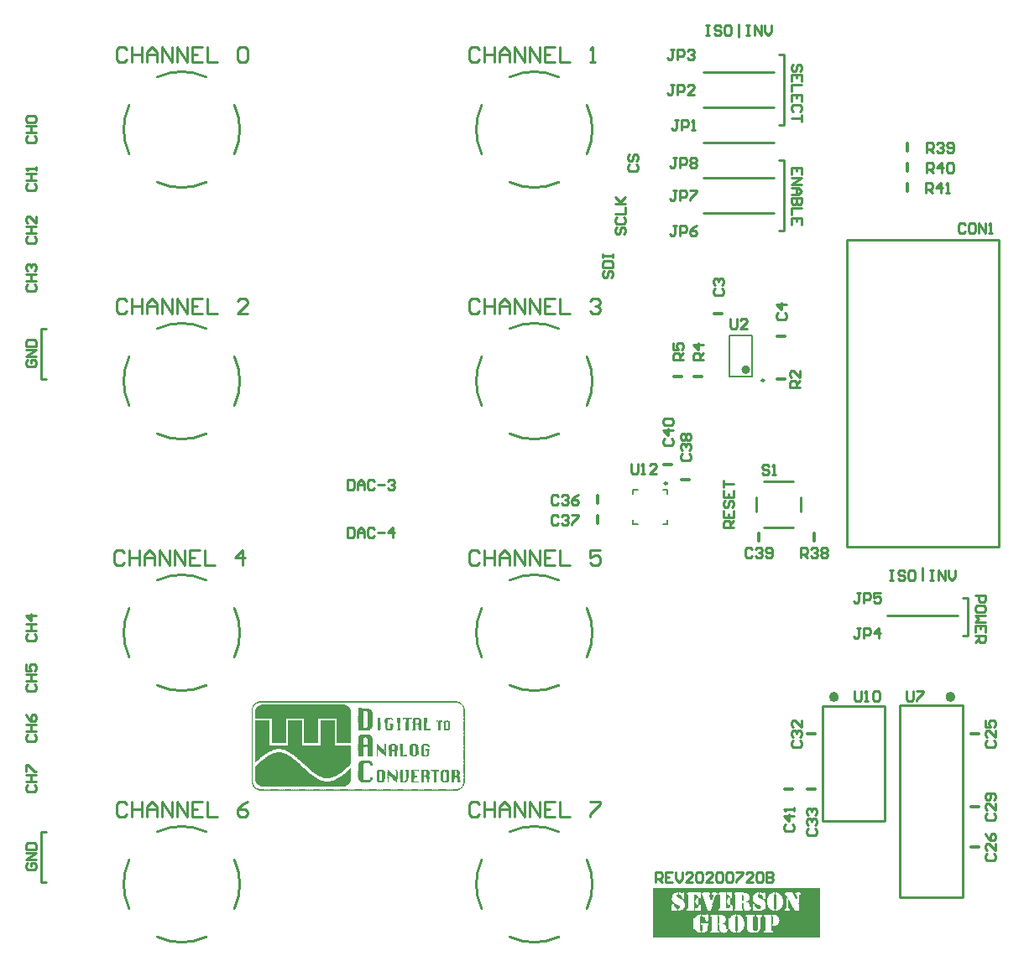
<source format=gto>
G04*
G04 #@! TF.GenerationSoftware,Altium Limited,Altium Designer,20.1.14 (287)*
G04*
G04 Layer_Color=65535*
%FSLAX25Y25*%
%MOIN*%
G70*
G04*
G04 #@! TF.SameCoordinates,133998B2-DC8D-44E4-BDA6-9003E9527627*
G04*
G04*
G04 #@! TF.FilePolarity,Positive*
G04*
G01*
G75*
%ADD10C,0.00984*%
%ADD11C,0.01000*%
%ADD12C,0.01800*%
%ADD13C,0.02000*%
%ADD14C,0.00787*%
%ADD15C,0.01200*%
G36*
X478410Y221690D02*
X478588D01*
Y221513D01*
X478765D01*
Y221690D01*
X478942D01*
Y221513D01*
X479474D01*
Y221335D01*
X479651D01*
Y221158D01*
X479829D01*
Y220981D01*
X480006D01*
Y220803D01*
X480183D01*
Y220626D01*
X480360D01*
Y220449D01*
X480538D01*
Y220272D01*
X480715D01*
Y220094D01*
X480892D01*
Y219917D01*
X481070D01*
Y219740D01*
Y219563D01*
Y219385D01*
X481247D01*
Y219208D01*
X481070D01*
Y219031D01*
X481247D01*
Y218854D01*
X481424D01*
Y218676D01*
Y218499D01*
Y218322D01*
Y218144D01*
Y217967D01*
X481601D01*
Y217790D01*
X481424D01*
Y217613D01*
Y217436D01*
Y217258D01*
X481601D01*
Y217081D01*
X481424D01*
Y216904D01*
Y216726D01*
Y216549D01*
X481601D01*
Y216372D01*
X481424D01*
Y216195D01*
Y216017D01*
Y215840D01*
X481601D01*
Y215663D01*
X481424D01*
Y215486D01*
Y215308D01*
Y215131D01*
X481601D01*
Y214954D01*
X481424D01*
Y214776D01*
Y214599D01*
Y214422D01*
X481601D01*
Y214245D01*
X481424D01*
Y214068D01*
Y213890D01*
Y213713D01*
X481601D01*
Y213536D01*
X481424D01*
Y213358D01*
Y213181D01*
Y213004D01*
X481601D01*
Y212827D01*
X481424D01*
Y212649D01*
Y212472D01*
Y212295D01*
X481601D01*
Y212118D01*
X481424D01*
Y211940D01*
Y211763D01*
Y211586D01*
X481601D01*
Y211408D01*
X481424D01*
Y211231D01*
Y211054D01*
Y210877D01*
X481601D01*
Y210699D01*
X481424D01*
Y210522D01*
Y210345D01*
Y210168D01*
X481601D01*
Y209990D01*
X481424D01*
Y209813D01*
Y209636D01*
Y209459D01*
X481601D01*
Y209281D01*
X481424D01*
Y209104D01*
Y208927D01*
Y208750D01*
X481601D01*
Y208572D01*
X481424D01*
Y208395D01*
Y208218D01*
Y208040D01*
X481601D01*
Y207863D01*
X481424D01*
Y207686D01*
Y207509D01*
Y207331D01*
X481601D01*
Y207154D01*
X481424D01*
Y206977D01*
Y206800D01*
Y206622D01*
X481601D01*
Y206445D01*
X481424D01*
Y206268D01*
Y206091D01*
Y205913D01*
X481601D01*
Y205736D01*
X481424D01*
Y205559D01*
Y205381D01*
Y205204D01*
X481601D01*
Y205027D01*
X481424D01*
Y204850D01*
Y204673D01*
Y204495D01*
X481601D01*
Y204318D01*
X481424D01*
Y204141D01*
Y203963D01*
Y203786D01*
X481601D01*
Y203609D01*
X481424D01*
Y203432D01*
Y203254D01*
Y203077D01*
X481601D01*
Y202900D01*
X481424D01*
Y202723D01*
Y202545D01*
Y202368D01*
X481601D01*
Y202191D01*
X481424D01*
Y202013D01*
Y201836D01*
Y201659D01*
X481601D01*
Y201482D01*
X481424D01*
Y201304D01*
Y201127D01*
Y200950D01*
X481601D01*
Y200773D01*
X481424D01*
Y200595D01*
Y200418D01*
Y200241D01*
X481601D01*
Y200064D01*
X481424D01*
Y199886D01*
Y199709D01*
Y199532D01*
X481601D01*
Y199355D01*
X481424D01*
Y199177D01*
Y199000D01*
Y198823D01*
X481601D01*
Y198645D01*
X481424D01*
Y198468D01*
Y198291D01*
Y198114D01*
X481601D01*
Y197936D01*
X481424D01*
Y197759D01*
Y197582D01*
Y197405D01*
X481601D01*
Y197227D01*
X481424D01*
Y197050D01*
Y196873D01*
Y196696D01*
X481601D01*
Y196518D01*
X481424D01*
Y196341D01*
Y196164D01*
Y195986D01*
X481601D01*
Y195809D01*
X481424D01*
Y195632D01*
Y195455D01*
Y195277D01*
X481601D01*
Y195100D01*
X481424D01*
Y194923D01*
Y194746D01*
Y194568D01*
X481601D01*
Y194391D01*
X481424D01*
Y194214D01*
Y194037D01*
Y193859D01*
X481601D01*
Y193682D01*
X481424D01*
Y193505D01*
Y193327D01*
Y193150D01*
X481601D01*
Y192973D01*
X481424D01*
Y192796D01*
Y192619D01*
Y192441D01*
X481601D01*
Y192264D01*
X481424D01*
Y192087D01*
Y191909D01*
Y191732D01*
X481601D01*
Y191555D01*
X481424D01*
Y191378D01*
Y191200D01*
Y191023D01*
X481601D01*
Y190846D01*
X481424D01*
Y190669D01*
Y190491D01*
Y190314D01*
X481601D01*
Y190137D01*
X481424D01*
Y189960D01*
Y189782D01*
Y189605D01*
Y189428D01*
Y189251D01*
X481247D01*
Y189073D01*
Y188896D01*
Y188719D01*
X481070D01*
Y188541D01*
X481247D01*
Y188364D01*
X481070D01*
Y188187D01*
X480892D01*
Y188010D01*
X480715D01*
Y187832D01*
X480538D01*
Y187655D01*
X480360D01*
Y187478D01*
Y187301D01*
X480006D01*
Y187123D01*
X479829D01*
Y186946D01*
X479651D01*
Y186769D01*
X479474D01*
Y186591D01*
X478942D01*
Y186414D01*
X478765D01*
Y186237D01*
X478588D01*
Y186414D01*
X478410D01*
Y186237D01*
X399528D01*
Y186414D01*
X399351D01*
Y186591D01*
X398819D01*
Y186769D01*
X398642D01*
Y186946D01*
X398110D01*
Y187123D01*
X397933D01*
Y187301D01*
X397755D01*
Y187478D01*
X397578D01*
Y187655D01*
X397401D01*
Y187832D01*
Y188010D01*
X397223D01*
Y188187D01*
Y188364D01*
X397046D01*
Y188541D01*
Y188719D01*
Y188896D01*
X396869D01*
Y189073D01*
X396692D01*
Y189251D01*
X396869D01*
Y189428D01*
X396692D01*
Y189605D01*
Y189782D01*
Y189960D01*
Y190137D01*
Y190314D01*
Y190491D01*
Y190669D01*
Y190846D01*
Y191023D01*
Y191200D01*
Y191378D01*
Y191555D01*
Y191732D01*
Y191909D01*
Y192087D01*
Y192264D01*
Y192441D01*
Y192619D01*
Y192796D01*
Y192973D01*
Y193150D01*
Y193327D01*
Y193505D01*
Y193682D01*
Y193859D01*
Y194037D01*
Y194214D01*
Y194391D01*
Y194568D01*
Y194746D01*
Y194923D01*
Y195100D01*
Y195277D01*
Y195455D01*
Y195632D01*
Y195809D01*
Y195986D01*
Y196164D01*
Y196341D01*
Y196518D01*
Y196696D01*
Y196873D01*
Y197050D01*
Y197227D01*
Y197405D01*
Y197582D01*
Y197759D01*
Y197936D01*
Y198114D01*
Y198291D01*
Y198468D01*
Y198645D01*
Y198823D01*
Y199000D01*
Y199177D01*
Y199355D01*
Y199532D01*
Y199709D01*
Y199886D01*
Y200064D01*
Y200241D01*
Y200418D01*
Y200595D01*
Y200773D01*
Y200950D01*
Y201127D01*
Y201304D01*
Y201482D01*
Y201659D01*
Y201836D01*
Y202013D01*
Y202191D01*
Y202368D01*
Y202545D01*
Y202723D01*
Y202900D01*
Y203077D01*
Y203254D01*
Y203432D01*
Y203609D01*
Y203786D01*
Y203963D01*
Y204141D01*
Y204318D01*
Y204495D01*
Y204673D01*
Y204850D01*
Y205027D01*
Y205204D01*
Y205381D01*
Y205559D01*
Y205736D01*
Y205913D01*
Y206091D01*
Y206268D01*
Y206445D01*
Y206622D01*
Y206800D01*
Y206977D01*
Y207154D01*
Y207331D01*
Y207509D01*
Y207686D01*
Y207863D01*
Y208040D01*
Y208218D01*
Y208395D01*
Y208572D01*
Y208750D01*
Y208927D01*
Y209104D01*
Y209281D01*
Y209459D01*
Y209636D01*
Y209813D01*
Y209990D01*
Y210168D01*
Y210345D01*
Y210522D01*
Y210699D01*
Y210877D01*
Y211054D01*
Y211231D01*
Y211408D01*
Y211586D01*
Y211763D01*
Y211940D01*
Y212118D01*
Y212295D01*
Y212472D01*
Y212649D01*
Y212827D01*
Y213004D01*
Y213181D01*
Y213358D01*
Y213536D01*
Y213713D01*
Y213890D01*
Y214068D01*
Y214245D01*
Y214422D01*
Y214599D01*
Y214776D01*
Y214954D01*
Y215131D01*
Y215308D01*
Y215486D01*
Y215663D01*
Y215840D01*
Y216017D01*
Y216195D01*
Y216372D01*
Y216549D01*
Y216726D01*
Y216904D01*
Y217081D01*
Y217258D01*
Y217436D01*
Y217613D01*
Y217790D01*
Y217967D01*
Y218144D01*
Y218322D01*
X396869D01*
Y218499D01*
X396692D01*
Y218676D01*
X396869D01*
Y218854D01*
X396692D01*
Y219031D01*
X396869D01*
Y219208D01*
X397046D01*
Y219385D01*
Y219563D01*
Y219740D01*
X397223D01*
Y219917D01*
Y220094D01*
X397401D01*
Y220272D01*
Y220449D01*
X397755D01*
Y220626D01*
Y220803D01*
X397933D01*
Y220981D01*
X398110D01*
Y221158D01*
X398642D01*
Y221335D01*
X398819D01*
Y221513D01*
X399351D01*
Y221690D01*
X399528D01*
Y221867D01*
X399705D01*
Y221690D01*
X399883D01*
Y221867D01*
X478056D01*
Y221690D01*
X478233D01*
Y221867D01*
X478410D01*
Y221690D01*
D02*
G37*
G36*
X622500Y138465D02*
Y128000D01*
X556000D01*
Y138465D01*
D01*
Y147500D01*
X622500D01*
Y138465D01*
D02*
G37*
%LPC*%
G36*
X478410Y221335D02*
X399528D01*
Y221158D01*
X399351D01*
Y220981D01*
X398819D01*
Y220803D01*
X398642D01*
Y220626D01*
X398464D01*
Y220449D01*
X398287D01*
Y220272D01*
X398110D01*
Y220094D01*
X397933D01*
Y219917D01*
X397755D01*
Y219740D01*
X397578D01*
Y219563D01*
Y219385D01*
Y219208D01*
X397401D01*
Y219031D01*
X397223D01*
Y218854D01*
Y218676D01*
Y218499D01*
Y218322D01*
Y218144D01*
X397046D01*
Y217967D01*
X397223D01*
Y217790D01*
X397046D01*
Y217613D01*
X397223D01*
Y217436D01*
X397046D01*
Y217258D01*
X397223D01*
Y217081D01*
X397046D01*
Y216904D01*
X397223D01*
Y216726D01*
X397046D01*
Y216549D01*
X397223D01*
Y216372D01*
X397046D01*
Y216195D01*
X397223D01*
Y216017D01*
X397046D01*
Y215840D01*
X397223D01*
Y215663D01*
X397046D01*
Y215486D01*
X397223D01*
Y215308D01*
X397046D01*
Y215131D01*
X397223D01*
Y214954D01*
X397046D01*
Y214776D01*
X397223D01*
Y214599D01*
X397046D01*
Y214422D01*
X397223D01*
Y214245D01*
X397046D01*
Y214068D01*
X397223D01*
Y213890D01*
X397046D01*
Y213713D01*
X397223D01*
Y213536D01*
X397046D01*
Y213358D01*
X397223D01*
Y213181D01*
X397046D01*
Y213004D01*
X397223D01*
Y212827D01*
X397046D01*
Y212649D01*
X397223D01*
Y212472D01*
X397046D01*
Y212295D01*
X397223D01*
Y212118D01*
X397046D01*
Y211940D01*
X397223D01*
Y211763D01*
X397046D01*
Y211586D01*
X397223D01*
Y211408D01*
X397046D01*
Y211231D01*
X397223D01*
Y211054D01*
X397046D01*
Y210877D01*
X397223D01*
Y210699D01*
X397046D01*
Y210522D01*
X397223D01*
Y210345D01*
X397046D01*
Y210168D01*
X397223D01*
Y209990D01*
X397046D01*
Y209813D01*
X397223D01*
Y209636D01*
X397046D01*
Y209459D01*
X397223D01*
Y209281D01*
X397046D01*
Y209104D01*
X397223D01*
Y208927D01*
X397046D01*
Y208750D01*
X397223D01*
Y208572D01*
X397046D01*
Y208395D01*
X397223D01*
Y208218D01*
X397046D01*
Y208040D01*
X397223D01*
Y207863D01*
X397046D01*
Y207686D01*
X397223D01*
Y207509D01*
X397046D01*
Y207331D01*
X397223D01*
Y207154D01*
X397046D01*
Y206977D01*
X397223D01*
Y206800D01*
X397046D01*
Y206622D01*
X397223D01*
Y206445D01*
X397046D01*
Y206268D01*
X397223D01*
Y206091D01*
X397046D01*
Y205913D01*
X397223D01*
Y205736D01*
X397046D01*
Y205559D01*
X397223D01*
Y205381D01*
X397046D01*
Y205204D01*
X397223D01*
Y205027D01*
X397046D01*
Y204850D01*
X397223D01*
Y204673D01*
X397046D01*
Y204495D01*
X397223D01*
Y204318D01*
X397046D01*
Y204141D01*
X397223D01*
Y203963D01*
X397046D01*
Y203786D01*
X397223D01*
Y203609D01*
X397046D01*
Y203432D01*
X397223D01*
Y203254D01*
X397046D01*
Y203077D01*
X397223D01*
Y202900D01*
X397046D01*
Y202723D01*
X397223D01*
Y202545D01*
X397046D01*
Y202368D01*
X397223D01*
Y202191D01*
X397046D01*
Y202013D01*
X397223D01*
Y201836D01*
X397046D01*
Y201659D01*
X397223D01*
Y201482D01*
X397046D01*
Y201304D01*
X397223D01*
Y201127D01*
X397046D01*
Y200950D01*
X397223D01*
Y200773D01*
X397046D01*
Y200595D01*
X397223D01*
Y200418D01*
X397046D01*
Y200241D01*
X397223D01*
Y200064D01*
X397046D01*
Y199886D01*
X397223D01*
Y199709D01*
X397046D01*
Y199532D01*
X397223D01*
Y199355D01*
X397046D01*
Y199177D01*
X397223D01*
Y199000D01*
X397046D01*
Y198823D01*
X397223D01*
Y198645D01*
X397046D01*
Y198468D01*
X397223D01*
Y198291D01*
X397046D01*
Y198114D01*
X397223D01*
Y197936D01*
X397046D01*
Y197759D01*
X397223D01*
Y197582D01*
X397046D01*
Y197405D01*
X397223D01*
Y197227D01*
X397046D01*
Y197050D01*
X397223D01*
Y196873D01*
X397046D01*
Y196696D01*
X397223D01*
Y196518D01*
X397046D01*
Y196341D01*
X397223D01*
Y196164D01*
X397046D01*
Y195986D01*
X397223D01*
Y195809D01*
X397046D01*
Y195632D01*
X397223D01*
Y195455D01*
X397046D01*
Y195277D01*
X397223D01*
Y195100D01*
X397046D01*
Y194923D01*
X397223D01*
Y194746D01*
X397046D01*
Y194568D01*
X397223D01*
Y194391D01*
X397046D01*
Y194214D01*
X397223D01*
Y194037D01*
X397046D01*
Y193859D01*
X397223D01*
Y193682D01*
X397046D01*
Y193505D01*
X397223D01*
Y193327D01*
X397046D01*
Y193150D01*
X397223D01*
Y192973D01*
X397046D01*
Y192796D01*
X397223D01*
Y192619D01*
X397046D01*
Y192441D01*
X397223D01*
Y192264D01*
X397046D01*
Y192087D01*
X397223D01*
Y191909D01*
X397046D01*
Y191732D01*
X397223D01*
Y191555D01*
X397046D01*
Y191378D01*
X397223D01*
Y191200D01*
X397046D01*
Y191023D01*
X397223D01*
Y190846D01*
X397046D01*
Y190669D01*
X397223D01*
Y190491D01*
X397046D01*
Y190314D01*
X397223D01*
Y190137D01*
X397046D01*
Y189960D01*
X397223D01*
Y189782D01*
X397046D01*
Y189605D01*
X397223D01*
Y189428D01*
Y189251D01*
Y189073D01*
X397401D01*
Y188896D01*
X397578D01*
Y188719D01*
X397401D01*
Y188541D01*
X397578D01*
Y188364D01*
X397755D01*
Y188187D01*
X397933D01*
Y188010D01*
Y187832D01*
X398287D01*
Y187655D01*
X398464D01*
Y187478D01*
X398642D01*
Y187301D01*
X398819D01*
Y187123D01*
X399351D01*
Y186946D01*
X399528D01*
Y186769D01*
X400414D01*
Y186591D01*
X400592D01*
Y186769D01*
X401123D01*
Y186591D01*
X401301D01*
Y186769D01*
X401832D01*
Y186591D01*
X402010D01*
Y186769D01*
X402541D01*
Y186591D01*
X402719D01*
Y186769D01*
X403251D01*
Y186591D01*
X403428D01*
Y186769D01*
X403960D01*
Y186591D01*
X404137D01*
Y186769D01*
X404669D01*
Y186591D01*
X404846D01*
Y186769D01*
X405378D01*
Y186591D01*
X405555D01*
Y186769D01*
X406087D01*
Y186591D01*
X406264D01*
Y186769D01*
X406796D01*
Y186591D01*
X406973D01*
Y186769D01*
X407505D01*
Y186591D01*
X407682D01*
Y186769D01*
X408214D01*
Y186591D01*
X408391D01*
Y186769D01*
X408923D01*
Y186591D01*
X409100D01*
Y186769D01*
X409632D01*
Y186591D01*
X409809D01*
Y186769D01*
X410341D01*
Y186591D01*
X410518D01*
Y186769D01*
X411050D01*
Y186591D01*
X411227D01*
Y186769D01*
X411759D01*
Y186591D01*
X411936D01*
Y186769D01*
X412468D01*
Y186591D01*
X412645D01*
Y186769D01*
X413177D01*
Y186591D01*
X413354D01*
Y186769D01*
X413886D01*
Y186591D01*
X414064D01*
Y186769D01*
X414595D01*
Y186591D01*
X414773D01*
Y186769D01*
X415304D01*
Y186591D01*
X415482D01*
Y186769D01*
X416013D01*
Y186591D01*
X416191D01*
Y186769D01*
X416722D01*
Y186591D01*
X416900D01*
Y186769D01*
X417432D01*
Y186591D01*
X417609D01*
Y186769D01*
X418141D01*
Y186591D01*
X418318D01*
Y186769D01*
X418850D01*
Y186591D01*
X419027D01*
Y186769D01*
X419559D01*
Y186591D01*
X419736D01*
Y186769D01*
X420268D01*
Y186591D01*
X420445D01*
Y186769D01*
X420977D01*
Y186591D01*
X421154D01*
Y186769D01*
X421686D01*
Y186591D01*
X421863D01*
Y186769D01*
X422395D01*
Y186591D01*
X422572D01*
Y186769D01*
X423104D01*
Y186591D01*
X423281D01*
Y186769D01*
X423813D01*
Y186591D01*
X423990D01*
Y186769D01*
X424522D01*
Y186591D01*
X424699D01*
Y186769D01*
X425231D01*
Y186591D01*
X425409D01*
Y186769D01*
X425940D01*
Y186591D01*
X426118D01*
Y186769D01*
X426649D01*
Y186591D01*
X426827D01*
Y186769D01*
X427358D01*
Y186591D01*
X427536D01*
Y186769D01*
X428067D01*
Y186591D01*
X428245D01*
Y186769D01*
X428777D01*
Y186591D01*
X428954D01*
Y186769D01*
X429486D01*
Y186591D01*
X429663D01*
Y186769D01*
X430195D01*
Y186591D01*
X430372D01*
Y186769D01*
X430904D01*
Y186591D01*
X431081D01*
Y186769D01*
X431613D01*
Y186591D01*
X431790D01*
Y186769D01*
X432322D01*
Y186591D01*
X432499D01*
Y186769D01*
X433031D01*
Y186591D01*
X433208D01*
Y186769D01*
X433740D01*
Y186591D01*
X433917D01*
Y186769D01*
X434449D01*
Y186591D01*
X434626D01*
Y186769D01*
X435158D01*
Y186591D01*
X435335D01*
Y186769D01*
X435867D01*
Y186591D01*
X436044D01*
Y186769D01*
X436576D01*
Y186591D01*
X436753D01*
Y186769D01*
X437285D01*
Y186591D01*
X437463D01*
Y186769D01*
X437994D01*
Y186591D01*
X438171D01*
Y186769D01*
X438703D01*
Y186591D01*
X438881D01*
Y186769D01*
X439412D01*
Y186591D01*
X439590D01*
Y186769D01*
X440121D01*
Y186591D01*
X440299D01*
Y186769D01*
X440831D01*
Y186591D01*
X441008D01*
Y186769D01*
X441539D01*
Y186591D01*
X441717D01*
Y186769D01*
X442249D01*
Y186591D01*
X442426D01*
Y186769D01*
X442958D01*
Y186591D01*
X443135D01*
Y186769D01*
X443667D01*
Y186591D01*
X443844D01*
Y186769D01*
X444376D01*
Y186591D01*
X444553D01*
Y186769D01*
X445085D01*
Y186591D01*
X445262D01*
Y186769D01*
X445794D01*
Y186591D01*
X445971D01*
Y186769D01*
X446503D01*
Y186591D01*
X446680D01*
Y186769D01*
X447212D01*
Y186591D01*
X447389D01*
Y186769D01*
X447921D01*
Y186591D01*
X448098D01*
Y186769D01*
X448630D01*
Y186591D01*
X448807D01*
Y186769D01*
X449339D01*
Y186591D01*
X449516D01*
Y186769D01*
X450048D01*
Y186591D01*
X450225D01*
Y186769D01*
X450757D01*
Y186591D01*
X450935D01*
Y186769D01*
X451466D01*
Y186591D01*
X451644D01*
Y186769D01*
X452175D01*
Y186591D01*
X452353D01*
Y186769D01*
X452884D01*
Y186591D01*
X453062D01*
Y186769D01*
X453593D01*
Y186591D01*
X453771D01*
Y186769D01*
X454303D01*
Y186591D01*
X454480D01*
Y186769D01*
X455012D01*
Y186591D01*
X455189D01*
Y186769D01*
X455721D01*
Y186591D01*
X455898D01*
Y186769D01*
X456430D01*
Y186591D01*
X456607D01*
Y186769D01*
X457139D01*
Y186591D01*
X457316D01*
Y186769D01*
X457848D01*
Y186591D01*
X458025D01*
Y186769D01*
X458557D01*
Y186591D01*
X458734D01*
Y186769D01*
X459266D01*
Y186591D01*
X459443D01*
Y186769D01*
X459975D01*
Y186591D01*
X460152D01*
Y186769D01*
X460684D01*
Y186591D01*
X460861D01*
Y186769D01*
X461393D01*
Y186591D01*
X461570D01*
Y186769D01*
X462102D01*
Y186591D01*
X462279D01*
Y186769D01*
X462811D01*
Y186591D01*
X462989D01*
Y186769D01*
X463520D01*
Y186591D01*
X463698D01*
Y186769D01*
X464229D01*
Y186591D01*
X464407D01*
Y186769D01*
X464938D01*
Y186591D01*
X465116D01*
Y186769D01*
X465648D01*
Y186591D01*
X465825D01*
Y186769D01*
X466357D01*
Y186591D01*
X466534D01*
Y186769D01*
X467066D01*
Y186591D01*
X467243D01*
Y186769D01*
X467775D01*
Y186591D01*
X467952D01*
Y186769D01*
X468484D01*
Y186591D01*
X468661D01*
Y186769D01*
X469193D01*
Y186591D01*
X469370D01*
Y186769D01*
X469902D01*
Y186591D01*
X470079D01*
Y186769D01*
X470611D01*
Y186591D01*
X470788D01*
Y186769D01*
X471320D01*
Y186591D01*
X471497D01*
Y186769D01*
X472029D01*
Y186591D01*
X472206D01*
Y186769D01*
X472738D01*
Y186591D01*
X472915D01*
Y186769D01*
X473447D01*
Y186591D01*
X473624D01*
Y186769D01*
X474156D01*
Y186591D01*
X474333D01*
Y186769D01*
X474865D01*
Y186591D01*
X475042D01*
Y186769D01*
X475574D01*
Y186591D01*
X475751D01*
Y186769D01*
X476283D01*
Y186591D01*
X476461D01*
Y186769D01*
X476992D01*
Y186591D01*
X477170D01*
Y186769D01*
X477701D01*
Y186591D01*
X477879D01*
Y186769D01*
X478410D01*
Y186946D01*
X478588D01*
Y186769D01*
X478765D01*
Y186946D01*
X478942D01*
Y187123D01*
X479474D01*
Y187301D01*
X479651D01*
Y187478D01*
X479829D01*
Y187655D01*
X480006D01*
Y187832D01*
X480183D01*
Y188010D01*
X480360D01*
Y188187D01*
X480538D01*
Y188364D01*
X480360D01*
Y188541D01*
X480538D01*
Y188719D01*
X480715D01*
Y188896D01*
X480892D01*
Y189073D01*
X480715D01*
Y189251D01*
X480892D01*
Y189428D01*
Y189605D01*
Y189782D01*
Y189960D01*
Y190137D01*
Y190314D01*
Y190491D01*
Y190669D01*
Y190846D01*
Y191023D01*
Y191200D01*
X481070D01*
Y191378D01*
X480892D01*
Y191555D01*
Y191732D01*
Y191909D01*
Y192087D01*
Y192264D01*
Y192441D01*
Y192619D01*
X481070D01*
Y192796D01*
X480892D01*
Y192973D01*
Y193150D01*
Y193327D01*
Y193505D01*
Y193682D01*
Y193859D01*
Y194037D01*
X481070D01*
Y194214D01*
X480892D01*
Y194391D01*
Y194568D01*
Y194746D01*
Y194923D01*
Y195100D01*
Y195277D01*
Y195455D01*
X481070D01*
Y195632D01*
X480892D01*
Y195809D01*
Y195986D01*
Y196164D01*
Y196341D01*
Y196518D01*
Y196696D01*
Y196873D01*
X481070D01*
Y197050D01*
X480892D01*
Y197227D01*
Y197405D01*
Y197582D01*
Y197759D01*
Y197936D01*
Y198114D01*
Y198291D01*
X481070D01*
Y198468D01*
X480892D01*
Y198645D01*
Y198823D01*
Y199000D01*
Y199177D01*
Y199355D01*
Y199532D01*
Y199709D01*
X481070D01*
Y199886D01*
X480892D01*
Y200064D01*
Y200241D01*
Y200418D01*
Y200595D01*
Y200773D01*
Y200950D01*
Y201127D01*
X481070D01*
Y201304D01*
X480892D01*
Y201482D01*
Y201659D01*
Y201836D01*
Y202013D01*
Y202191D01*
Y202368D01*
Y202545D01*
X481070D01*
Y202723D01*
X480892D01*
Y202900D01*
Y203077D01*
Y203254D01*
Y203432D01*
Y203609D01*
Y203786D01*
Y203963D01*
X481070D01*
Y204141D01*
X480892D01*
Y204318D01*
Y204495D01*
Y204673D01*
Y204850D01*
Y205027D01*
Y205204D01*
Y205381D01*
X481070D01*
Y205559D01*
X480892D01*
Y205736D01*
Y205913D01*
Y206091D01*
Y206268D01*
Y206445D01*
Y206622D01*
Y206800D01*
X481070D01*
Y206977D01*
X480892D01*
Y207154D01*
Y207331D01*
Y207509D01*
Y207686D01*
Y207863D01*
Y208040D01*
Y208218D01*
X481070D01*
Y208395D01*
X480892D01*
Y208572D01*
Y208750D01*
Y208927D01*
Y209104D01*
Y209281D01*
Y209459D01*
Y209636D01*
X481070D01*
Y209813D01*
X480892D01*
Y209990D01*
Y210168D01*
Y210345D01*
Y210522D01*
Y210699D01*
Y210877D01*
Y211054D01*
X481070D01*
Y211231D01*
X480892D01*
Y211408D01*
Y211586D01*
Y211763D01*
Y211940D01*
Y212118D01*
Y212295D01*
Y212472D01*
X481070D01*
Y212649D01*
X480892D01*
Y212827D01*
Y213004D01*
Y213181D01*
Y213358D01*
Y213536D01*
Y213713D01*
Y213890D01*
X481070D01*
Y214068D01*
X480892D01*
Y214245D01*
Y214422D01*
Y214599D01*
Y214776D01*
Y214954D01*
Y215131D01*
Y215308D01*
X481070D01*
Y215486D01*
X480892D01*
Y215663D01*
Y215840D01*
Y216017D01*
Y216195D01*
Y216372D01*
Y216549D01*
Y216726D01*
X481070D01*
Y216904D01*
X480892D01*
Y217081D01*
Y217258D01*
Y217436D01*
Y217613D01*
Y217790D01*
Y217967D01*
Y218144D01*
Y218322D01*
Y218499D01*
Y218676D01*
Y218854D01*
X480715D01*
Y219031D01*
X480892D01*
Y219208D01*
X480715D01*
Y219385D01*
X480538D01*
Y219563D01*
X480360D01*
Y219740D01*
X480538D01*
Y219917D01*
X480360D01*
Y220094D01*
X480183D01*
Y220272D01*
X480006D01*
Y220449D01*
X479829D01*
Y220626D01*
X479474D01*
Y220803D01*
Y220981D01*
X479297D01*
Y220803D01*
X479119D01*
Y220981D01*
X478942D01*
Y221158D01*
X478410D01*
Y221335D01*
D02*
G37*
%LPD*%
G36*
X442958Y218854D02*
X443489D01*
Y218676D01*
X444021D01*
Y218499D01*
X444199D01*
Y218322D01*
X444376D01*
Y218144D01*
X444553D01*
Y217967D01*
X444730D01*
Y217790D01*
X444553D01*
Y217613D01*
X444730D01*
Y217436D01*
Y217258D01*
Y217081D01*
X444908D01*
Y216904D01*
X444730D01*
Y216726D01*
X444908D01*
Y216549D01*
X444730D01*
Y216372D01*
X444908D01*
Y216195D01*
X444730D01*
Y216017D01*
X444908D01*
Y215840D01*
X444730D01*
Y215663D01*
X444908D01*
Y215486D01*
X444730D01*
Y215308D01*
X444908D01*
Y215131D01*
X444730D01*
Y214954D01*
X444908D01*
Y214776D01*
X444730D01*
Y214599D01*
X444908D01*
Y214422D01*
X444730D01*
Y214245D01*
X444908D01*
Y214068D01*
X444730D01*
Y213890D01*
X444908D01*
Y213713D01*
X444730D01*
Y213536D01*
X444908D01*
Y213358D01*
X444730D01*
Y213181D01*
X444908D01*
Y213004D01*
X444730D01*
Y212827D01*
X444908D01*
Y212649D01*
X444730D01*
Y212472D01*
X444908D01*
Y212295D01*
X444730D01*
Y212118D01*
X444908D01*
Y211940D01*
X444730D01*
Y211763D01*
Y211586D01*
Y211408D01*
X444553D01*
Y211231D01*
Y211054D01*
X444376D01*
Y210877D01*
Y210699D01*
X443844D01*
Y210522D01*
Y210345D01*
X443135D01*
Y210168D01*
X442958D01*
Y210345D01*
X442780D01*
Y210168D01*
X442603D01*
Y210345D01*
X442426D01*
Y210168D01*
X442249D01*
Y210345D01*
X442071D01*
Y210168D01*
X441894D01*
Y210345D01*
X441717D01*
Y210168D01*
X441539D01*
Y210345D01*
X441362D01*
Y210168D01*
X441185D01*
Y210345D01*
X441008D01*
Y210168D01*
X440831D01*
Y210345D01*
X440653D01*
Y210168D01*
X440476D01*
Y210345D01*
X440299D01*
Y210168D01*
X440121D01*
Y210345D01*
X439944D01*
Y210168D01*
X439767D01*
Y210345D01*
X439590D01*
Y210168D01*
X439412D01*
Y210345D01*
X439235D01*
Y210168D01*
X439058D01*
Y210345D01*
Y210522D01*
Y210699D01*
X438881D01*
Y210877D01*
X439058D01*
Y211054D01*
Y211231D01*
Y211408D01*
X438881D01*
Y211586D01*
X439058D01*
Y211763D01*
Y211940D01*
Y212118D01*
X438881D01*
Y212295D01*
X439058D01*
Y212472D01*
Y212649D01*
Y212827D01*
X438881D01*
Y213004D01*
X439058D01*
Y213181D01*
Y213358D01*
Y213536D01*
X438881D01*
Y213713D01*
X439058D01*
Y213890D01*
Y214068D01*
Y214245D01*
X438881D01*
Y214422D01*
X439058D01*
Y214599D01*
Y214776D01*
Y214954D01*
X438881D01*
Y215131D01*
X439058D01*
Y215308D01*
Y215486D01*
Y215663D01*
X438881D01*
Y215840D01*
X439058D01*
Y216017D01*
Y216195D01*
Y216372D01*
X438881D01*
Y216549D01*
X439058D01*
Y216726D01*
Y216904D01*
Y217081D01*
X438881D01*
Y217258D01*
X439058D01*
Y217436D01*
Y217613D01*
Y217790D01*
X438881D01*
Y217967D01*
X439058D01*
Y218144D01*
Y218322D01*
Y218499D01*
X438881D01*
Y218676D01*
X439058D01*
Y218854D01*
X439235D01*
Y219031D01*
X439412D01*
Y218854D01*
X439590D01*
Y219031D01*
X439767D01*
Y218854D01*
X439944D01*
Y219031D01*
X440121D01*
Y218854D01*
X440299D01*
Y219031D01*
X440476D01*
Y218854D01*
X440653D01*
Y219031D01*
X440831D01*
Y218854D01*
X441008D01*
Y219031D01*
X441185D01*
Y218854D01*
X441362D01*
Y219031D01*
X441539D01*
Y218854D01*
X441717D01*
Y219031D01*
X441894D01*
Y218854D01*
X442071D01*
Y219031D01*
X442249D01*
Y218854D01*
X442426D01*
Y219031D01*
X442603D01*
Y218854D01*
X442780D01*
Y219031D01*
X442958D01*
Y218854D01*
D02*
G37*
G36*
X466179Y215131D02*
X466357D01*
Y214954D01*
X466179D01*
Y214776D01*
X466357D01*
Y214599D01*
X466179D01*
Y214422D01*
X466357D01*
Y214245D01*
X466179D01*
Y214068D01*
X466357D01*
Y213890D01*
X466179D01*
Y213713D01*
X466357D01*
Y213536D01*
X466179D01*
Y213358D01*
X466357D01*
Y213181D01*
X466179D01*
Y213004D01*
X466357D01*
Y212827D01*
X466179D01*
Y212649D01*
X466357D01*
Y212472D01*
X466179D01*
Y212295D01*
X466357D01*
Y212118D01*
X466179D01*
Y211940D01*
X466357D01*
Y211763D01*
X466179D01*
Y211586D01*
X466357D01*
Y211408D01*
X466179D01*
Y211231D01*
X466357D01*
Y211054D01*
X466179D01*
Y210877D01*
X466357D01*
Y210699D01*
X466534D01*
Y210877D01*
X466711D01*
Y210699D01*
X466888D01*
Y210877D01*
X467066D01*
Y210699D01*
X467243D01*
Y210877D01*
X467420D01*
Y210699D01*
X467597D01*
Y210877D01*
X467775D01*
Y210699D01*
X467952D01*
Y210522D01*
Y210345D01*
Y210168D01*
X467775D01*
Y210345D01*
X467597D01*
Y210168D01*
X467420D01*
Y210345D01*
X467243D01*
Y210168D01*
X467066D01*
Y210345D01*
X466888D01*
Y210168D01*
X466711D01*
Y210345D01*
X466534D01*
Y210168D01*
X466357D01*
Y210345D01*
X466179D01*
Y210168D01*
X466002D01*
Y210345D01*
X465825D01*
Y210168D01*
X465648D01*
Y210345D01*
X465470D01*
Y210168D01*
X465293D01*
Y210345D01*
X465116D01*
Y210522D01*
X465293D01*
Y210699D01*
X465116D01*
Y210877D01*
X465293D01*
Y211054D01*
X465116D01*
Y211231D01*
Y211408D01*
Y211586D01*
X465293D01*
Y211763D01*
X465116D01*
Y211940D01*
Y212118D01*
Y212295D01*
X465293D01*
Y212472D01*
X465116D01*
Y212649D01*
Y212827D01*
Y213004D01*
X465293D01*
Y213181D01*
X465116D01*
Y213358D01*
X465293D01*
Y213536D01*
X465116D01*
Y213713D01*
X465293D01*
Y213890D01*
X465116D01*
Y214068D01*
Y214245D01*
Y214422D01*
X465293D01*
Y214599D01*
X465116D01*
Y214776D01*
Y214954D01*
Y215131D01*
X465293D01*
Y215308D01*
X465470D01*
Y215131D01*
X465648D01*
Y215308D01*
X465825D01*
Y215131D01*
X466002D01*
Y215308D01*
X466179D01*
Y215131D01*
D02*
G37*
G36*
X462989D02*
X463520D01*
Y214954D01*
X463698D01*
Y214776D01*
X463875D01*
Y214599D01*
X464052D01*
Y214422D01*
Y214245D01*
Y214068D01*
X464229D01*
Y213890D01*
X464052D01*
Y213713D01*
Y213536D01*
Y213358D01*
Y213181D01*
Y213004D01*
Y212827D01*
Y212649D01*
Y212472D01*
Y212295D01*
Y212118D01*
Y211940D01*
Y211763D01*
Y211586D01*
Y211408D01*
Y211231D01*
X464229D01*
Y211054D01*
X464052D01*
Y210877D01*
Y210699D01*
Y210522D01*
Y210345D01*
Y210168D01*
X463875D01*
Y210345D01*
X463698D01*
Y210168D01*
X463520D01*
Y210345D01*
X463343D01*
Y210168D01*
X463166D01*
Y210345D01*
X462989D01*
Y210522D01*
Y210699D01*
Y210877D01*
X462811D01*
Y211054D01*
X462989D01*
Y211231D01*
Y211408D01*
Y211586D01*
X462811D01*
Y211763D01*
X462989D01*
Y211940D01*
Y212118D01*
Y212295D01*
X462811D01*
Y212472D01*
X461925D01*
Y212295D01*
X461748D01*
Y212118D01*
X461925D01*
Y211940D01*
X461748D01*
Y211763D01*
Y211586D01*
Y211408D01*
X461925D01*
Y211231D01*
X461748D01*
Y211054D01*
X461925D01*
Y210877D01*
X461748D01*
Y210699D01*
X461925D01*
Y210522D01*
X461748D01*
Y210345D01*
X461570D01*
Y210168D01*
X461393D01*
Y210345D01*
X461216D01*
Y210168D01*
X461039D01*
Y210345D01*
X460861D01*
Y210168D01*
X460684D01*
Y210345D01*
X460507D01*
Y210522D01*
X460684D01*
Y210699D01*
Y210877D01*
Y211054D01*
Y211231D01*
Y211408D01*
Y211586D01*
Y211763D01*
X460507D01*
Y211940D01*
X460684D01*
Y212118D01*
Y212295D01*
Y212472D01*
Y212649D01*
Y212827D01*
Y213004D01*
Y213181D01*
X460507D01*
Y213358D01*
X460684D01*
Y213536D01*
Y213713D01*
Y213890D01*
Y214068D01*
Y214245D01*
Y214422D01*
Y214599D01*
X460861D01*
Y214776D01*
X461039D01*
Y214954D01*
X461216D01*
Y215131D01*
X461393D01*
Y215308D01*
X461570D01*
Y215131D01*
X461748D01*
Y215308D01*
X461925D01*
Y215131D01*
X462102D01*
Y215308D01*
X462279D01*
Y215131D01*
X462457D01*
Y215308D01*
X462634D01*
Y215131D01*
X462811D01*
Y215308D01*
X462989D01*
Y215131D01*
D02*
G37*
G36*
X460152D02*
X460330D01*
Y214954D01*
X460152D01*
Y214776D01*
Y214599D01*
X459798D01*
Y214776D01*
X459621D01*
Y214599D01*
X459089D01*
Y214422D01*
Y214245D01*
Y214068D01*
Y213890D01*
Y213713D01*
Y213536D01*
Y213358D01*
Y213181D01*
Y213004D01*
Y212827D01*
Y212649D01*
Y212472D01*
Y212295D01*
Y212118D01*
Y211940D01*
Y211763D01*
Y211586D01*
Y211408D01*
Y211231D01*
Y211054D01*
Y210877D01*
Y210699D01*
Y210522D01*
Y210345D01*
Y210168D01*
X458911D01*
Y210345D01*
X458734D01*
Y210168D01*
X458557D01*
Y210345D01*
X458380D01*
Y210168D01*
X458202D01*
Y210345D01*
X458025D01*
Y210168D01*
X457848D01*
Y210345D01*
Y210522D01*
Y210699D01*
X458025D01*
Y210877D01*
X457848D01*
Y211054D01*
X458025D01*
Y211231D01*
X457848D01*
Y211408D01*
X458025D01*
Y211586D01*
X457848D01*
Y211763D01*
Y211940D01*
Y212118D01*
X458025D01*
Y212295D01*
X457848D01*
Y212472D01*
X458025D01*
Y212649D01*
X457848D01*
Y212827D01*
X458025D01*
Y213004D01*
X457848D01*
Y213181D01*
Y213358D01*
Y213536D01*
X458025D01*
Y213713D01*
X457848D01*
Y213890D01*
X458025D01*
Y214068D01*
X457848D01*
Y214245D01*
X458025D01*
Y214422D01*
X457848D01*
Y214599D01*
X457671D01*
Y214776D01*
X457493D01*
Y214599D01*
X456961D01*
Y214776D01*
X456784D01*
Y214954D01*
Y215131D01*
X457139D01*
Y215308D01*
X457316D01*
Y215131D01*
X457493D01*
Y215308D01*
X457671D01*
Y215131D01*
X457848D01*
Y215308D01*
X458025D01*
Y215131D01*
X458202D01*
Y215308D01*
X458380D01*
Y215131D01*
X458557D01*
Y215308D01*
X458734D01*
Y215131D01*
X458911D01*
Y215308D01*
X459089D01*
Y215131D01*
X459266D01*
Y215308D01*
X459443D01*
Y215131D01*
X459621D01*
Y215308D01*
X459798D01*
Y215131D01*
X459975D01*
Y215308D01*
X460152D01*
Y215131D01*
D02*
G37*
G36*
X455543D02*
X455721D01*
Y214954D01*
X455543D01*
Y214776D01*
X455721D01*
Y214599D01*
Y214422D01*
Y214245D01*
X455543D01*
Y214068D01*
X455721D01*
Y213890D01*
Y213713D01*
Y213536D01*
Y213358D01*
Y213181D01*
Y213004D01*
Y212827D01*
X455543D01*
Y212649D01*
X455721D01*
Y212472D01*
Y212295D01*
Y212118D01*
X455543D01*
Y211940D01*
X455721D01*
Y211763D01*
Y211586D01*
Y211408D01*
X455543D01*
Y211231D01*
X455721D01*
Y211054D01*
Y210877D01*
Y210699D01*
Y210522D01*
Y210345D01*
X455543D01*
Y210168D01*
X455366D01*
Y210345D01*
X455189D01*
Y210168D01*
X455012D01*
Y210345D01*
X454834D01*
Y210168D01*
X454657D01*
Y210345D01*
X454480D01*
Y210522D01*
X454657D01*
Y210699D01*
X454480D01*
Y210877D01*
X454657D01*
Y211054D01*
X454480D01*
Y211231D01*
X454657D01*
Y211408D01*
X454480D01*
Y211586D01*
X454657D01*
Y211763D01*
X454480D01*
Y211940D01*
X454657D01*
Y212118D01*
X454480D01*
Y212295D01*
X454657D01*
Y212472D01*
X454480D01*
Y212649D01*
X454657D01*
Y212827D01*
X454480D01*
Y213004D01*
X454657D01*
Y213181D01*
X454480D01*
Y213358D01*
X454657D01*
Y213536D01*
X454480D01*
Y213713D01*
X454657D01*
Y213890D01*
X454480D01*
Y214068D01*
X454657D01*
Y214245D01*
X454480D01*
Y214422D01*
X454657D01*
Y214599D01*
X454480D01*
Y214776D01*
X454657D01*
Y214954D01*
X454480D01*
Y215131D01*
X454657D01*
Y215308D01*
X454834D01*
Y215131D01*
X455012D01*
Y215308D01*
X455189D01*
Y215131D01*
X455366D01*
Y215308D01*
X455543D01*
Y215131D01*
D02*
G37*
G36*
X451998D02*
X452530D01*
Y214954D01*
X452707D01*
Y214776D01*
X452884D01*
Y214599D01*
Y214422D01*
Y214245D01*
X452707D01*
Y214068D01*
X452530D01*
Y214245D01*
X452353D01*
Y214422D01*
X452175D01*
Y214599D01*
X451998D01*
Y214776D01*
X451821D01*
Y214599D01*
X450935D01*
Y214422D01*
X450757D01*
Y214245D01*
X450580D01*
Y214068D01*
X450757D01*
Y213890D01*
Y213713D01*
Y213536D01*
X450580D01*
Y213358D01*
X450757D01*
Y213181D01*
Y213004D01*
Y212827D01*
X450580D01*
Y212649D01*
X450757D01*
Y212472D01*
Y212295D01*
Y212118D01*
X450580D01*
Y211940D01*
X450757D01*
Y211763D01*
Y211586D01*
Y211408D01*
X450580D01*
Y211231D01*
X450757D01*
Y211054D01*
X450935D01*
Y210877D01*
X451112D01*
Y210699D01*
X451289D01*
Y210877D01*
X451821D01*
Y211054D01*
Y211231D01*
Y211408D01*
Y211586D01*
Y211763D01*
Y211940D01*
Y212118D01*
Y212295D01*
Y212472D01*
X451289D01*
Y212649D01*
X451466D01*
Y212827D01*
X451289D01*
Y213004D01*
X452884D01*
Y212827D01*
Y212649D01*
Y212472D01*
X453062D01*
Y212295D01*
X452884D01*
Y212118D01*
Y211940D01*
Y211763D01*
X453062D01*
Y211586D01*
X452884D01*
Y211408D01*
Y211231D01*
Y211054D01*
Y210877D01*
Y210699D01*
X452707D01*
Y210522D01*
X452530D01*
Y210345D01*
X451998D01*
Y210168D01*
X451821D01*
Y210345D01*
X451644D01*
Y210168D01*
X451466D01*
Y210345D01*
X451289D01*
Y210168D01*
X451112D01*
Y210345D01*
X450935D01*
Y210168D01*
X450757D01*
Y210345D01*
X450580D01*
Y210168D01*
X450403D01*
Y210345D01*
X450048D01*
Y210522D01*
Y210699D01*
X449871D01*
Y210877D01*
X449694D01*
Y211054D01*
X449516D01*
Y211231D01*
X449694D01*
Y211408D01*
X449516D01*
Y211586D01*
X449694D01*
Y211763D01*
X449516D01*
Y211940D01*
X449694D01*
Y212118D01*
X449516D01*
Y212295D01*
X449694D01*
Y212472D01*
X449516D01*
Y212649D01*
X449694D01*
Y212827D01*
X449516D01*
Y213004D01*
X449694D01*
Y213181D01*
X449516D01*
Y213358D01*
X449694D01*
Y213536D01*
X449516D01*
Y213713D01*
X449694D01*
Y213890D01*
X449516D01*
Y214068D01*
X449694D01*
Y214245D01*
X449516D01*
Y214422D01*
X449694D01*
Y214599D01*
X449871D01*
Y214776D01*
X450048D01*
Y214954D01*
X450225D01*
Y215131D01*
X450757D01*
Y215308D01*
X450935D01*
Y215131D01*
X451112D01*
Y215308D01*
X451289D01*
Y215131D01*
X451466D01*
Y215308D01*
X451644D01*
Y215131D01*
X451821D01*
Y215308D01*
X451998D01*
Y215131D01*
D02*
G37*
G36*
X447744D02*
X447921D01*
Y214954D01*
Y214776D01*
Y214599D01*
X448098D01*
Y214422D01*
X447921D01*
Y214245D01*
Y214068D01*
Y213890D01*
X448098D01*
Y213713D01*
X447921D01*
Y213536D01*
Y213358D01*
Y213181D01*
X448098D01*
Y213004D01*
X447921D01*
Y212827D01*
Y212649D01*
Y212472D01*
X448098D01*
Y212295D01*
X447921D01*
Y212118D01*
Y211940D01*
Y211763D01*
X448098D01*
Y211586D01*
X447921D01*
Y211408D01*
Y211231D01*
Y211054D01*
X448098D01*
Y210877D01*
X447921D01*
Y210699D01*
Y210522D01*
Y210345D01*
X447744D01*
Y210168D01*
X447567D01*
Y210345D01*
X447389D01*
Y210168D01*
X447212D01*
Y210345D01*
X447035D01*
Y210168D01*
X446858D01*
Y210345D01*
Y210522D01*
Y210699D01*
Y210877D01*
Y211054D01*
Y211231D01*
Y211408D01*
Y211586D01*
Y211763D01*
Y211940D01*
Y212118D01*
Y212295D01*
Y212472D01*
Y212649D01*
Y212827D01*
Y213004D01*
Y213181D01*
Y213358D01*
Y213536D01*
Y213713D01*
Y213890D01*
Y214068D01*
Y214245D01*
Y214422D01*
Y214599D01*
Y214776D01*
Y214954D01*
Y215131D01*
Y215308D01*
X447035D01*
Y215131D01*
X447212D01*
Y215308D01*
X447389D01*
Y215131D01*
X447567D01*
Y215308D01*
X447744D01*
Y215131D01*
D02*
G37*
G36*
X474865Y213890D02*
X475042D01*
Y213713D01*
X475397D01*
Y213536D01*
Y213358D01*
X475574D01*
Y213181D01*
X475397D01*
Y213004D01*
X475574D01*
Y212827D01*
X475397D01*
Y212649D01*
X475574D01*
Y212472D01*
X475397D01*
Y212295D01*
X475574D01*
Y212118D01*
X475397D01*
Y211940D01*
X475574D01*
Y211763D01*
X475397D01*
Y211586D01*
X475574D01*
Y211408D01*
X475397D01*
Y211231D01*
X475574D01*
Y211054D01*
X475397D01*
Y210877D01*
X475574D01*
Y210699D01*
X475397D01*
Y210522D01*
X475220D01*
Y210345D01*
X475042D01*
Y210168D01*
X474865D01*
Y210345D01*
X474688D01*
Y210168D01*
X474511D01*
Y210345D01*
X474333D01*
Y210168D01*
X474156D01*
Y210345D01*
X473979D01*
Y210168D01*
X473802D01*
Y210345D01*
X473624D01*
Y210168D01*
X473447D01*
Y210345D01*
X473270D01*
Y210522D01*
X473093D01*
Y210699D01*
X472915D01*
Y210877D01*
X473093D01*
Y211054D01*
X472915D01*
Y211231D01*
X473093D01*
Y211408D01*
X472915D01*
Y211586D01*
X473093D01*
Y211763D01*
X472915D01*
Y211940D01*
X473093D01*
Y212118D01*
X472915D01*
Y212295D01*
X473093D01*
Y212472D01*
X472915D01*
Y212649D01*
X473093D01*
Y212827D01*
X472915D01*
Y213004D01*
X473093D01*
Y213181D01*
X472915D01*
Y213358D01*
X473093D01*
Y213536D01*
Y213713D01*
X473447D01*
Y213890D01*
X473624D01*
Y214068D01*
X473802D01*
Y213890D01*
X473979D01*
Y214068D01*
X474865D01*
Y213890D01*
D02*
G37*
G36*
X472383D02*
X472561D01*
Y213713D01*
Y213536D01*
X472206D01*
Y213713D01*
X472029D01*
Y213536D01*
X471852D01*
Y213358D01*
X471674D01*
Y213181D01*
X471852D01*
Y213004D01*
X471674D01*
Y212827D01*
X471852D01*
Y212649D01*
X471674D01*
Y212472D01*
X471852D01*
Y212295D01*
X471674D01*
Y212118D01*
X471852D01*
Y211940D01*
X471674D01*
Y211763D01*
X471852D01*
Y211586D01*
X471674D01*
Y211408D01*
X471852D01*
Y211231D01*
X471674D01*
Y211054D01*
X471852D01*
Y210877D01*
X471674D01*
Y210699D01*
X471852D01*
Y210522D01*
X471674D01*
Y210345D01*
X471497D01*
Y210168D01*
X471320D01*
Y210345D01*
X471143D01*
Y210168D01*
X470965D01*
Y210345D01*
X470788D01*
Y210522D01*
X470965D01*
Y210699D01*
X470788D01*
Y210877D01*
X470965D01*
Y211054D01*
X470788D01*
Y211231D01*
X470965D01*
Y211408D01*
X470788D01*
Y211586D01*
X470965D01*
Y211763D01*
X470788D01*
Y211940D01*
X470965D01*
Y212118D01*
X470788D01*
Y212295D01*
X470965D01*
Y212472D01*
X470788D01*
Y212649D01*
X470965D01*
Y212827D01*
X470788D01*
Y213004D01*
X470965D01*
Y213181D01*
X470788D01*
Y213358D01*
X470965D01*
Y213536D01*
X470788D01*
Y213713D01*
X470611D01*
Y213536D01*
X470079D01*
Y213713D01*
Y213890D01*
Y214068D01*
X470965D01*
Y213890D01*
X471143D01*
Y214068D01*
X471674D01*
Y213890D01*
X471852D01*
Y214068D01*
X472383D01*
Y213890D01*
D02*
G37*
G36*
X442780Y208395D02*
X443667D01*
Y208218D01*
X443844D01*
Y208040D01*
X444199D01*
Y207863D01*
Y207686D01*
X444553D01*
Y207509D01*
Y207331D01*
X444730D01*
Y207154D01*
Y206977D01*
Y206800D01*
X444908D01*
Y206622D01*
X444730D01*
Y206445D01*
X444908D01*
Y206268D01*
X444730D01*
Y206091D01*
X444908D01*
Y205913D01*
X444730D01*
Y205736D01*
X444908D01*
Y205559D01*
X444730D01*
Y205381D01*
X444908D01*
Y205204D01*
X444730D01*
Y205027D01*
X444908D01*
Y204850D01*
X444730D01*
Y204673D01*
X444908D01*
Y204495D01*
X444730D01*
Y204318D01*
X444908D01*
Y204141D01*
X444730D01*
Y203963D01*
X444908D01*
Y203786D01*
X444730D01*
Y203609D01*
X444908D01*
Y203432D01*
X444730D01*
Y203254D01*
X444908D01*
Y203077D01*
X444730D01*
Y202900D01*
X444908D01*
Y202723D01*
X444730D01*
Y202545D01*
X444908D01*
Y202368D01*
X444730D01*
Y202191D01*
X444908D01*
Y202013D01*
X444730D01*
Y201836D01*
X444908D01*
Y201659D01*
X444730D01*
Y201482D01*
X444908D01*
Y201304D01*
X444730D01*
Y201127D01*
X444908D01*
Y200950D01*
X444730D01*
Y200773D01*
X444908D01*
Y200595D01*
X444730D01*
Y200418D01*
X444908D01*
Y200241D01*
X444730D01*
Y200064D01*
X444908D01*
Y199886D01*
X444730D01*
Y199709D01*
X444553D01*
Y199886D01*
X444376D01*
Y199709D01*
X444199D01*
Y199886D01*
X444021D01*
Y199709D01*
X443844D01*
Y199886D01*
X443667D01*
Y199709D01*
X443489D01*
Y199886D01*
X443312D01*
Y199709D01*
X443135D01*
Y199886D01*
X442958D01*
Y200064D01*
X442780D01*
Y200241D01*
X442958D01*
Y200418D01*
X442780D01*
Y200595D01*
X442958D01*
Y200773D01*
X442780D01*
Y200950D01*
X442958D01*
Y201127D01*
X442780D01*
Y201304D01*
X442958D01*
Y201482D01*
X442780D01*
Y201659D01*
X442958D01*
Y201836D01*
X442780D01*
Y202013D01*
X442958D01*
Y202191D01*
X442780D01*
Y202368D01*
X442958D01*
Y202545D01*
X442780D01*
Y202723D01*
X442958D01*
Y202900D01*
X442780D01*
Y203077D01*
X442958D01*
Y203254D01*
X442780D01*
Y203432D01*
X442958D01*
Y203609D01*
X442426D01*
Y203786D01*
X442249D01*
Y203609D01*
X441008D01*
Y203432D01*
Y203254D01*
Y203077D01*
Y202900D01*
Y202723D01*
Y202545D01*
Y202368D01*
Y202191D01*
Y202013D01*
Y201836D01*
Y201659D01*
Y201482D01*
Y201304D01*
Y201127D01*
Y200950D01*
Y200773D01*
Y200595D01*
Y200418D01*
Y200241D01*
Y200064D01*
Y199886D01*
X440831D01*
Y199709D01*
X440653D01*
Y199886D01*
X440476D01*
Y199709D01*
X440299D01*
Y199886D01*
X440121D01*
Y199709D01*
X439944D01*
Y199886D01*
X439767D01*
Y199709D01*
X439590D01*
Y199886D01*
X439412D01*
Y199709D01*
X439235D01*
Y199886D01*
X439058D01*
Y200064D01*
X438881D01*
Y200241D01*
X439058D01*
Y200418D01*
Y200595D01*
Y200773D01*
X438881D01*
Y200950D01*
X439058D01*
Y201127D01*
Y201304D01*
Y201482D01*
X438881D01*
Y201659D01*
X439058D01*
Y201836D01*
Y202013D01*
Y202191D01*
X438881D01*
Y202368D01*
X439058D01*
Y202545D01*
Y202723D01*
Y202900D01*
X438881D01*
Y203077D01*
X439058D01*
Y203254D01*
Y203432D01*
Y203609D01*
X438881D01*
Y203786D01*
X439058D01*
Y203963D01*
Y204141D01*
Y204318D01*
X438881D01*
Y204495D01*
X439058D01*
Y204673D01*
Y204850D01*
Y205027D01*
X438881D01*
Y205204D01*
X439058D01*
Y205381D01*
Y205559D01*
Y205736D01*
X438881D01*
Y205913D01*
X439058D01*
Y206091D01*
Y206268D01*
Y206445D01*
X438881D01*
Y206622D01*
X439058D01*
Y206800D01*
Y206977D01*
Y207154D01*
X439235D01*
Y207331D01*
Y207509D01*
Y207686D01*
X439412D01*
Y207863D01*
X439590D01*
Y208040D01*
X439944D01*
Y208218D01*
Y208395D01*
X440121D01*
Y208218D01*
X440299D01*
Y208395D01*
X441185D01*
Y208572D01*
X441362D01*
Y208395D01*
X441894D01*
Y208572D01*
X442071D01*
Y208395D01*
X442603D01*
Y208572D01*
X442780D01*
Y208395D01*
D02*
G37*
G36*
X433740Y220272D02*
X434272D01*
Y220094D01*
X434626D01*
Y219917D01*
X434803D01*
Y219740D01*
X435158D01*
Y219563D01*
X435335D01*
Y219385D01*
X435513D01*
Y219208D01*
X435690D01*
Y219031D01*
Y218854D01*
X435867D01*
Y218676D01*
Y218499D01*
X436044D01*
Y218322D01*
Y218144D01*
X436222D01*
Y217967D01*
Y217790D01*
Y217613D01*
Y217436D01*
Y217258D01*
Y217081D01*
Y216904D01*
Y216726D01*
Y216549D01*
Y216372D01*
Y216195D01*
Y216017D01*
Y215840D01*
Y215663D01*
Y215486D01*
Y215308D01*
Y215131D01*
Y214954D01*
Y214776D01*
Y214599D01*
Y214422D01*
Y214245D01*
Y214068D01*
Y213890D01*
Y213713D01*
Y213536D01*
Y213358D01*
Y213181D01*
Y213004D01*
Y212827D01*
Y212649D01*
Y212472D01*
Y212295D01*
Y212118D01*
Y211940D01*
Y211763D01*
Y211586D01*
Y211408D01*
Y211231D01*
Y211054D01*
Y210877D01*
Y210699D01*
Y210522D01*
Y210345D01*
Y210168D01*
Y209990D01*
Y209813D01*
Y209636D01*
Y209459D01*
Y209281D01*
Y209104D01*
Y208927D01*
Y208750D01*
Y208572D01*
Y208395D01*
Y208218D01*
Y208040D01*
Y207863D01*
Y207686D01*
Y207509D01*
Y207331D01*
Y207154D01*
Y206977D01*
Y206800D01*
Y206622D01*
Y206445D01*
Y206268D01*
Y206091D01*
Y205913D01*
Y205736D01*
Y205559D01*
Y205381D01*
Y205204D01*
Y205027D01*
X430372D01*
Y205204D01*
Y205381D01*
Y205559D01*
Y205736D01*
Y205913D01*
Y206091D01*
Y206268D01*
Y206445D01*
Y206622D01*
Y206800D01*
Y206977D01*
Y207154D01*
Y207331D01*
Y207509D01*
Y207686D01*
Y207863D01*
Y208040D01*
Y208218D01*
Y208395D01*
Y208572D01*
Y208750D01*
Y208927D01*
Y209104D01*
Y209281D01*
Y209459D01*
Y209636D01*
Y209813D01*
Y209990D01*
Y210168D01*
Y210345D01*
Y210522D01*
Y210699D01*
Y210877D01*
Y211054D01*
Y211231D01*
Y211408D01*
Y211586D01*
Y211763D01*
Y211940D01*
Y212118D01*
Y212295D01*
Y212472D01*
Y212649D01*
Y212827D01*
Y213004D01*
Y213181D01*
Y213358D01*
Y213536D01*
Y213713D01*
Y213890D01*
Y214068D01*
Y214245D01*
Y214422D01*
Y214599D01*
Y214776D01*
Y214954D01*
X423281D01*
Y214776D01*
Y214599D01*
Y214422D01*
Y214245D01*
Y214068D01*
Y213890D01*
Y213713D01*
Y213536D01*
Y213358D01*
Y213181D01*
Y213004D01*
Y212827D01*
Y212649D01*
Y212472D01*
Y212295D01*
Y212118D01*
Y211940D01*
Y211763D01*
Y211586D01*
Y211408D01*
Y211231D01*
Y211054D01*
Y210877D01*
Y210699D01*
Y210522D01*
Y210345D01*
Y210168D01*
Y209990D01*
Y209813D01*
Y209636D01*
Y209459D01*
Y209281D01*
Y209104D01*
Y208927D01*
Y208750D01*
Y208572D01*
Y208395D01*
Y208218D01*
Y208040D01*
Y207863D01*
Y207686D01*
Y207509D01*
Y207331D01*
Y207154D01*
Y206977D01*
Y206800D01*
Y206622D01*
Y206445D01*
Y206268D01*
Y206091D01*
Y205913D01*
Y205736D01*
Y205559D01*
Y205381D01*
Y205204D01*
Y205027D01*
X417432D01*
Y205204D01*
Y205381D01*
Y205559D01*
X417609D01*
Y205736D01*
Y205913D01*
Y206091D01*
X417432D01*
Y206268D01*
X417609D01*
Y206445D01*
Y206622D01*
Y206800D01*
X417432D01*
Y206977D01*
X417609D01*
Y207154D01*
Y207331D01*
Y207509D01*
X417432D01*
Y207686D01*
X417609D01*
Y207863D01*
Y208040D01*
Y208218D01*
X417432D01*
Y208395D01*
X417609D01*
Y208572D01*
Y208750D01*
Y208927D01*
X417432D01*
Y209104D01*
X417609D01*
Y209281D01*
Y209459D01*
Y209636D01*
X417432D01*
Y209813D01*
X417609D01*
Y209990D01*
Y210168D01*
Y210345D01*
X417432D01*
Y210522D01*
X417609D01*
Y210699D01*
Y210877D01*
Y211054D01*
X417432D01*
Y211231D01*
X417609D01*
Y211408D01*
Y211586D01*
Y211763D01*
X417432D01*
Y211940D01*
X417609D01*
Y212118D01*
Y212295D01*
Y212472D01*
X417432D01*
Y212649D01*
X417609D01*
Y212827D01*
Y213004D01*
Y213181D01*
X417432D01*
Y213358D01*
X417609D01*
Y213536D01*
Y213713D01*
Y213890D01*
X417432D01*
Y214068D01*
X417609D01*
Y214245D01*
Y214422D01*
Y214599D01*
X417432D01*
Y214776D01*
X417609D01*
Y214954D01*
X410341D01*
Y214776D01*
Y214599D01*
Y214422D01*
Y214245D01*
Y214068D01*
Y213890D01*
Y213713D01*
Y213536D01*
Y213358D01*
Y213181D01*
Y213004D01*
Y212827D01*
Y212649D01*
Y212472D01*
Y212295D01*
Y212118D01*
Y211940D01*
Y211763D01*
Y211586D01*
Y211408D01*
Y211231D01*
Y211054D01*
Y210877D01*
Y210699D01*
Y210522D01*
Y210345D01*
Y210168D01*
Y209990D01*
Y209813D01*
Y209636D01*
Y209459D01*
Y209281D01*
Y209104D01*
Y208927D01*
Y208750D01*
Y208572D01*
Y208395D01*
Y208218D01*
Y208040D01*
Y207863D01*
Y207686D01*
Y207509D01*
Y207331D01*
Y207154D01*
Y206977D01*
Y206800D01*
Y206622D01*
Y206445D01*
Y206268D01*
Y206091D01*
Y205913D01*
Y205736D01*
Y205559D01*
Y205381D01*
Y205204D01*
Y205027D01*
X404669D01*
Y205204D01*
Y205381D01*
Y205559D01*
Y205736D01*
Y205913D01*
Y206091D01*
Y206268D01*
Y206445D01*
Y206622D01*
Y206800D01*
Y206977D01*
Y207154D01*
Y207331D01*
Y207509D01*
Y207686D01*
Y207863D01*
Y208040D01*
Y208218D01*
Y208395D01*
Y208572D01*
Y208750D01*
Y208927D01*
Y209104D01*
Y209281D01*
Y209459D01*
Y209636D01*
Y209813D01*
Y209990D01*
Y210168D01*
Y210345D01*
Y210522D01*
Y210699D01*
Y210877D01*
Y211054D01*
Y211231D01*
Y211408D01*
Y211586D01*
Y211763D01*
Y211940D01*
Y212118D01*
Y212295D01*
Y212472D01*
Y212649D01*
Y212827D01*
Y213004D01*
Y213181D01*
Y213358D01*
Y213536D01*
Y213713D01*
Y213890D01*
Y214068D01*
Y214245D01*
Y214422D01*
Y214599D01*
Y214776D01*
Y214954D01*
X398110D01*
Y215131D01*
Y215308D01*
Y215486D01*
Y215663D01*
Y215840D01*
Y216017D01*
Y216195D01*
Y216372D01*
Y216549D01*
Y216726D01*
Y216904D01*
Y217081D01*
Y217258D01*
Y217436D01*
Y217613D01*
Y217790D01*
Y217967D01*
X398287D01*
Y218144D01*
Y218322D01*
Y218499D01*
X398464D01*
Y218676D01*
Y218854D01*
X398642D01*
Y219031D01*
X398819D01*
Y219208D01*
Y219385D01*
X398996D01*
Y219563D01*
X399173D01*
Y219740D01*
X399528D01*
Y219917D01*
X399705D01*
Y220094D01*
X400060D01*
Y220272D01*
X400592D01*
Y220449D01*
X433740D01*
Y220272D01*
D02*
G37*
G36*
X462102Y204673D02*
X462279D01*
Y204495D01*
X462811D01*
Y204318D01*
X462634D01*
Y204141D01*
X462811D01*
Y203963D01*
X462989D01*
Y203786D01*
X462811D01*
Y203609D01*
X462989D01*
Y203432D01*
Y203254D01*
Y203077D01*
X462811D01*
Y202900D01*
X462989D01*
Y202723D01*
Y202545D01*
Y202368D01*
X462811D01*
Y202191D01*
X462989D01*
Y202013D01*
Y201836D01*
Y201659D01*
X462811D01*
Y201482D01*
X462989D01*
Y201304D01*
Y201127D01*
Y200950D01*
X462811D01*
Y200773D01*
X462989D01*
Y200595D01*
X462811D01*
Y200418D01*
X462634D01*
Y200241D01*
Y200064D01*
X462279D01*
Y199886D01*
X462102D01*
Y199709D01*
X461925D01*
Y199886D01*
X461748D01*
Y199709D01*
X461570D01*
Y199886D01*
X461393D01*
Y199709D01*
X461216D01*
Y199886D01*
X461039D01*
Y199709D01*
X460861D01*
Y199886D01*
X460684D01*
Y199709D01*
X460507D01*
Y199886D01*
X460330D01*
Y200064D01*
X459798D01*
Y200241D01*
Y200418D01*
X459621D01*
Y200595D01*
Y200773D01*
X459443D01*
Y200950D01*
X459621D01*
Y201127D01*
Y201304D01*
Y201482D01*
X459443D01*
Y201659D01*
X459621D01*
Y201836D01*
X459443D01*
Y202013D01*
X459621D01*
Y202191D01*
X459443D01*
Y202368D01*
X459621D01*
Y202545D01*
Y202723D01*
Y202900D01*
X459443D01*
Y203077D01*
X459621D01*
Y203254D01*
X459443D01*
Y203432D01*
X459621D01*
Y203609D01*
X459443D01*
Y203786D01*
X459621D01*
Y203963D01*
Y204141D01*
Y204318D01*
X459798D01*
Y204495D01*
X459975D01*
Y204673D01*
X460152D01*
Y204850D01*
X460330D01*
Y204673D01*
X460507D01*
Y204850D01*
X462102D01*
Y204673D01*
D02*
G37*
G36*
X429663Y214068D02*
Y213890D01*
Y213713D01*
Y213536D01*
Y213358D01*
Y213181D01*
Y213004D01*
Y212827D01*
Y212649D01*
Y212472D01*
Y212295D01*
Y212118D01*
Y211940D01*
Y211763D01*
Y211586D01*
Y211408D01*
Y211231D01*
Y211054D01*
Y210877D01*
Y210699D01*
Y210522D01*
Y210345D01*
Y210168D01*
Y209990D01*
Y209813D01*
Y209636D01*
Y209459D01*
Y209281D01*
Y209104D01*
Y208927D01*
Y208750D01*
Y208572D01*
Y208395D01*
Y208218D01*
Y208040D01*
Y207863D01*
Y207686D01*
Y207509D01*
Y207331D01*
Y207154D01*
Y206977D01*
Y206800D01*
Y206622D01*
Y206445D01*
Y206268D01*
Y206091D01*
Y205913D01*
Y205736D01*
Y205559D01*
Y205381D01*
Y205204D01*
Y205027D01*
Y204850D01*
Y204673D01*
Y204495D01*
Y204318D01*
X436222D01*
Y204141D01*
Y203963D01*
Y203786D01*
Y203609D01*
Y203432D01*
Y203254D01*
Y203077D01*
Y202900D01*
Y202723D01*
Y202545D01*
Y202368D01*
Y202191D01*
Y202013D01*
Y201836D01*
Y201659D01*
Y201482D01*
Y201304D01*
Y201127D01*
Y200950D01*
Y200773D01*
Y200595D01*
Y200418D01*
Y200241D01*
Y200064D01*
Y199886D01*
Y199709D01*
Y199532D01*
Y199355D01*
Y199177D01*
Y199000D01*
Y198823D01*
Y198645D01*
Y198468D01*
Y198291D01*
Y198114D01*
Y197936D01*
Y197759D01*
Y197582D01*
Y197405D01*
Y197227D01*
Y197050D01*
Y196873D01*
Y196696D01*
X435867D01*
Y196518D01*
X435690D01*
Y196341D01*
X435513D01*
Y196164D01*
X435335D01*
Y195986D01*
X435158D01*
Y195809D01*
X434981D01*
Y195632D01*
X434803D01*
Y195455D01*
X434626D01*
Y195277D01*
X434449D01*
Y195100D01*
X434272D01*
Y194923D01*
X433917D01*
Y194746D01*
X433740D01*
Y194568D01*
X433563D01*
Y194391D01*
X433385D01*
Y194214D01*
X433208D01*
Y194037D01*
X433031D01*
Y193859D01*
X432676D01*
Y193682D01*
X432499D01*
Y193505D01*
X432322D01*
Y193327D01*
X431967D01*
Y193150D01*
X431790D01*
Y192973D01*
X431613D01*
Y192796D01*
X431258D01*
Y192619D01*
X431081D01*
Y192441D01*
X430726D01*
Y192264D01*
X430372D01*
Y192087D01*
X430017D01*
Y191909D01*
X429840D01*
Y191732D01*
X429308D01*
Y191555D01*
X428954D01*
Y191378D01*
X428245D01*
Y191200D01*
X427358D01*
Y191023D01*
X426118D01*
Y191200D01*
X425231D01*
Y191378D01*
X424699D01*
Y191555D01*
X424345D01*
Y191732D01*
X423813D01*
Y191909D01*
X423459D01*
Y192087D01*
X423281D01*
Y192264D01*
X422927D01*
Y192441D01*
X422572D01*
Y192619D01*
X422395D01*
Y192796D01*
X422041D01*
Y192973D01*
X421863D01*
Y193150D01*
X421509D01*
Y193327D01*
X421331D01*
Y193505D01*
X421154D01*
Y193682D01*
X420977D01*
Y193859D01*
X420622D01*
Y194037D01*
X420445D01*
Y194214D01*
X420268D01*
Y194391D01*
X420091D01*
Y194568D01*
X419913D01*
Y194746D01*
X419559D01*
Y194923D01*
X419382D01*
Y195100D01*
X419204D01*
Y195277D01*
X419027D01*
Y195455D01*
X418850D01*
Y195632D01*
X418673D01*
Y195809D01*
X418495D01*
Y195986D01*
X418318D01*
Y196164D01*
X418141D01*
Y196341D01*
X417963D01*
Y196518D01*
X417786D01*
Y196696D01*
X417432D01*
Y196873D01*
X417254D01*
Y197050D01*
X417077D01*
Y197227D01*
X416900D01*
Y197405D01*
X416722D01*
Y197582D01*
X416545D01*
Y197759D01*
X416368D01*
Y197936D01*
X416191D01*
Y198114D01*
X416013D01*
Y198291D01*
X415836D01*
Y198468D01*
X415482D01*
Y198645D01*
X415304D01*
Y198823D01*
X415127D01*
Y199000D01*
X414950D01*
Y199177D01*
X414773D01*
Y199355D01*
X414595D01*
Y199532D01*
X414241D01*
Y199709D01*
X414064D01*
Y199886D01*
X413886D01*
Y200064D01*
X413709D01*
Y200241D01*
X413354D01*
Y200418D01*
X413177D01*
Y200595D01*
X412823D01*
Y200773D01*
X412645D01*
Y200950D01*
X412291D01*
Y201127D01*
X412114D01*
Y201304D01*
X411759D01*
Y201482D01*
X411405D01*
Y201659D01*
X411227D01*
Y201836D01*
X410696D01*
Y202013D01*
X410341D01*
Y202191D01*
X409986D01*
Y202368D01*
X409277D01*
Y202545D01*
X408568D01*
Y202723D01*
X406618D01*
Y202545D01*
X405732D01*
Y202368D01*
X405200D01*
Y202191D01*
X404669D01*
Y202013D01*
X404314D01*
Y201836D01*
X403960D01*
Y201659D01*
X403605D01*
Y201482D01*
X403251D01*
Y201304D01*
X402896D01*
Y201127D01*
X402719D01*
Y200950D01*
X402364D01*
Y200773D01*
X402187D01*
Y200595D01*
X401832D01*
Y200418D01*
X401655D01*
Y200241D01*
X401478D01*
Y200064D01*
X401123D01*
Y199886D01*
X400946D01*
Y199709D01*
X400769D01*
Y199532D01*
X400592D01*
Y199355D01*
X400237D01*
Y199177D01*
X400060D01*
Y199000D01*
X399883D01*
Y198823D01*
X399705D01*
Y198645D01*
X399528D01*
Y198468D01*
X399351D01*
Y198291D01*
X398996D01*
Y198114D01*
X398819D01*
Y197936D01*
X398642D01*
Y197759D01*
X398464D01*
Y197582D01*
X398287D01*
Y197405D01*
X398110D01*
Y197582D01*
Y197759D01*
Y197936D01*
Y198114D01*
Y198291D01*
Y198468D01*
Y198645D01*
Y198823D01*
Y199000D01*
Y199177D01*
Y199355D01*
Y199532D01*
Y199709D01*
Y199886D01*
Y200064D01*
Y200241D01*
Y200418D01*
Y200595D01*
Y200773D01*
Y200950D01*
Y201127D01*
Y201304D01*
Y201482D01*
Y201659D01*
Y201836D01*
Y202013D01*
Y202191D01*
Y202368D01*
Y202545D01*
Y202723D01*
Y202900D01*
Y203077D01*
Y203254D01*
Y203432D01*
Y203609D01*
Y203786D01*
Y203963D01*
Y204141D01*
Y204318D01*
Y204495D01*
Y204673D01*
Y204850D01*
Y205027D01*
Y205204D01*
Y205381D01*
Y205559D01*
Y205736D01*
Y205913D01*
Y206091D01*
Y206268D01*
Y206445D01*
Y206622D01*
Y206800D01*
Y206977D01*
Y207154D01*
Y207331D01*
Y207509D01*
Y207686D01*
Y207863D01*
Y208040D01*
Y208218D01*
Y208395D01*
Y208572D01*
Y208750D01*
Y208927D01*
Y209104D01*
Y209281D01*
Y209459D01*
Y209636D01*
Y209813D01*
Y209990D01*
Y210168D01*
Y210345D01*
Y210522D01*
Y210699D01*
Y210877D01*
Y211054D01*
Y211231D01*
Y211408D01*
Y211586D01*
Y211763D01*
Y211940D01*
Y212118D01*
Y212295D01*
Y212472D01*
Y212649D01*
Y212827D01*
Y213004D01*
Y213181D01*
Y213358D01*
Y213536D01*
Y213713D01*
Y213890D01*
Y214068D01*
Y214245D01*
X403960D01*
Y214068D01*
Y213890D01*
Y213713D01*
Y213536D01*
Y213358D01*
Y213181D01*
Y213004D01*
Y212827D01*
Y212649D01*
Y212472D01*
Y212295D01*
Y212118D01*
Y211940D01*
Y211763D01*
Y211586D01*
Y211408D01*
Y211231D01*
Y211054D01*
Y210877D01*
Y210699D01*
Y210522D01*
Y210345D01*
Y210168D01*
Y209990D01*
Y209813D01*
Y209636D01*
Y209459D01*
Y209281D01*
Y209104D01*
Y208927D01*
Y208750D01*
Y208572D01*
Y208395D01*
Y208218D01*
Y208040D01*
Y207863D01*
Y207686D01*
Y207509D01*
Y207331D01*
Y207154D01*
Y206977D01*
Y206800D01*
Y206622D01*
Y206445D01*
Y206268D01*
Y206091D01*
Y205913D01*
Y205736D01*
Y205559D01*
Y205381D01*
Y205204D01*
Y205027D01*
Y204850D01*
Y204673D01*
Y204495D01*
Y204318D01*
X411050D01*
Y204495D01*
Y204673D01*
Y204850D01*
Y205027D01*
Y205204D01*
Y205381D01*
Y205559D01*
Y205736D01*
Y205913D01*
Y206091D01*
Y206268D01*
Y206445D01*
Y206622D01*
Y206800D01*
Y206977D01*
Y207154D01*
Y207331D01*
Y207509D01*
Y207686D01*
Y207863D01*
Y208040D01*
Y208218D01*
Y208395D01*
Y208572D01*
Y208750D01*
Y208927D01*
Y209104D01*
Y209281D01*
Y209459D01*
Y209636D01*
Y209813D01*
Y209990D01*
Y210168D01*
Y210345D01*
Y210522D01*
Y210699D01*
Y210877D01*
Y211054D01*
Y211231D01*
Y211408D01*
Y211586D01*
Y211763D01*
Y211940D01*
Y212118D01*
Y212295D01*
Y212472D01*
Y212649D01*
Y212827D01*
Y213004D01*
Y213181D01*
Y213358D01*
Y213536D01*
Y213713D01*
Y213890D01*
Y214068D01*
Y214245D01*
X416900D01*
Y214068D01*
Y213890D01*
Y213713D01*
Y213536D01*
Y213358D01*
Y213181D01*
Y213004D01*
Y212827D01*
Y212649D01*
Y212472D01*
Y212295D01*
Y212118D01*
Y211940D01*
Y211763D01*
Y211586D01*
Y211408D01*
Y211231D01*
Y211054D01*
Y210877D01*
Y210699D01*
Y210522D01*
Y210345D01*
Y210168D01*
Y209990D01*
Y209813D01*
Y209636D01*
Y209459D01*
Y209281D01*
Y209104D01*
Y208927D01*
Y208750D01*
Y208572D01*
Y208395D01*
Y208218D01*
Y208040D01*
Y207863D01*
Y207686D01*
Y207509D01*
Y207331D01*
Y207154D01*
Y206977D01*
Y206800D01*
Y206622D01*
Y206445D01*
Y206268D01*
Y206091D01*
Y205913D01*
Y205736D01*
Y205559D01*
Y205381D01*
Y205204D01*
Y205027D01*
Y204850D01*
Y204673D01*
Y204495D01*
Y204318D01*
X423990D01*
Y204495D01*
Y204673D01*
Y204850D01*
Y205027D01*
Y205204D01*
Y205381D01*
Y205559D01*
Y205736D01*
Y205913D01*
Y206091D01*
Y206268D01*
Y206445D01*
Y206622D01*
Y206800D01*
Y206977D01*
Y207154D01*
Y207331D01*
Y207509D01*
Y207686D01*
Y207863D01*
Y208040D01*
Y208218D01*
Y208395D01*
Y208572D01*
Y208750D01*
Y208927D01*
Y209104D01*
Y209281D01*
Y209459D01*
Y209636D01*
Y209813D01*
Y209990D01*
Y210168D01*
Y210345D01*
Y210522D01*
Y210699D01*
Y210877D01*
Y211054D01*
Y211231D01*
Y211408D01*
Y211586D01*
Y211763D01*
Y211940D01*
Y212118D01*
Y212295D01*
Y212472D01*
Y212649D01*
Y212827D01*
Y213004D01*
Y213181D01*
Y213358D01*
Y213536D01*
Y213713D01*
Y213890D01*
Y214068D01*
Y214245D01*
X429663D01*
Y214068D01*
D02*
G37*
G36*
X466711Y204673D02*
X466888D01*
Y204495D01*
X467066D01*
Y204318D01*
X467243D01*
Y204141D01*
X467420D01*
Y203963D01*
X467243D01*
Y203786D01*
X467420D01*
Y203609D01*
X467243D01*
Y203786D01*
X467066D01*
Y203609D01*
X466888D01*
Y203786D01*
X466711D01*
Y203963D01*
X466534D01*
Y204141D01*
X466357D01*
Y204318D01*
X466179D01*
Y204141D01*
X466002D01*
Y204318D01*
X465470D01*
Y204141D01*
X465293D01*
Y203963D01*
X465116D01*
Y203786D01*
X465293D01*
Y203609D01*
X465116D01*
Y203432D01*
X465293D01*
Y203254D01*
X465116D01*
Y203077D01*
X465293D01*
Y202900D01*
X465116D01*
Y202723D01*
Y202545D01*
Y202368D01*
X465293D01*
Y202191D01*
X465116D01*
Y202013D01*
X465293D01*
Y201836D01*
X465116D01*
Y201659D01*
X465293D01*
Y201482D01*
X465116D01*
Y201304D01*
Y201127D01*
Y200950D01*
X465293D01*
Y200773D01*
X465116D01*
Y200595D01*
X465293D01*
Y200418D01*
X465470D01*
Y200241D01*
X465648D01*
Y200418D01*
X465825D01*
Y200241D01*
X466002D01*
Y200418D01*
X466179D01*
Y200595D01*
X466357D01*
Y200773D01*
X466179D01*
Y200950D01*
X466357D01*
Y201127D01*
X466179D01*
Y201304D01*
X466357D01*
Y201482D01*
X466179D01*
Y201659D01*
X466357D01*
Y201836D01*
X466179D01*
Y202013D01*
X465648D01*
Y202191D01*
Y202368D01*
Y202545D01*
X465825D01*
Y202723D01*
X466002D01*
Y202545D01*
X466179D01*
Y202723D01*
X466357D01*
Y202545D01*
X466534D01*
Y202723D01*
X466711D01*
Y202545D01*
X466888D01*
Y202723D01*
X467066D01*
Y202545D01*
X467243D01*
Y202368D01*
X467420D01*
Y202191D01*
X467243D01*
Y202013D01*
X467420D01*
Y201836D01*
X467243D01*
Y201659D01*
X467420D01*
Y201482D01*
X467243D01*
Y201304D01*
X467420D01*
Y201127D01*
X467243D01*
Y200950D01*
X467420D01*
Y200773D01*
X467243D01*
Y200595D01*
X467420D01*
Y200418D01*
X467243D01*
Y200241D01*
X467066D01*
Y200064D01*
X466888D01*
Y199886D01*
X466357D01*
Y199709D01*
X466179D01*
Y199886D01*
X466002D01*
Y199709D01*
X465825D01*
Y199886D01*
X465648D01*
Y199709D01*
X465470D01*
Y199886D01*
X465293D01*
Y199709D01*
X465116D01*
Y199886D01*
X464938D01*
Y199709D01*
X464761D01*
Y199886D01*
X464584D01*
Y200064D01*
X464407D01*
Y200241D01*
X464229D01*
Y200418D01*
X464052D01*
Y200595D01*
X464229D01*
Y200773D01*
X464052D01*
Y200950D01*
Y201127D01*
Y201304D01*
Y201482D01*
Y201659D01*
Y201836D01*
Y202013D01*
Y202191D01*
Y202368D01*
Y202545D01*
Y202723D01*
Y202900D01*
Y203077D01*
Y203254D01*
Y203432D01*
Y203609D01*
Y203786D01*
Y203963D01*
Y204141D01*
X464229D01*
Y204318D01*
X464407D01*
Y204495D01*
X464584D01*
Y204673D01*
X464761D01*
Y204850D01*
X466711D01*
Y204673D01*
D02*
G37*
G36*
X450225D02*
Y204495D01*
Y204318D01*
Y204141D01*
Y203963D01*
Y203786D01*
Y203609D01*
Y203432D01*
Y203254D01*
Y203077D01*
Y202900D01*
Y202723D01*
Y202545D01*
Y202368D01*
Y202191D01*
Y202013D01*
Y201836D01*
Y201659D01*
Y201482D01*
Y201304D01*
Y201127D01*
Y200950D01*
Y200773D01*
Y200595D01*
Y200418D01*
Y200241D01*
Y200064D01*
Y199886D01*
X450048D01*
Y199709D01*
X449871D01*
Y199886D01*
X449694D01*
Y200064D01*
X449516D01*
Y200241D01*
X449339D01*
Y200418D01*
X449162D01*
Y200595D01*
X448985D01*
Y200773D01*
X448807D01*
Y200950D01*
X448630D01*
Y201127D01*
X448453D01*
Y201304D01*
X448276D01*
Y201482D01*
X448098D01*
Y201659D01*
X447921D01*
Y201836D01*
X447567D01*
Y202013D01*
X447389D01*
Y202191D01*
X447212D01*
Y202368D01*
X447035D01*
Y202545D01*
X446858D01*
Y202368D01*
Y202191D01*
Y202013D01*
Y201836D01*
Y201659D01*
Y201482D01*
Y201304D01*
Y201127D01*
Y200950D01*
Y200773D01*
Y200595D01*
Y200418D01*
Y200241D01*
Y200064D01*
Y199886D01*
Y199709D01*
X446680D01*
Y199886D01*
X446503D01*
Y199709D01*
X446326D01*
Y199886D01*
Y200064D01*
Y200241D01*
Y200418D01*
Y200595D01*
X446503D01*
Y200773D01*
X446326D01*
Y200950D01*
Y201127D01*
Y201304D01*
Y201482D01*
Y201659D01*
Y201836D01*
Y202013D01*
X446503D01*
Y202191D01*
X446326D01*
Y202368D01*
Y202545D01*
Y202723D01*
Y202900D01*
Y203077D01*
Y203254D01*
Y203432D01*
X446503D01*
Y203609D01*
X446326D01*
Y203786D01*
Y203963D01*
Y204141D01*
Y204318D01*
Y204495D01*
Y204673D01*
Y204850D01*
X446680D01*
Y204673D01*
Y204495D01*
X447035D01*
Y204318D01*
Y204141D01*
X447567D01*
Y203963D01*
Y203786D01*
X447921D01*
Y203609D01*
Y203432D01*
X448276D01*
Y203254D01*
X448453D01*
Y203077D01*
X448630D01*
Y202900D01*
X448807D01*
Y202723D01*
X448985D01*
Y202545D01*
X449162D01*
Y202368D01*
X449339D01*
Y202191D01*
X449516D01*
Y202013D01*
X449694D01*
Y202191D01*
X449516D01*
Y202368D01*
X449694D01*
Y202545D01*
X449516D01*
Y202723D01*
X449694D01*
Y202900D01*
X449516D01*
Y203077D01*
X449694D01*
Y203254D01*
X449516D01*
Y203432D01*
X449694D01*
Y203609D01*
X449516D01*
Y203786D01*
X449694D01*
Y203963D01*
X449516D01*
Y204141D01*
X449694D01*
Y204318D01*
X449516D01*
Y204495D01*
X449694D01*
Y204673D01*
X449516D01*
Y204850D01*
X450225D01*
Y204673D01*
D02*
G37*
G36*
X456784D02*
Y204495D01*
Y204318D01*
X456961D01*
Y204141D01*
X456784D01*
Y203963D01*
Y203786D01*
Y203609D01*
Y203432D01*
Y203254D01*
Y203077D01*
Y202900D01*
X456961D01*
Y202723D01*
X456784D01*
Y202545D01*
Y202368D01*
Y202191D01*
Y202013D01*
Y201836D01*
Y201659D01*
Y201482D01*
X456961D01*
Y201304D01*
X456784D01*
Y201127D01*
Y200950D01*
Y200773D01*
Y200595D01*
Y200418D01*
X456961D01*
Y200241D01*
X457139D01*
Y200418D01*
X457316D01*
Y200241D01*
X457493D01*
Y200418D01*
X457671D01*
Y200241D01*
X457848D01*
Y200418D01*
X458025D01*
Y200241D01*
X458202D01*
Y200418D01*
X458380D01*
Y200241D01*
X458557D01*
Y200064D01*
X458380D01*
Y199886D01*
X458557D01*
Y199709D01*
X458380D01*
Y199886D01*
X458202D01*
Y199709D01*
X458025D01*
Y199886D01*
X457848D01*
Y199709D01*
X457671D01*
Y199886D01*
X457493D01*
Y199709D01*
X457316D01*
Y199886D01*
X457139D01*
Y199709D01*
X456961D01*
Y199886D01*
X456784D01*
Y199709D01*
X456607D01*
Y199886D01*
X456430D01*
Y199709D01*
X456252D01*
Y199886D01*
X456075D01*
Y199709D01*
X455898D01*
Y199886D01*
X455721D01*
Y200064D01*
Y200241D01*
Y200418D01*
X455543D01*
Y200595D01*
X455721D01*
Y200773D01*
Y200950D01*
Y201127D01*
X455543D01*
Y201304D01*
X455721D01*
Y201482D01*
Y201659D01*
Y201836D01*
X455543D01*
Y202013D01*
X455721D01*
Y202191D01*
Y202368D01*
Y202545D01*
X455543D01*
Y202723D01*
X455721D01*
Y202900D01*
Y203077D01*
Y203254D01*
X455543D01*
Y203432D01*
X455721D01*
Y203609D01*
Y203786D01*
Y203963D01*
X455543D01*
Y204141D01*
X455721D01*
Y204318D01*
Y204495D01*
Y204673D01*
X455543D01*
Y204850D01*
X456784D01*
Y204673D01*
D02*
G37*
G36*
X453948D02*
X454125D01*
Y204495D01*
X454303D01*
Y204318D01*
X454480D01*
Y204141D01*
X454657D01*
Y203963D01*
X454480D01*
Y203786D01*
X454657D01*
Y203609D01*
X454480D01*
Y203432D01*
X454657D01*
Y203254D01*
X454480D01*
Y203077D01*
X454657D01*
Y202900D01*
X454480D01*
Y202723D01*
X454657D01*
Y202545D01*
X454480D01*
Y202368D01*
X454657D01*
Y202191D01*
X454480D01*
Y202013D01*
X454657D01*
Y201836D01*
X454480D01*
Y201659D01*
X454657D01*
Y201482D01*
X454480D01*
Y201304D01*
X454657D01*
Y201127D01*
X454480D01*
Y200950D01*
X454657D01*
Y200773D01*
X454480D01*
Y200595D01*
X454657D01*
Y200418D01*
X454480D01*
Y200241D01*
X454657D01*
Y200064D01*
X454480D01*
Y199886D01*
X454657D01*
Y199709D01*
X454480D01*
Y199886D01*
X454303D01*
Y199709D01*
X454125D01*
Y199886D01*
X453948D01*
Y199709D01*
X453771D01*
Y199886D01*
X453593D01*
Y200064D01*
X453416D01*
Y200241D01*
X453593D01*
Y200418D01*
X453416D01*
Y200595D01*
X453593D01*
Y200773D01*
X453416D01*
Y200950D01*
X453593D01*
Y201127D01*
X453416D01*
Y201304D01*
X453593D01*
Y201482D01*
X453416D01*
Y201659D01*
X453593D01*
Y201836D01*
X453416D01*
Y202013D01*
X452884D01*
Y202191D01*
X452707D01*
Y202013D01*
X452884D01*
Y201836D01*
X452707D01*
Y202013D01*
X452530D01*
Y201836D01*
X452353D01*
Y201659D01*
X452530D01*
Y201482D01*
X452353D01*
Y201304D01*
X452530D01*
Y201127D01*
X452353D01*
Y200950D01*
X452530D01*
Y200773D01*
X452353D01*
Y200595D01*
X452530D01*
Y200418D01*
X452353D01*
Y200241D01*
X452530D01*
Y200064D01*
X452353D01*
Y199886D01*
X452175D01*
Y199709D01*
X451998D01*
Y199886D01*
X451821D01*
Y199709D01*
X451644D01*
Y199886D01*
X451466D01*
Y200064D01*
X451289D01*
Y200241D01*
Y200418D01*
Y200595D01*
X451466D01*
Y200773D01*
X451289D01*
Y200950D01*
Y201127D01*
Y201304D01*
X451466D01*
Y201482D01*
X451289D01*
Y201659D01*
Y201836D01*
Y202013D01*
X451466D01*
Y202191D01*
X451289D01*
Y202368D01*
Y202545D01*
Y202723D01*
X451466D01*
Y202900D01*
X451289D01*
Y203077D01*
Y203254D01*
Y203432D01*
X451466D01*
Y203609D01*
X451289D01*
Y203786D01*
Y203963D01*
Y204141D01*
X451466D01*
Y204318D01*
X451644D01*
Y204495D01*
X451821D01*
Y204673D01*
X451998D01*
Y204850D01*
X453948D01*
Y204673D01*
D02*
G37*
G36*
X443667Y197936D02*
X443844D01*
Y197759D01*
X444376D01*
Y197582D01*
Y197405D01*
X444553D01*
Y197227D01*
Y197050D01*
X444730D01*
Y196873D01*
Y196696D01*
Y196518D01*
X444908D01*
Y196341D01*
X444730D01*
Y196164D01*
X443844D01*
Y196341D01*
Y196518D01*
Y196696D01*
X443667D01*
Y196873D01*
X443489D01*
Y197050D01*
X443312D01*
Y197227D01*
X442780D01*
Y197050D01*
X442603D01*
Y197227D01*
X441717D01*
Y197050D01*
X441539D01*
Y197227D01*
X441362D01*
Y197050D01*
X441539D01*
Y196873D01*
X441008D01*
Y196696D01*
X441185D01*
Y196518D01*
X441008D01*
Y196341D01*
Y196164D01*
Y195986D01*
Y195809D01*
Y195632D01*
Y195455D01*
Y195277D01*
Y195100D01*
Y194923D01*
Y194746D01*
Y194568D01*
Y194391D01*
Y194214D01*
Y194037D01*
Y193859D01*
Y193682D01*
Y193505D01*
Y193327D01*
Y193150D01*
Y192973D01*
Y192796D01*
Y192619D01*
Y192441D01*
Y192264D01*
Y192087D01*
Y191909D01*
Y191732D01*
Y191555D01*
Y191378D01*
Y191200D01*
Y191023D01*
X441185D01*
Y190846D01*
Y190669D01*
X441539D01*
Y190491D01*
X441717D01*
Y190314D01*
X441894D01*
Y190491D01*
X442071D01*
Y190314D01*
X442249D01*
Y190491D01*
X442426D01*
Y190314D01*
X442603D01*
Y190491D01*
X442780D01*
Y190314D01*
X442958D01*
Y190491D01*
X443489D01*
Y190669D01*
X443667D01*
Y190846D01*
X443844D01*
Y191023D01*
X443667D01*
Y191200D01*
X443844D01*
Y191378D01*
X444730D01*
Y191200D01*
Y191023D01*
Y190846D01*
Y190669D01*
Y190491D01*
X444553D01*
Y190314D01*
X444376D01*
Y190137D01*
X444199D01*
Y189960D01*
X444376D01*
Y189782D01*
X443844D01*
Y189605D01*
X443667D01*
Y189428D01*
X443489D01*
Y189605D01*
X443312D01*
Y189428D01*
X443135D01*
Y189605D01*
X442958D01*
Y189428D01*
X442426D01*
Y189605D01*
X442249D01*
Y189428D01*
X441717D01*
Y189605D01*
X441539D01*
Y189428D01*
X441008D01*
Y189605D01*
X440831D01*
Y189428D01*
X440653D01*
Y189605D01*
X440476D01*
Y189428D01*
X440299D01*
Y189605D01*
X440121D01*
Y189782D01*
X439944D01*
Y189960D01*
X439767D01*
Y190137D01*
X439412D01*
Y190314D01*
Y190491D01*
X439235D01*
Y190669D01*
X439058D01*
Y190846D01*
Y191023D01*
Y191200D01*
Y191378D01*
Y191555D01*
X438881D01*
Y191732D01*
X439058D01*
Y191909D01*
Y192087D01*
Y192264D01*
X438881D01*
Y192441D01*
X439058D01*
Y192619D01*
Y192796D01*
Y192973D01*
X438881D01*
Y193150D01*
X439058D01*
Y193327D01*
Y193505D01*
Y193682D01*
X438881D01*
Y193859D01*
X439058D01*
Y194037D01*
Y194214D01*
Y194391D01*
X438881D01*
Y194568D01*
X439058D01*
Y194746D01*
Y194923D01*
Y195100D01*
X438881D01*
Y195277D01*
X439058D01*
Y195455D01*
Y195632D01*
Y195809D01*
X438881D01*
Y195986D01*
X439058D01*
Y196164D01*
Y196341D01*
Y196518D01*
Y196696D01*
Y196873D01*
X439235D01*
Y197050D01*
X439412D01*
Y197227D01*
Y197405D01*
Y197582D01*
X439590D01*
Y197759D01*
X440121D01*
Y197936D01*
X440299D01*
Y198114D01*
X443667D01*
Y197936D01*
D02*
G37*
G36*
X478765Y194391D02*
X478942D01*
Y194214D01*
X479297D01*
Y194037D01*
Y193859D01*
X479474D01*
Y193682D01*
Y193505D01*
Y193327D01*
Y193150D01*
Y192973D01*
Y192796D01*
Y192619D01*
X479297D01*
Y192441D01*
Y192264D01*
X478942D01*
Y192087D01*
X479119D01*
Y191909D01*
X479297D01*
Y191732D01*
X479474D01*
Y191555D01*
X479651D01*
Y191378D01*
X479474D01*
Y191200D01*
Y191023D01*
Y190846D01*
Y190669D01*
Y190491D01*
Y190314D01*
Y190137D01*
X479651D01*
Y189960D01*
X479474D01*
Y189782D01*
Y189605D01*
Y189428D01*
X479297D01*
Y189605D01*
X479119D01*
Y189428D01*
X478588D01*
Y189605D01*
X478410D01*
Y189782D01*
X478233D01*
Y189960D01*
X478410D01*
Y190137D01*
Y190314D01*
Y190491D01*
X478233D01*
Y190669D01*
X478410D01*
Y190846D01*
Y191023D01*
Y191200D01*
X478233D01*
Y191378D01*
X478410D01*
Y191555D01*
X477879D01*
Y191732D01*
X477701D01*
Y191555D01*
X477524D01*
Y191732D01*
X477347D01*
Y191555D01*
X477170D01*
Y191378D01*
X477347D01*
Y191200D01*
X477170D01*
Y191023D01*
X477347D01*
Y190846D01*
X477170D01*
Y190669D01*
X477347D01*
Y190491D01*
X477170D01*
Y190314D01*
X477347D01*
Y190137D01*
X477170D01*
Y189960D01*
X477347D01*
Y189782D01*
X477170D01*
Y189605D01*
X477347D01*
Y189428D01*
X477170D01*
Y189605D01*
X476992D01*
Y189428D01*
X476461D01*
Y189605D01*
X476283D01*
Y189782D01*
X476106D01*
Y189960D01*
X476283D01*
Y190137D01*
X476106D01*
Y190314D01*
X476283D01*
Y190491D01*
X476106D01*
Y190669D01*
X476283D01*
Y190846D01*
X476106D01*
Y191023D01*
X476283D01*
Y191200D01*
X476106D01*
Y191378D01*
X476283D01*
Y191555D01*
X476106D01*
Y191732D01*
X476283D01*
Y191909D01*
X476106D01*
Y192087D01*
X476283D01*
Y192264D01*
X476106D01*
Y192441D01*
X476283D01*
Y192619D01*
X476106D01*
Y192796D01*
X476283D01*
Y192973D01*
X476106D01*
Y193150D01*
X476283D01*
Y193327D01*
X476106D01*
Y193505D01*
X476283D01*
Y193682D01*
X476106D01*
Y193859D01*
X476283D01*
Y194037D01*
X476106D01*
Y194214D01*
X476283D01*
Y194391D01*
X476106D01*
Y194568D01*
X476283D01*
Y194391D01*
X476461D01*
Y194568D01*
X476638D01*
Y194391D01*
X476815D01*
Y194568D01*
X476992D01*
Y194391D01*
X477170D01*
Y194568D01*
X477347D01*
Y194391D01*
X477524D01*
Y194568D01*
X477701D01*
Y194391D01*
X477879D01*
Y194568D01*
X478056D01*
Y194391D01*
X478233D01*
Y194568D01*
X478410D01*
Y194391D01*
X478588D01*
Y194568D01*
X478765D01*
Y194391D01*
D02*
G37*
G36*
X474156D02*
X474688D01*
Y194214D01*
X474865D01*
Y194037D01*
X475042D01*
Y193859D01*
Y193682D01*
Y193505D01*
X475220D01*
Y193327D01*
X475042D01*
Y193150D01*
X475220D01*
Y192973D01*
X475042D01*
Y192796D01*
X475220D01*
Y192619D01*
X475042D01*
Y192441D01*
X475220D01*
Y192264D01*
X475042D01*
Y192087D01*
X475220D01*
Y191909D01*
X475042D01*
Y191732D01*
X475220D01*
Y191555D01*
X475042D01*
Y191378D01*
X475220D01*
Y191200D01*
X475042D01*
Y191023D01*
X475220D01*
Y190846D01*
X475042D01*
Y190669D01*
X475220D01*
Y190491D01*
X475042D01*
Y190314D01*
X475220D01*
Y190137D01*
X475042D01*
Y189960D01*
X474865D01*
Y189782D01*
X474688D01*
Y189605D01*
X474511D01*
Y189428D01*
X474333D01*
Y189605D01*
X474156D01*
Y189428D01*
X473624D01*
Y189605D01*
X473447D01*
Y189428D01*
X472915D01*
Y189605D01*
X472738D01*
Y189428D01*
X472561D01*
Y189605D01*
X472383D01*
Y189782D01*
X471852D01*
Y189960D01*
X472029D01*
Y190137D01*
X471852D01*
Y190314D01*
Y190491D01*
Y190669D01*
X471674D01*
Y190846D01*
X471852D01*
Y191023D01*
X471674D01*
Y191200D01*
X471852D01*
Y191378D01*
X471674D01*
Y191555D01*
X471852D01*
Y191732D01*
Y191909D01*
Y192087D01*
X471674D01*
Y192264D01*
X471852D01*
Y192441D01*
X471674D01*
Y192619D01*
X471852D01*
Y192796D01*
X471674D01*
Y192973D01*
X471852D01*
Y193150D01*
X471674D01*
Y193327D01*
X471852D01*
Y193505D01*
Y193682D01*
Y193859D01*
X472029D01*
Y194037D01*
Y194214D01*
X472383D01*
Y194391D01*
X472561D01*
Y194568D01*
X472738D01*
Y194391D01*
X472915D01*
Y194568D01*
X473093D01*
Y194391D01*
X473270D01*
Y194568D01*
X473447D01*
Y194391D01*
X473624D01*
Y194568D01*
X473802D01*
Y194391D01*
X473979D01*
Y194568D01*
X474156D01*
Y194391D01*
D02*
G37*
G36*
X470965D02*
X471143D01*
Y194214D01*
X471320D01*
Y194037D01*
X471143D01*
Y193859D01*
X470965D01*
Y194037D01*
X470788D01*
Y193859D01*
X470611D01*
Y194037D01*
X470434D01*
Y193859D01*
X470256D01*
Y194037D01*
X470079D01*
Y193859D01*
X470256D01*
Y193682D01*
X470079D01*
Y193505D01*
X470256D01*
Y193327D01*
X470079D01*
Y193150D01*
X470256D01*
Y192973D01*
X470079D01*
Y192796D01*
X470256D01*
Y192619D01*
X470079D01*
Y192441D01*
X470256D01*
Y192264D01*
X470079D01*
Y192087D01*
X470256D01*
Y191909D01*
X470079D01*
Y191732D01*
X470256D01*
Y191555D01*
X470079D01*
Y191378D01*
X470256D01*
Y191200D01*
X470079D01*
Y191023D01*
X470256D01*
Y190846D01*
X470079D01*
Y190669D01*
X470256D01*
Y190491D01*
X470079D01*
Y190314D01*
X470256D01*
Y190137D01*
X470079D01*
Y189960D01*
X470256D01*
Y189782D01*
X470079D01*
Y189605D01*
X470256D01*
Y189428D01*
X470079D01*
Y189605D01*
X469902D01*
Y189428D01*
X469370D01*
Y189605D01*
X469193D01*
Y189428D01*
X469016D01*
Y189605D01*
Y189782D01*
Y189960D01*
Y190137D01*
Y190314D01*
Y190491D01*
Y190669D01*
X469193D01*
Y190846D01*
X469016D01*
Y191023D01*
Y191200D01*
Y191378D01*
Y191555D01*
Y191732D01*
Y191909D01*
Y192087D01*
X469193D01*
Y192264D01*
X469016D01*
Y192441D01*
Y192619D01*
Y192796D01*
Y192973D01*
Y193150D01*
Y193327D01*
Y193505D01*
X469193D01*
Y193682D01*
X469016D01*
Y193859D01*
X468838D01*
Y194037D01*
X468661D01*
Y193859D01*
X468484D01*
Y194037D01*
X468306D01*
Y193859D01*
X468129D01*
Y194037D01*
X467952D01*
Y194214D01*
Y194391D01*
Y194568D01*
X468129D01*
Y194391D01*
X468306D01*
Y194568D01*
X468484D01*
Y194391D01*
X468661D01*
Y194568D01*
X468838D01*
Y194391D01*
X469016D01*
Y194568D01*
X469193D01*
Y194391D01*
X469370D01*
Y194568D01*
X469547D01*
Y194391D01*
X469725D01*
Y194568D01*
X469902D01*
Y194391D01*
X470079D01*
Y194568D01*
X470256D01*
Y194391D01*
X470434D01*
Y194568D01*
X470611D01*
Y194391D01*
X470788D01*
Y194568D01*
X470965D01*
Y194391D01*
D02*
G37*
G36*
X466711D02*
X466888D01*
Y194214D01*
X467066D01*
Y194037D01*
X467243D01*
Y193859D01*
X467420D01*
Y193682D01*
X467243D01*
Y193505D01*
X467420D01*
Y193327D01*
X467243D01*
Y193150D01*
X467420D01*
Y192973D01*
X467243D01*
Y192796D01*
X467420D01*
Y192619D01*
X467243D01*
Y192441D01*
X467066D01*
Y192264D01*
X466888D01*
Y192087D01*
X467066D01*
Y191909D01*
X467243D01*
Y191732D01*
X467420D01*
Y191555D01*
X467243D01*
Y191378D01*
X467420D01*
Y191200D01*
X467243D01*
Y191023D01*
X467420D01*
Y190846D01*
X467243D01*
Y190669D01*
X467420D01*
Y190491D01*
X467243D01*
Y190314D01*
X467420D01*
Y190137D01*
X467243D01*
Y189960D01*
X467420D01*
Y189782D01*
X467243D01*
Y189605D01*
X467420D01*
Y189428D01*
X467243D01*
Y189605D01*
X467066D01*
Y189428D01*
X466534D01*
Y189605D01*
X466357D01*
Y189782D01*
X466179D01*
Y189960D01*
X466357D01*
Y190137D01*
X466179D01*
Y190314D01*
X466357D01*
Y190491D01*
X466179D01*
Y190669D01*
X466357D01*
Y190846D01*
X466179D01*
Y191023D01*
X466357D01*
Y191200D01*
X466179D01*
Y191378D01*
Y191555D01*
X465825D01*
Y191732D01*
X465293D01*
Y191555D01*
X465116D01*
Y191378D01*
Y191200D01*
Y191023D01*
X465293D01*
Y190846D01*
X465116D01*
Y190669D01*
X465293D01*
Y190491D01*
X465116D01*
Y190314D01*
X465293D01*
Y190137D01*
X465116D01*
Y189960D01*
Y189782D01*
Y189605D01*
X465293D01*
Y189428D01*
X465116D01*
Y189605D01*
X464938D01*
Y189428D01*
X464407D01*
Y189605D01*
X464229D01*
Y189428D01*
X464052D01*
Y189605D01*
Y189782D01*
Y189960D01*
Y190137D01*
Y190314D01*
Y190491D01*
Y190669D01*
Y190846D01*
Y191023D01*
Y191200D01*
Y191378D01*
Y191555D01*
Y191732D01*
Y191909D01*
Y192087D01*
Y192264D01*
Y192441D01*
Y192619D01*
Y192796D01*
Y192973D01*
Y193150D01*
Y193327D01*
Y193505D01*
Y193682D01*
Y193859D01*
Y194037D01*
Y194214D01*
Y194391D01*
Y194568D01*
X464229D01*
Y194391D01*
X464407D01*
Y194568D01*
X464584D01*
Y194391D01*
X464761D01*
Y194568D01*
X464938D01*
Y194391D01*
X465116D01*
Y194568D01*
X465293D01*
Y194391D01*
X465470D01*
Y194568D01*
X465648D01*
Y194391D01*
X465825D01*
Y194568D01*
X466002D01*
Y194391D01*
X466179D01*
Y194568D01*
X466357D01*
Y194391D01*
X466534D01*
Y194568D01*
X466711D01*
Y194391D01*
D02*
G37*
G36*
X462811D02*
X462989D01*
Y194214D01*
Y194037D01*
Y193859D01*
X462811D01*
Y194037D01*
X462634D01*
Y193859D01*
X462457D01*
Y194037D01*
X462279D01*
Y193859D01*
X462102D01*
Y194037D01*
X461925D01*
Y193859D01*
X461748D01*
Y194037D01*
X461570D01*
Y193859D01*
X461393D01*
Y194037D01*
X461216D01*
Y193859D01*
X461393D01*
Y193682D01*
X461216D01*
Y193505D01*
X461393D01*
Y193327D01*
X461216D01*
Y193150D01*
X461393D01*
Y192973D01*
X461216D01*
Y192796D01*
X461393D01*
Y192619D01*
X461216D01*
Y192441D01*
X461393D01*
Y192264D01*
X461925D01*
Y192087D01*
X462102D01*
Y192264D01*
X462279D01*
Y192087D01*
X462457D01*
Y191909D01*
X462279D01*
Y191732D01*
X462457D01*
Y191555D01*
X462279D01*
Y191732D01*
X462102D01*
Y191555D01*
X461925D01*
Y191732D01*
X461748D01*
Y191555D01*
X461570D01*
Y191732D01*
X461393D01*
Y191555D01*
X461216D01*
Y191378D01*
X461393D01*
Y191200D01*
X461216D01*
Y191023D01*
X461393D01*
Y190846D01*
X461216D01*
Y190669D01*
X461393D01*
Y190491D01*
X461216D01*
Y190314D01*
Y190137D01*
Y189960D01*
X461748D01*
Y190137D01*
X461925D01*
Y189960D01*
X462102D01*
Y190137D01*
X462279D01*
Y189960D01*
X462457D01*
Y190137D01*
X462634D01*
Y189960D01*
X462989D01*
Y189782D01*
Y189605D01*
X462811D01*
Y189428D01*
X462279D01*
Y189605D01*
X462102D01*
Y189428D01*
X461570D01*
Y189605D01*
X461393D01*
Y189428D01*
X460861D01*
Y189605D01*
X460684D01*
Y189428D01*
X460152D01*
Y189605D01*
Y189782D01*
Y189960D01*
Y190137D01*
Y190314D01*
Y190491D01*
Y190669D01*
Y190846D01*
Y191023D01*
Y191200D01*
Y191378D01*
Y191555D01*
Y191732D01*
Y191909D01*
Y192087D01*
Y192264D01*
Y192441D01*
Y192619D01*
Y192796D01*
Y192973D01*
Y193150D01*
Y193327D01*
Y193505D01*
Y193682D01*
Y193859D01*
Y194037D01*
Y194214D01*
Y194391D01*
Y194568D01*
X460330D01*
Y194391D01*
X460507D01*
Y194568D01*
X460684D01*
Y194391D01*
X460861D01*
Y194568D01*
X461039D01*
Y194391D01*
X461216D01*
Y194568D01*
X461393D01*
Y194391D01*
X461570D01*
Y194568D01*
X461748D01*
Y194391D01*
X461925D01*
Y194568D01*
X462102D01*
Y194391D01*
X462279D01*
Y194568D01*
X462457D01*
Y194391D01*
X462634D01*
Y194568D01*
X462811D01*
Y194391D01*
D02*
G37*
G36*
X458911D02*
X459089D01*
Y194214D01*
Y194037D01*
Y193859D01*
Y193682D01*
Y193505D01*
Y193327D01*
Y193150D01*
Y192973D01*
Y192796D01*
Y192619D01*
Y192441D01*
Y192264D01*
Y192087D01*
Y191909D01*
Y191732D01*
Y191555D01*
Y191378D01*
Y191200D01*
Y191023D01*
X458911D01*
Y190846D01*
Y190669D01*
Y190491D01*
X458734D01*
Y190314D01*
X458557D01*
Y190137D01*
X458380D01*
Y189960D01*
X458202D01*
Y189782D01*
X458025D01*
Y189605D01*
X457493D01*
Y189428D01*
X457316D01*
Y189605D01*
X457139D01*
Y189428D01*
X456607D01*
Y189605D01*
X456430D01*
Y189428D01*
X455898D01*
Y189605D01*
X455721D01*
Y189782D01*
X455543D01*
Y189960D01*
X455721D01*
Y190137D01*
Y190314D01*
Y190491D01*
X455543D01*
Y190669D01*
X455721D01*
Y190846D01*
Y191023D01*
Y191200D01*
X455543D01*
Y191378D01*
X455721D01*
Y191555D01*
Y191732D01*
Y191909D01*
X455543D01*
Y192087D01*
X455721D01*
Y192264D01*
Y192441D01*
Y192619D01*
X455543D01*
Y192796D01*
X455721D01*
Y192973D01*
Y193150D01*
Y193327D01*
X455543D01*
Y193505D01*
X455721D01*
Y193682D01*
Y193859D01*
Y194037D01*
X455543D01*
Y194214D01*
X455721D01*
Y194391D01*
X455898D01*
Y194568D01*
X456075D01*
Y194391D01*
X456252D01*
Y194568D01*
X456430D01*
Y194391D01*
X456607D01*
Y194568D01*
X456784D01*
Y194391D01*
X456961D01*
Y194214D01*
X456784D01*
Y194037D01*
Y193859D01*
Y193682D01*
Y193505D01*
Y193327D01*
Y193150D01*
Y192973D01*
X456961D01*
Y192796D01*
X456784D01*
Y192619D01*
Y192441D01*
Y192264D01*
Y192087D01*
Y191909D01*
Y191732D01*
Y191555D01*
X456961D01*
Y191378D01*
X456784D01*
Y191200D01*
Y191023D01*
Y190846D01*
Y190669D01*
Y190491D01*
Y190314D01*
Y190137D01*
X456961D01*
Y189960D01*
X457493D01*
Y190137D01*
X457671D01*
Y190314D01*
X457848D01*
Y190491D01*
X458025D01*
Y190669D01*
Y190846D01*
Y191023D01*
X457848D01*
Y191200D01*
X458025D01*
Y191378D01*
X457848D01*
Y191555D01*
X458025D01*
Y191732D01*
X457848D01*
Y191909D01*
X458025D01*
Y192087D01*
Y192264D01*
Y192441D01*
X457848D01*
Y192619D01*
X458025D01*
Y192796D01*
X457848D01*
Y192973D01*
X458025D01*
Y193150D01*
X457848D01*
Y193327D01*
X458025D01*
Y193505D01*
Y193682D01*
Y193859D01*
X457848D01*
Y194037D01*
X458025D01*
Y194214D01*
X457848D01*
Y194391D01*
X458025D01*
Y194568D01*
X458202D01*
Y194391D01*
X458380D01*
Y194568D01*
X458557D01*
Y194391D01*
X458734D01*
Y194568D01*
X458911D01*
Y194391D01*
D02*
G37*
G36*
X448985D02*
X449162D01*
Y194214D01*
X449339D01*
Y194037D01*
X449516D01*
Y193859D01*
X449694D01*
Y193682D01*
X449516D01*
Y193505D01*
X449694D01*
Y193327D01*
X449516D01*
Y193150D01*
X449694D01*
Y192973D01*
X449516D01*
Y192796D01*
X449694D01*
Y192619D01*
X449516D01*
Y192441D01*
X449694D01*
Y192264D01*
X449516D01*
Y192087D01*
X449694D01*
Y191909D01*
X449516D01*
Y191732D01*
X449694D01*
Y191555D01*
X449516D01*
Y191378D01*
X449694D01*
Y191200D01*
X449516D01*
Y191023D01*
X449694D01*
Y190846D01*
X449516D01*
Y190669D01*
X449694D01*
Y190491D01*
X449516D01*
Y190314D01*
X449694D01*
Y190137D01*
X449516D01*
Y189960D01*
X449339D01*
Y189782D01*
X449162D01*
Y189605D01*
X448985D01*
Y189428D01*
X448807D01*
Y189605D01*
X448630D01*
Y189428D01*
X448098D01*
Y189605D01*
X447921D01*
Y189428D01*
X447389D01*
Y189605D01*
X447212D01*
Y189428D01*
X447035D01*
Y189605D01*
X446858D01*
Y189782D01*
X446680D01*
Y189960D01*
X446503D01*
Y190137D01*
X446326D01*
Y190314D01*
Y190491D01*
Y190669D01*
X446503D01*
Y190846D01*
X446326D01*
Y191023D01*
Y191200D01*
Y191378D01*
Y191555D01*
Y191732D01*
Y191909D01*
Y192087D01*
X446503D01*
Y192264D01*
X446326D01*
Y192441D01*
Y192619D01*
Y192796D01*
Y192973D01*
Y193150D01*
Y193327D01*
Y193505D01*
X446503D01*
Y193682D01*
X446326D01*
Y193859D01*
X446503D01*
Y194037D01*
X446680D01*
Y194214D01*
X446858D01*
Y194391D01*
X447035D01*
Y194568D01*
X447212D01*
Y194391D01*
X447389D01*
Y194568D01*
X447567D01*
Y194391D01*
X447744D01*
Y194568D01*
X447921D01*
Y194391D01*
X448098D01*
Y194568D01*
X448276D01*
Y194391D01*
X448453D01*
Y194568D01*
X448630D01*
Y194391D01*
X448807D01*
Y194568D01*
X448985D01*
Y194391D01*
D02*
G37*
G36*
X454303D02*
X454480D01*
Y194214D01*
X454657D01*
Y194037D01*
X454480D01*
Y193859D01*
X454657D01*
Y193682D01*
X454480D01*
Y193505D01*
X454657D01*
Y193327D01*
X454480D01*
Y193150D01*
X454657D01*
Y192973D01*
X454480D01*
Y192796D01*
X454657D01*
Y192619D01*
X454480D01*
Y192441D01*
X454657D01*
Y192264D01*
X454480D01*
Y192087D01*
X454657D01*
Y191909D01*
X454480D01*
Y191732D01*
X454657D01*
Y191555D01*
X454480D01*
Y191378D01*
X454657D01*
Y191200D01*
X454480D01*
Y191023D01*
X454657D01*
Y190846D01*
X454480D01*
Y190669D01*
X454657D01*
Y190491D01*
X454480D01*
Y190314D01*
X454657D01*
Y190137D01*
X454480D01*
Y189960D01*
X454657D01*
Y189782D01*
X454480D01*
Y189605D01*
X454657D01*
Y189428D01*
X454480D01*
Y189605D01*
X454125D01*
Y189782D01*
X453771D01*
Y189960D01*
Y190137D01*
X453416D01*
Y190314D01*
X453239D01*
Y190491D01*
X453062D01*
Y190669D01*
X452884D01*
Y190846D01*
X452707D01*
Y191023D01*
X452530D01*
Y191200D01*
X452353D01*
Y191378D01*
X452175D01*
Y191555D01*
X451998D01*
Y191732D01*
X451821D01*
Y191909D01*
X451644D01*
Y192087D01*
X451466D01*
Y192264D01*
X451289D01*
Y192087D01*
Y191909D01*
Y191732D01*
Y191555D01*
Y191378D01*
X451466D01*
Y191200D01*
X451289D01*
Y191023D01*
Y190846D01*
Y190669D01*
X451466D01*
Y190491D01*
X451289D01*
Y190314D01*
Y190137D01*
Y189960D01*
X451466D01*
Y189782D01*
X451289D01*
Y189605D01*
Y189428D01*
X450935D01*
Y189605D01*
X450757D01*
Y189782D01*
X450580D01*
Y189960D01*
X450757D01*
Y190137D01*
Y190314D01*
Y190491D01*
X450580D01*
Y190669D01*
X450757D01*
Y190846D01*
Y191023D01*
Y191200D01*
X450580D01*
Y191378D01*
X450757D01*
Y191555D01*
Y191732D01*
Y191909D01*
X450580D01*
Y192087D01*
X450757D01*
Y192264D01*
Y192441D01*
Y192619D01*
X450580D01*
Y192796D01*
X450757D01*
Y192973D01*
Y193150D01*
Y193327D01*
X450580D01*
Y193505D01*
X450757D01*
Y193682D01*
Y193859D01*
Y194037D01*
X450580D01*
Y194214D01*
X450757D01*
Y194391D01*
X450935D01*
Y194568D01*
X451112D01*
Y194391D01*
X451289D01*
Y194214D01*
X451466D01*
Y194037D01*
X451644D01*
Y193859D01*
X451821D01*
Y193682D01*
X451998D01*
Y193505D01*
X452175D01*
Y193327D01*
X452353D01*
Y193150D01*
X452530D01*
Y192973D01*
X452707D01*
Y192796D01*
X452884D01*
Y192619D01*
X453062D01*
Y192441D01*
X453416D01*
Y192264D01*
Y192087D01*
X453771D01*
Y191909D01*
Y191732D01*
X453948D01*
Y191909D01*
X454125D01*
Y192087D01*
X453948D01*
Y192264D01*
X454125D01*
Y192441D01*
Y192619D01*
Y192796D01*
X453948D01*
Y192973D01*
X454125D01*
Y193150D01*
Y193327D01*
Y193505D01*
Y193682D01*
Y193859D01*
Y194037D01*
Y194214D01*
X453948D01*
Y194391D01*
X454125D01*
Y194568D01*
X454303D01*
Y194391D01*
D02*
G37*
G36*
X408746Y201304D02*
X409277D01*
Y201127D01*
X409809D01*
Y200950D01*
X410164D01*
Y200773D01*
X410696D01*
Y200595D01*
X410873D01*
Y200418D01*
X411227D01*
Y200241D01*
X411582D01*
Y200064D01*
X411759D01*
Y199886D01*
X412114D01*
Y199709D01*
X412468D01*
Y199532D01*
X412645D01*
Y199355D01*
X412823D01*
Y199177D01*
X413000D01*
Y199000D01*
X413354D01*
Y198823D01*
X413532D01*
Y198645D01*
X413709D01*
Y198468D01*
X414064D01*
Y198291D01*
X414241D01*
Y198114D01*
X414418D01*
Y197936D01*
X414595D01*
Y197759D01*
X414773D01*
Y197582D01*
X414950D01*
Y197405D01*
X415127D01*
Y197227D01*
X415304D01*
Y197050D01*
X415659D01*
Y196873D01*
X415836D01*
Y196696D01*
X416013D01*
Y196518D01*
X416191D01*
Y196341D01*
X416368D01*
Y196164D01*
X416545D01*
Y195986D01*
X416722D01*
Y195809D01*
X416900D01*
Y195632D01*
X417077D01*
Y195455D01*
X417254D01*
Y195277D01*
X417432D01*
Y195100D01*
X417786D01*
Y194923D01*
X417963D01*
Y194746D01*
X418141D01*
Y194568D01*
X418318D01*
Y194391D01*
X418495D01*
Y194214D01*
X418673D01*
Y194037D01*
X418850D01*
Y193859D01*
X419027D01*
Y193682D01*
X419204D01*
Y193505D01*
X419559D01*
Y193327D01*
X419736D01*
Y193150D01*
X419913D01*
Y192973D01*
X420091D01*
Y192796D01*
X420445D01*
Y192619D01*
X420622D01*
Y192441D01*
X420800D01*
Y192264D01*
X420977D01*
Y192087D01*
X421331D01*
Y191909D01*
X421509D01*
Y191732D01*
X421863D01*
Y191555D01*
X422041D01*
Y191378D01*
X422395D01*
Y191200D01*
X422750D01*
Y191023D01*
X422927D01*
Y190846D01*
X423459D01*
Y190669D01*
X423813D01*
Y190491D01*
X424168D01*
Y190314D01*
X424699D01*
Y190137D01*
X425409D01*
Y189960D01*
X428245D01*
Y190137D01*
X428954D01*
Y190314D01*
X429486D01*
Y190491D01*
X429840D01*
Y190669D01*
X430195D01*
Y190846D01*
X430549D01*
Y191023D01*
X430904D01*
Y191200D01*
X431258D01*
Y191378D01*
X431613D01*
Y191555D01*
X431790D01*
Y191732D01*
X432144D01*
Y191909D01*
X432322D01*
Y192087D01*
X432499D01*
Y192264D01*
X432854D01*
Y192441D01*
X433031D01*
Y192619D01*
X433208D01*
Y192796D01*
X433563D01*
Y192973D01*
X433740D01*
Y193150D01*
X433917D01*
Y193327D01*
X434094D01*
Y193505D01*
X434272D01*
Y193682D01*
X434626D01*
Y193859D01*
X434803D01*
Y194037D01*
X434981D01*
Y194214D01*
X435158D01*
Y194391D01*
X435335D01*
Y194568D01*
X435513D01*
Y194746D01*
X435690D01*
Y194923D01*
X435867D01*
Y195100D01*
X436222D01*
Y194923D01*
Y194746D01*
Y194568D01*
Y194391D01*
Y194214D01*
Y194037D01*
Y193859D01*
Y193682D01*
Y193505D01*
Y193327D01*
Y193150D01*
Y192973D01*
Y192796D01*
Y192619D01*
Y192441D01*
Y192264D01*
Y192087D01*
Y191909D01*
Y191732D01*
Y191555D01*
Y191378D01*
Y191200D01*
Y191023D01*
Y190846D01*
Y190669D01*
Y190491D01*
Y190314D01*
Y190137D01*
X436044D01*
Y189960D01*
Y189782D01*
X435867D01*
Y189605D01*
Y189428D01*
X435690D01*
Y189251D01*
Y189073D01*
X435513D01*
Y188896D01*
X435335D01*
Y188719D01*
X435158D01*
Y188541D01*
X434981D01*
Y188364D01*
X434626D01*
Y188187D01*
X434272D01*
Y188010D01*
X433917D01*
Y187832D01*
X400592D01*
Y188010D01*
X400060D01*
Y188187D01*
X399705D01*
Y188364D01*
X399351D01*
Y188541D01*
X399173D01*
Y188719D01*
X398996D01*
Y188896D01*
X398819D01*
Y189073D01*
X398642D01*
Y189251D01*
Y189428D01*
X398464D01*
Y189605D01*
Y189782D01*
X398287D01*
Y189960D01*
Y190137D01*
Y190314D01*
X398110D01*
Y190491D01*
Y190669D01*
Y190846D01*
Y191023D01*
Y191200D01*
Y191378D01*
Y191555D01*
Y191732D01*
Y191909D01*
Y192087D01*
Y192264D01*
Y192441D01*
Y192619D01*
Y192796D01*
Y192973D01*
Y193150D01*
Y193327D01*
Y193505D01*
Y193682D01*
Y193859D01*
Y194037D01*
Y194214D01*
Y194391D01*
Y194568D01*
Y194746D01*
Y194923D01*
Y195100D01*
Y195277D01*
Y195455D01*
Y195632D01*
Y195809D01*
X398287D01*
Y195986D01*
X398464D01*
Y196164D01*
X398642D01*
Y196341D01*
X398819D01*
Y196518D01*
X398996D01*
Y196696D01*
X399351D01*
Y196873D01*
X399528D01*
Y197050D01*
X399705D01*
Y197227D01*
X399883D01*
Y197405D01*
X400060D01*
Y197582D01*
X400237D01*
Y197759D01*
X400414D01*
Y197936D01*
X400592D01*
Y198114D01*
X400946D01*
Y198291D01*
X401123D01*
Y198468D01*
X401301D01*
Y198645D01*
X401478D01*
Y198823D01*
X401655D01*
Y199000D01*
X402010D01*
Y199177D01*
X402187D01*
Y199355D01*
X402364D01*
Y199532D01*
X402719D01*
Y199709D01*
X402896D01*
Y199886D01*
X403251D01*
Y200064D01*
X403428D01*
Y200241D01*
X403782D01*
Y200418D01*
X404137D01*
Y200595D01*
X404491D01*
Y200773D01*
X404846D01*
Y200950D01*
X405200D01*
Y201127D01*
X405732D01*
Y201304D01*
X406441D01*
Y201482D01*
X408746D01*
Y201304D01*
D02*
G37*
%LPC*%
G36*
X442071Y217967D02*
X441894D01*
Y217790D01*
X441717D01*
Y217967D01*
X441539D01*
Y217790D01*
X441362D01*
Y217967D01*
X441185D01*
Y217790D01*
X441008D01*
Y217613D01*
Y217436D01*
Y217258D01*
Y217081D01*
Y216904D01*
Y216726D01*
Y216549D01*
Y216372D01*
Y216195D01*
Y216017D01*
Y215840D01*
Y215663D01*
Y215486D01*
Y215308D01*
Y215131D01*
Y214954D01*
Y214776D01*
Y214599D01*
Y214422D01*
Y214245D01*
Y214068D01*
Y213890D01*
Y213713D01*
Y213536D01*
Y213358D01*
Y213181D01*
Y213004D01*
Y212827D01*
Y212649D01*
Y212472D01*
Y212295D01*
Y212118D01*
Y211940D01*
Y211763D01*
Y211586D01*
Y211408D01*
Y211231D01*
X442426D01*
Y211408D01*
Y211586D01*
X442780D01*
Y211763D01*
Y211940D01*
X442958D01*
Y212118D01*
X442780D01*
Y212295D01*
X442958D01*
Y212472D01*
X442780D01*
Y212649D01*
X442958D01*
Y212827D01*
X442780D01*
Y213004D01*
X442958D01*
Y213181D01*
X442780D01*
Y213358D01*
X442958D01*
Y213536D01*
X442780D01*
Y213713D01*
X442958D01*
Y213890D01*
X442780D01*
Y214068D01*
X442958D01*
Y214245D01*
X442780D01*
Y214422D01*
X442958D01*
Y214599D01*
X442780D01*
Y214776D01*
X442958D01*
Y214954D01*
X442780D01*
Y215131D01*
X442958D01*
Y215308D01*
X442780D01*
Y215486D01*
X442958D01*
Y215663D01*
X442780D01*
Y215840D01*
X442958D01*
Y216017D01*
X442780D01*
Y216195D01*
X442958D01*
Y216372D01*
X442780D01*
Y216549D01*
X442958D01*
Y216726D01*
X442780D01*
Y216904D01*
X442958D01*
Y217081D01*
X442780D01*
Y217258D01*
Y217436D01*
Y217613D01*
X442603D01*
Y217790D01*
X442071D01*
Y217967D01*
D02*
G37*
G36*
X462811Y214599D02*
X461925D01*
Y214422D01*
Y214245D01*
Y214068D01*
X461748D01*
Y213890D01*
X461925D01*
Y213713D01*
X461748D01*
Y213536D01*
X461925D01*
Y213358D01*
X461748D01*
Y213181D01*
X461925D01*
Y213004D01*
X462811D01*
Y213181D01*
X462989D01*
Y213358D01*
Y213536D01*
Y213713D01*
X462811D01*
Y213890D01*
X462989D01*
Y214068D01*
Y214245D01*
Y214422D01*
X462811D01*
Y214599D01*
D02*
G37*
G36*
X474511Y213536D02*
X473979D01*
Y213358D01*
X473802D01*
Y213181D01*
Y213004D01*
Y212827D01*
Y212649D01*
Y212472D01*
Y212295D01*
Y212118D01*
Y211940D01*
Y211763D01*
Y211586D01*
Y211408D01*
Y211231D01*
Y211054D01*
Y210877D01*
X473979D01*
Y210699D01*
Y210522D01*
X474156D01*
Y210699D01*
X474511D01*
Y210877D01*
X474688D01*
Y211054D01*
Y211231D01*
Y211408D01*
Y211586D01*
Y211763D01*
Y211940D01*
X474865D01*
Y212118D01*
X474688D01*
Y212295D01*
Y212472D01*
Y212649D01*
Y212827D01*
Y213004D01*
Y213181D01*
Y213358D01*
X474511D01*
Y213536D01*
D02*
G37*
G36*
X442249Y207509D02*
X441717D01*
Y207331D01*
X441362D01*
Y207154D01*
X441008D01*
Y206977D01*
X441185D01*
Y206800D01*
X441008D01*
Y206622D01*
Y206445D01*
Y206268D01*
Y206091D01*
Y205913D01*
Y205736D01*
Y205559D01*
Y205381D01*
Y205204D01*
Y205027D01*
Y204850D01*
Y204673D01*
Y204495D01*
X441185D01*
Y204673D01*
X441362D01*
Y204495D01*
X441539D01*
Y204673D01*
X441717D01*
Y204495D01*
X441894D01*
Y204673D01*
X442071D01*
Y204495D01*
X442249D01*
Y204673D01*
X442426D01*
Y204495D01*
X442603D01*
Y204673D01*
X442780D01*
Y204850D01*
X442958D01*
Y205027D01*
X442780D01*
Y205204D01*
X442958D01*
Y205381D01*
X442780D01*
Y205559D01*
X442958D01*
Y205736D01*
X442780D01*
Y205913D01*
X442958D01*
Y206091D01*
X442780D01*
Y206268D01*
X442958D01*
Y206445D01*
X442780D01*
Y206622D01*
X442958D01*
Y206800D01*
X442780D01*
Y206977D01*
X442603D01*
Y207154D01*
X442426D01*
Y207331D01*
X442249D01*
Y207509D01*
D02*
G37*
G36*
X461393Y204318D02*
X461216D01*
Y204141D01*
X460861D01*
Y203963D01*
Y203786D01*
X460684D01*
Y203609D01*
Y203432D01*
Y203254D01*
Y203077D01*
Y202900D01*
Y202723D01*
Y202545D01*
Y202368D01*
Y202191D01*
Y202013D01*
Y201836D01*
Y201659D01*
Y201482D01*
Y201304D01*
Y201127D01*
Y200950D01*
Y200773D01*
Y200595D01*
X461039D01*
Y200418D01*
X461216D01*
Y200241D01*
X461393D01*
Y200418D01*
X461570D01*
Y200595D01*
X461748D01*
Y200773D01*
Y200950D01*
Y201127D01*
X461925D01*
Y201304D01*
X461748D01*
Y201482D01*
Y201659D01*
Y201836D01*
X461925D01*
Y202013D01*
X461748D01*
Y202191D01*
Y202368D01*
Y202545D01*
X461925D01*
Y202723D01*
X461748D01*
Y202900D01*
Y203077D01*
Y203254D01*
X461925D01*
Y203432D01*
X461748D01*
Y203609D01*
Y203786D01*
Y203963D01*
X461570D01*
Y204141D01*
X461393D01*
Y204318D01*
D02*
G37*
G36*
X466357Y202191D02*
X466179D01*
Y202013D01*
X466357D01*
Y202191D01*
D02*
G37*
G36*
X453239Y204318D02*
X452707D01*
Y204141D01*
X452530D01*
Y203963D01*
X452353D01*
Y203786D01*
X452530D01*
Y203609D01*
X452353D01*
Y203432D01*
X452530D01*
Y203254D01*
X452353D01*
Y203077D01*
X452530D01*
Y202900D01*
X452353D01*
Y202723D01*
X452530D01*
Y202545D01*
X452707D01*
Y202723D01*
X452884D01*
Y202545D01*
X453062D01*
Y202723D01*
X453239D01*
Y202545D01*
X453416D01*
Y202723D01*
X453593D01*
Y202900D01*
X453416D01*
Y203077D01*
X453593D01*
Y203254D01*
X453416D01*
Y203432D01*
X453593D01*
Y203609D01*
X453416D01*
Y203786D01*
X453593D01*
Y203963D01*
X453416D01*
Y204141D01*
X453239D01*
Y204318D01*
D02*
G37*
G36*
X453593Y202191D02*
X453416D01*
Y202013D01*
X453593D01*
Y202191D01*
D02*
G37*
G36*
X478056Y194037D02*
X477879D01*
Y193859D01*
X477701D01*
Y194037D01*
X477524D01*
Y193859D01*
X477347D01*
Y193682D01*
X477170D01*
Y193505D01*
X477347D01*
Y193327D01*
X477170D01*
Y193150D01*
X477347D01*
Y192973D01*
X477170D01*
Y192796D01*
X477347D01*
Y192619D01*
X477170D01*
Y192441D01*
X477347D01*
Y192264D01*
X477524D01*
Y192087D01*
X477701D01*
Y192264D01*
X478233D01*
Y192441D01*
X478410D01*
Y192619D01*
X478233D01*
Y192796D01*
X478410D01*
Y192973D01*
Y193150D01*
Y193327D01*
X478233D01*
Y193505D01*
X478410D01*
Y193682D01*
X478233D01*
Y193859D01*
X478056D01*
Y194037D01*
D02*
G37*
G36*
X473447D02*
X473270D01*
Y193859D01*
X473093D01*
Y193682D01*
X472915D01*
Y193505D01*
Y193327D01*
Y193150D01*
Y192973D01*
Y192796D01*
Y192619D01*
Y192441D01*
Y192264D01*
Y192087D01*
Y191909D01*
Y191732D01*
Y191555D01*
Y191378D01*
Y191200D01*
Y191023D01*
Y190846D01*
Y190669D01*
Y190491D01*
Y190314D01*
X473093D01*
Y190137D01*
X473270D01*
Y189960D01*
X473447D01*
Y190137D01*
X473802D01*
Y190314D01*
X473979D01*
Y190491D01*
Y190669D01*
X474156D01*
Y190846D01*
X473979D01*
Y191023D01*
Y191200D01*
Y191378D01*
X474156D01*
Y191555D01*
X473979D01*
Y191732D01*
Y191909D01*
Y192087D01*
X474156D01*
Y192264D01*
X473979D01*
Y192441D01*
Y192619D01*
Y192796D01*
X474156D01*
Y192973D01*
X473979D01*
Y193150D01*
Y193327D01*
Y193505D01*
Y193682D01*
X473624D01*
Y193859D01*
X473447D01*
Y194037D01*
D02*
G37*
G36*
X465648D02*
X465470D01*
Y193859D01*
X465293D01*
Y194037D01*
X465116D01*
Y193859D01*
Y193682D01*
Y193505D01*
X465293D01*
Y193327D01*
X465116D01*
Y193150D01*
X465293D01*
Y192973D01*
X465116D01*
Y192796D01*
Y192619D01*
Y192441D01*
X465293D01*
Y192264D01*
X465470D01*
Y192087D01*
X465648D01*
Y192264D01*
X465825D01*
Y192441D01*
X466179D01*
Y192619D01*
Y192796D01*
X466357D01*
Y192973D01*
X466179D01*
Y193150D01*
X466357D01*
Y193327D01*
X466179D01*
Y193505D01*
X466357D01*
Y193682D01*
X466002D01*
Y193859D01*
X465648D01*
Y194037D01*
D02*
G37*
G36*
X466888Y192087D02*
X466711D01*
Y191909D01*
X466888D01*
Y192087D01*
D02*
G37*
G36*
X461393Y192264D02*
X461216D01*
Y192087D01*
X461393D01*
Y192264D01*
D02*
G37*
G36*
X448276Y194037D02*
X448098D01*
Y193859D01*
X447921D01*
Y194037D01*
X447744D01*
Y193859D01*
X447567D01*
Y193682D01*
X447389D01*
Y193505D01*
X447567D01*
Y193327D01*
X447389D01*
Y193150D01*
X447567D01*
Y192973D01*
X447389D01*
Y192796D01*
X447567D01*
Y192619D01*
X447389D01*
Y192441D01*
X447567D01*
Y192264D01*
X447389D01*
Y192087D01*
X447567D01*
Y191909D01*
X447389D01*
Y191732D01*
X447567D01*
Y191555D01*
X447389D01*
Y191378D01*
X447567D01*
Y191200D01*
X447389D01*
Y191023D01*
X447567D01*
Y190846D01*
X447389D01*
Y190669D01*
X447567D01*
Y190491D01*
X447389D01*
Y190314D01*
X447567D01*
Y190137D01*
X447744D01*
Y189960D01*
X447921D01*
Y190137D01*
X448098D01*
Y189960D01*
X448276D01*
Y190137D01*
X448453D01*
Y190314D01*
X448630D01*
Y190491D01*
X448453D01*
Y190669D01*
X448630D01*
Y190846D01*
X448453D01*
Y191023D01*
X448630D01*
Y191200D01*
X448453D01*
Y191378D01*
X448630D01*
Y191555D01*
X448453D01*
Y191732D01*
X448630D01*
Y191909D01*
X448453D01*
Y192087D01*
X448630D01*
Y192264D01*
X448453D01*
Y192441D01*
X448630D01*
Y192619D01*
X448453D01*
Y192796D01*
X448630D01*
Y192973D01*
X448453D01*
Y193150D01*
X448630D01*
Y193327D01*
X448453D01*
Y193505D01*
X448630D01*
Y193682D01*
X448453D01*
Y193859D01*
X448276D01*
Y194037D01*
D02*
G37*
G36*
X568864Y145824D02*
X563623D01*
D01*
X566203D01*
X565832Y145789D01*
X565508Y145731D01*
X565231Y145650D01*
X565103Y145615D01*
X564999Y145569D01*
X564895Y145523D01*
X564803Y145488D01*
X564733Y145453D01*
X564675Y145419D01*
X564629Y145384D01*
X564583Y145372D01*
X564571Y145349D01*
X564560D01*
X564398Y145222D01*
X564259Y145095D01*
X564143Y144956D01*
X564039Y144817D01*
X563970Y144701D01*
X563912Y144609D01*
X563877Y144551D01*
X563865Y144539D01*
Y144528D01*
X563784Y144331D01*
X563727Y144134D01*
X563680Y143949D01*
X563657Y143787D01*
X563634Y143637D01*
X563623Y143521D01*
D01*
Y143417D01*
X563634Y143197D01*
X563669Y143000D01*
X563715Y142804D01*
X563773Y142619D01*
X563854Y142457D01*
X563935Y142295D01*
X564027Y142156D01*
X564120Y142029D01*
X564213Y141913D01*
X564305Y141809D01*
X564386Y141728D01*
X564467Y141647D01*
X564525Y141589D01*
X564571Y141554D01*
X564606Y141531D01*
X564617Y141519D01*
X564768Y141415D01*
X564907Y141334D01*
X564965Y141300D01*
X565011Y141277D01*
X565034Y141253D01*
X565046D01*
X565150Y141207D01*
X565277Y141149D01*
X565427Y141080D01*
X565566Y141010D01*
X565705Y140953D01*
X565809Y140906D01*
X565856Y140883D01*
X565890Y140872D01*
X565902Y140860D01*
X565913D01*
X566098Y140768D01*
X566260Y140698D01*
X566388Y140629D01*
X566492Y140571D01*
X566561Y140524D01*
X566619Y140490D01*
X566642Y140467D01*
X566654Y140455D01*
X566746Y140374D01*
X566804Y140281D01*
X566851Y140200D01*
X566885Y140120D01*
X566908Y140050D01*
X566920Y139992D01*
Y139958D01*
Y139946D01*
X566908Y139853D01*
X566897Y139761D01*
X566862Y139680D01*
X566839Y139622D01*
X566804Y139576D01*
X566770Y139541D01*
X566758Y139518D01*
X566746Y139506D01*
X566677Y139448D01*
X566573Y139391D01*
X566364Y139298D01*
X566260Y139263D01*
X566179Y139240D01*
X566122Y139229D01*
X566098Y139217D01*
Y138477D01*
X566260D01*
X566399Y138488D01*
X566538Y138511D01*
X566654Y138523D01*
X566758Y138546D01*
X566827Y138558D01*
X566885Y138569D01*
X566897D01*
X567036Y138604D01*
X567163Y138650D01*
X567290Y138696D01*
X567383Y138731D01*
X567475Y138766D01*
X567533Y138801D01*
X567579Y138812D01*
X567591Y138824D01*
X567799Y138951D01*
X567984Y139101D01*
X568146Y139252D01*
X568274Y139391D01*
X568378Y139518D01*
X568459Y139622D01*
X568505Y139691D01*
X568517Y139703D01*
Y139715D01*
X568632Y139934D01*
X568713Y140143D01*
X568783Y140351D01*
X568817Y140548D01*
X568841Y140710D01*
X568864Y140837D01*
Y139738D01*
Y140953D01*
X568852Y141115D01*
X568829Y141277D01*
X568794Y141438D01*
X568748Y141577D01*
X568632Y141855D01*
X568505Y142086D01*
X568436Y142191D01*
X568378Y142272D01*
X568308Y142352D01*
X568262Y142422D01*
X568216Y142468D01*
X568181Y142503D01*
X568158Y142526D01*
X568146Y142538D01*
X568088Y142619D01*
X568031Y142688D01*
X567892Y142815D01*
X567834Y142862D01*
X567788Y142896D01*
X567753Y142908D01*
X567741Y142920D01*
X567637Y142977D01*
X567521Y143047D01*
X567406Y143105D01*
X567290Y143162D01*
X567186Y143220D01*
X567105Y143255D01*
X567047Y143278D01*
X567024Y143290D01*
X566897Y143348D01*
X566770Y143394D01*
X566573Y143486D01*
X566399Y143567D01*
X566272Y143625D01*
X566179Y143672D01*
X566122Y143706D01*
X566087Y143729D01*
X566075D01*
X565983Y143787D01*
X565902Y143845D01*
X565832Y143891D01*
X565774Y143938D01*
X565728Y143984D01*
X565705Y144019D01*
X565694Y144030D01*
X565682Y144042D01*
X565613Y144181D01*
X565578Y144308D01*
Y144354D01*
X565566Y144400D01*
Y144424D01*
Y144435D01*
X565578Y144516D01*
X565589Y144586D01*
X565636Y144701D01*
X565659Y144747D01*
X565682Y144782D01*
X565705Y144794D01*
Y144805D01*
X565763Y144863D01*
X565844Y144910D01*
X566006Y144991D01*
X566087Y145025D01*
X566145Y145048D01*
X566191Y145060D01*
X566203D01*
Y145824D01*
X568864D01*
D02*
G37*
G36*
X587596Y145696D02*
X585339D01*
Y144898D01*
X585571Y144863D01*
X585767Y144817D01*
X585941Y144759D01*
X586080Y144690D01*
X586196Y144632D01*
X586265Y144586D01*
X586323Y144551D01*
X586334Y144539D01*
X586462Y144424D01*
X586566Y144296D01*
X586658Y144158D01*
X586728Y144019D01*
X586786Y143891D01*
X586832Y143799D01*
X586855Y143729D01*
X586867Y143718D01*
Y143706D01*
X586913Y143591D01*
X586948Y143521D01*
X586982Y143475D01*
X586994Y143463D01*
X587063Y143429D01*
X587144Y143417D01*
X587202Y143405D01*
X587225D01*
X587353Y143417D01*
X587433Y143463D01*
X587491Y143498D01*
X587503Y143510D01*
X587561Y143602D01*
X587584Y143695D01*
X587596Y143764D01*
Y143787D01*
Y143799D01*
Y145696D01*
D02*
G37*
G36*
X575019Y145696D02*
X569569D01*
D01*
X570044D01*
X569893Y145685D01*
X569789Y145650D01*
X569720Y145604D01*
X569708Y145592D01*
X569697D01*
X569650Y145557D01*
X569627Y145511D01*
X569581Y145430D01*
X569569Y145361D01*
Y145326D01*
X569581Y145222D01*
X569616Y145141D01*
X569650Y145083D01*
X569708Y145037D01*
X569755Y145002D01*
X569789Y144979D01*
X569824Y144956D01*
X569836D01*
X569882Y144933D01*
X569928Y144921D01*
X569974Y144898D01*
X569998Y144886D01*
X570021Y144875D01*
X570032Y144863D01*
X570055Y144805D01*
X570079Y144747D01*
Y144690D01*
Y144678D01*
Y144667D01*
Y139622D01*
X570067Y139530D01*
X570055Y139472D01*
X570044Y139437D01*
X570032Y139425D01*
X570009Y139402D01*
X569998Y139391D01*
X569986D01*
X569963Y139379D01*
X569916Y139367D01*
X569859Y139344D01*
X569847Y139333D01*
X569836D01*
X569743Y139286D01*
X569685Y139240D01*
X569639Y139171D01*
X569604Y139113D01*
X569581Y139055D01*
X569569Y139009D01*
Y138604D01*
Y138962D01*
X569581Y138893D01*
X569593Y138847D01*
X569639Y138754D01*
X569674Y138708D01*
X569697Y138685D01*
X569801Y138639D01*
X569916Y138615D01*
X569963Y138604D01*
X572543D01*
Y145696D01*
X572763D01*
Y144898D01*
X572994Y144863D01*
X573191Y144817D01*
X573364Y144759D01*
X573503Y144690D01*
X573619Y144632D01*
X573688Y144586D01*
X573746Y144551D01*
X573758Y144539D01*
X573885Y144424D01*
X573989Y144296D01*
X574082Y144158D01*
X574151Y144019D01*
X574209Y143891D01*
X574255Y143799D01*
X574278Y143729D01*
X574290Y143718D01*
Y143706D01*
X574336Y143590D01*
X574371Y143521D01*
X574406Y143475D01*
X574417Y143463D01*
X574487Y143429D01*
X574568Y143417D01*
X574625Y143405D01*
X574649D01*
X574776Y143417D01*
X574857Y143463D01*
X574915Y143498D01*
X574926Y143509D01*
X574984Y143602D01*
X575007Y143695D01*
X575019Y143764D01*
Y143787D01*
Y143799D01*
Y145696D01*
D02*
G37*
G36*
X598518Y145800D02*
X598448D01*
Y145060D01*
X598656Y145002D01*
X598841Y144944D01*
X598992Y144875D01*
X599131Y144817D01*
X599223Y144759D01*
X599304Y144724D01*
X599351Y144690D01*
X599362Y144678D01*
X599432Y144551D01*
X599501Y144435D01*
X599547Y144331D01*
X599594Y144250D01*
X599640Y144181D01*
X599663Y144123D01*
X599686Y144088D01*
Y144077D01*
X599767Y143891D01*
X599825Y143741D01*
X599848Y143672D01*
X599860Y143625D01*
X599871Y143591D01*
Y143579D01*
X599894Y143498D01*
X599906Y143429D01*
X599929Y143382D01*
Y143371D01*
X599964Y143324D01*
X599987Y143290D01*
X600010Y143267D01*
X600022Y143255D01*
X600114Y143197D01*
X600207Y143174D01*
X600265Y143163D01*
X600288D01*
X600357Y143174D01*
X600415Y143186D01*
X600508Y143232D01*
X600565Y143267D01*
X600589Y143290D01*
X600658Y143394D01*
X600693Y143498D01*
X600704Y143533D01*
Y143567D01*
Y143591D01*
Y143602D01*
Y145268D01*
X600693Y145430D01*
X600658Y145546D01*
X600646Y145592D01*
X600623Y145627D01*
X600612Y145638D01*
Y145650D01*
X600577Y145696D01*
X600531Y145731D01*
X600438Y145777D01*
X600357Y145789D01*
X600322D01*
X600265Y145777D01*
X600207Y145766D01*
X600114Y145708D01*
X600056Y145638D01*
X600033Y145627D01*
Y145615D01*
X599918Y145453D01*
X599836D01*
X599790Y145465D01*
X599756Y145476D01*
X599744D01*
X599605Y145534D01*
X599478Y145581D01*
X599362Y145627D01*
X599270Y145662D01*
X599200Y145685D01*
X599142Y145696D01*
X599108Y145708D01*
X599096D01*
X599004Y145731D01*
X598899Y145754D01*
X598691Y145777D01*
X598587Y145789D01*
X598518Y145800D01*
D02*
G37*
G36*
X566445Y145800D02*
X566376D01*
Y145060D01*
X566584Y145002D01*
X566770Y144944D01*
X566920Y144875D01*
X567059Y144817D01*
X567151Y144759D01*
X567232Y144724D01*
X567279Y144690D01*
X567290Y144678D01*
X567360Y144551D01*
X567429Y144435D01*
X567475Y144331D01*
X567521Y144250D01*
X567568Y144181D01*
X567591Y144123D01*
X567614Y144088D01*
Y144077D01*
X567695Y143891D01*
X567753Y143741D01*
X567776Y143672D01*
X567788Y143625D01*
X567799Y143590D01*
Y143579D01*
X567822Y143498D01*
X567834Y143429D01*
X567857Y143382D01*
Y143371D01*
X567892Y143324D01*
X567915Y143290D01*
X567938Y143267D01*
X567950Y143255D01*
X568042Y143197D01*
X568135Y143174D01*
X568193Y143162D01*
X568216D01*
X568285Y143174D01*
X568343Y143186D01*
X568436Y143232D01*
X568493Y143267D01*
X568517Y143290D01*
X568586Y143394D01*
X568621Y143498D01*
X568632Y143533D01*
Y143567D01*
Y143590D01*
Y143602D01*
Y145268D01*
X568621Y145430D01*
X568586Y145546D01*
X568574Y145592D01*
X568551Y145627D01*
X568540Y145638D01*
Y145650D01*
X568505Y145696D01*
X568459Y145731D01*
X568366Y145777D01*
X568285Y145789D01*
X568251D01*
X568193Y145777D01*
X568135Y145766D01*
X568042Y145708D01*
X567984Y145638D01*
X567961Y145627D01*
Y145615D01*
X567845Y145453D01*
X567765D01*
X567718Y145465D01*
X567684Y145476D01*
X567672D01*
X567533Y145534D01*
X567406Y145581D01*
X567290Y145627D01*
X567198Y145662D01*
X567128Y145685D01*
X567070Y145696D01*
X567036Y145708D01*
X567024D01*
X566931Y145731D01*
X566827Y145754D01*
X566619Y145777D01*
X566515Y145789D01*
X566445Y145800D01*
D02*
G37*
G36*
X604609Y145824D02*
X601433D01*
X604511D01*
X604268Y145812D01*
X604037Y145777D01*
X603840Y145743D01*
X603678Y145696D01*
X603539Y145662D01*
X603435Y145627D01*
X603377Y145604D01*
X603354Y145592D01*
X603180Y145511D01*
X603018Y145419D01*
X602879Y145315D01*
X602752Y145222D01*
X602636Y145141D01*
X602556Y145071D01*
X602509Y145025D01*
X602486Y145002D01*
X602301Y144794D01*
X602139Y144586D01*
X602000Y144377D01*
X601884Y144181D01*
X601803Y144007D01*
X601769Y143938D01*
X601734Y143880D01*
X601711Y143822D01*
X601699Y143787D01*
X601688Y143764D01*
Y143753D01*
X601607Y143475D01*
X601537Y143197D01*
X601491Y142920D01*
X601468Y142676D01*
X601456Y142561D01*
X601445Y142457D01*
Y142364D01*
X601433Y142283D01*
Y142295D01*
Y142133D01*
X601445Y141809D01*
X601479Y141496D01*
X601526Y141207D01*
X601595Y140941D01*
X601665Y140687D01*
X601757Y140455D01*
X601838Y140247D01*
X601942Y140062D01*
X602035Y139888D01*
X602127Y139749D01*
X602208Y139622D01*
X602278Y139518D01*
X602347Y139437D01*
X602393Y139379D01*
X602428Y139344D01*
X602440Y139333D01*
X602590Y139194D01*
X602752Y139078D01*
X602926Y138974D01*
X603099Y138882D01*
X603273Y138801D01*
X603446Y138731D01*
X603770Y138616D01*
X603921Y138581D01*
X604060Y138546D01*
X604187Y138523D01*
X604303Y138500D01*
X604384Y138488D01*
X604453D01*
X604499Y138477D01*
X604511D01*
Y139194D01*
X604407Y139229D01*
X604326Y139263D01*
X604268Y139298D01*
X604222Y139333D01*
X604187Y139356D01*
X604164Y139379D01*
X604141Y139402D01*
X604106Y139472D01*
X604083Y139553D01*
X604060Y139738D01*
X604048Y139819D01*
Y139888D01*
Y139934D01*
Y139958D01*
Y144470D01*
Y144562D01*
X604060Y144655D01*
X604071Y144724D01*
X604094Y144782D01*
X604106Y144817D01*
X604117Y144852D01*
X604129Y144875D01*
X604164Y144921D01*
X604222Y144967D01*
X604349Y145037D01*
X604407Y145071D01*
X604464Y145083D01*
X604499Y145106D01*
X604511D01*
Y145824D01*
X604609D01*
D02*
G37*
G36*
X596088Y141346D02*
X596007D01*
X595961Y141323D01*
X595868Y141277D01*
X595822Y141230D01*
X595799Y141219D01*
Y141207D01*
X595741Y141103D01*
X595706Y140999D01*
Y140964D01*
X595694Y140929D01*
D01*
D01*
Y138477D01*
Y138974D01*
X595706Y138893D01*
X595752Y138754D01*
X595810Y138662D01*
X595891Y138604D01*
X595961Y138558D01*
X596019Y138546D01*
X596065Y138534D01*
X596076D01*
X596134Y138546D01*
X596192Y138558D01*
X596273Y138604D01*
X596331Y138650D01*
X596354Y138673D01*
X596423Y138754D01*
X596458Y138801D01*
X596481Y138824D01*
X596516Y138835D01*
X596551Y138847D01*
X596620D01*
X596655Y138835D01*
X596678Y138824D01*
X596690Y138812D01*
X596759Y138789D01*
X596840Y138754D01*
X596909Y138720D01*
X596921Y138708D01*
X596933D01*
X597129Y138627D01*
X597326Y138569D01*
X597499Y138534D01*
X597661Y138511D01*
X597800Y138488D01*
X597916Y138477D01*
X598008D01*
Y139229D01*
X597847Y139263D01*
X597708Y139298D01*
X597592Y139344D01*
X597488Y139391D01*
X597418Y139425D01*
X597361Y139460D01*
X597326Y139472D01*
X597314Y139483D01*
X597199Y139611D01*
X597094Y139726D01*
X597014Y139842D01*
X596933Y139958D01*
X596863Y140039D01*
X596817Y140120D01*
X596794Y140166D01*
X596782Y140177D01*
X596643Y140455D01*
X596597Y140594D01*
X596551Y140721D01*
X596516Y140825D01*
X596493Y140906D01*
X596470Y140953D01*
Y140976D01*
X596423Y141103D01*
X596377Y141184D01*
X596331Y141242D01*
X596319Y141253D01*
X596250Y141311D01*
X596157Y141334D01*
X596088Y141346D01*
D02*
G37*
G36*
X564016Y141346D02*
X563935D01*
X563889Y141323D01*
X563796Y141277D01*
X563750Y141230D01*
X563727Y141219D01*
Y141207D01*
X563669Y141103D01*
X563634Y140999D01*
Y140964D01*
X563623Y140929D01*
D01*
Y138477D01*
Y138974D01*
X563634Y138893D01*
X563680Y138754D01*
X563738Y138662D01*
X563819Y138604D01*
X563889Y138558D01*
X563946Y138546D01*
X563993Y138534D01*
X564004D01*
X564062Y138546D01*
X564120Y138558D01*
X564201Y138604D01*
X564259Y138650D01*
X564282Y138673D01*
X564351Y138754D01*
X564386Y138801D01*
X564409Y138824D01*
X564444Y138835D01*
X564479Y138847D01*
X564548D01*
X564583Y138835D01*
X564606Y138824D01*
X564617Y138812D01*
X564687Y138789D01*
X564768Y138754D01*
X564837Y138720D01*
X564849Y138708D01*
X564860D01*
X565057Y138627D01*
X565254Y138569D01*
X565427Y138534D01*
X565589Y138511D01*
X565728Y138488D01*
X565844Y138477D01*
X565936D01*
Y139229D01*
X565774Y139263D01*
X565636Y139298D01*
X565520Y139344D01*
X565416Y139391D01*
X565346Y139425D01*
X565288Y139460D01*
X565254Y139472D01*
X565242Y139483D01*
X565127Y139611D01*
X565022Y139726D01*
X564941Y139842D01*
X564860Y139958D01*
X564791Y140039D01*
X564745Y140120D01*
X564722Y140166D01*
X564710Y140177D01*
X564571Y140455D01*
X564525Y140594D01*
X564479Y140721D01*
X564444Y140825D01*
X564421Y140906D01*
X564398Y140953D01*
Y140976D01*
X564351Y141103D01*
X564305Y141184D01*
X564259Y141242D01*
X564247Y141253D01*
X564178Y141311D01*
X564085Y141334D01*
X564016Y141346D01*
D02*
G37*
G36*
X586381Y143706D02*
X586346D01*
X586242Y143695D01*
X586161Y143660D01*
X586115Y143614D01*
X586091Y143602D01*
X586033Y143510D01*
X585987Y143405D01*
X585976Y143359D01*
X585964Y143324D01*
X585953Y143301D01*
Y143290D01*
X585929Y143197D01*
X585895Y143116D01*
X585872Y143047D01*
X585837Y142977D01*
X585814Y142931D01*
X585791Y142896D01*
X585779Y142885D01*
X585767Y142873D01*
X585710Y142815D01*
X585640Y142757D01*
X585490Y142665D01*
X585420Y142619D01*
X585374Y142584D01*
X585328Y142572D01*
X585316Y142561D01*
Y141832D01*
X585420Y141797D01*
X585501Y141762D01*
X585582Y141728D01*
X585640Y141682D01*
X585686Y141647D01*
X585721Y141612D01*
X585733Y141601D01*
X585744Y141589D01*
X585791Y141519D01*
X585837Y141450D01*
X585906Y141288D01*
X585929Y141219D01*
X585953Y141161D01*
X585964Y141115D01*
Y141103D01*
X586010Y140976D01*
X586057Y140883D01*
X586091Y140837D01*
X586103Y140814D01*
X586184Y140756D01*
X586265Y140733D01*
X586334Y140721D01*
X586357D01*
X586427Y140733D01*
X586496Y140744D01*
X586577Y140791D01*
X586635Y140825D01*
X586647Y140849D01*
X586670Y140906D01*
X586693Y140964D01*
X586716Y141091D01*
X586728Y141149D01*
Y141196D01*
Y141230D01*
Y141242D01*
Y143163D01*
Y143255D01*
X586716Y143324D01*
X586705Y143382D01*
Y143429D01*
X586693Y143463D01*
X586682Y143486D01*
X586670Y143510D01*
X586635Y143579D01*
X586589Y143625D01*
X586531Y143660D01*
X586473Y143683D01*
X586427Y143695D01*
X586381Y143706D01*
D02*
G37*
G36*
X573804Y143706D02*
X573769D01*
X573665Y143695D01*
X573584Y143660D01*
X573538Y143614D01*
X573515Y143602D01*
X573457Y143509D01*
X573411Y143405D01*
X573399Y143359D01*
X573387Y143324D01*
X573376Y143301D01*
Y143290D01*
X573353Y143197D01*
X573318Y143116D01*
X573295Y143047D01*
X573260Y142977D01*
X573237Y142931D01*
X573214Y142896D01*
X573202Y142885D01*
X573191Y142873D01*
X573133Y142815D01*
X573064Y142757D01*
X572913Y142665D01*
X572844Y142619D01*
X572797Y142584D01*
X572751Y142572D01*
X572740Y142561D01*
Y141832D01*
X572844Y141797D01*
X572925Y141762D01*
X573006Y141728D01*
X573064Y141682D01*
X573110Y141647D01*
X573145Y141612D01*
X573156Y141601D01*
X573168Y141589D01*
X573214Y141519D01*
X573260Y141450D01*
X573330Y141288D01*
X573353Y141219D01*
X573376Y141161D01*
X573387Y141115D01*
Y141103D01*
X573434Y140976D01*
X573480Y140883D01*
X573515Y140837D01*
X573526Y140814D01*
X573607Y140756D01*
X573688Y140733D01*
X573758Y140721D01*
X573781D01*
X573850Y140733D01*
X573920Y140744D01*
X574001Y140791D01*
X574059Y140825D01*
X574070Y140849D01*
X574093Y140906D01*
X574116Y140964D01*
X574140Y141091D01*
X574151Y141149D01*
Y141196D01*
Y141230D01*
Y141242D01*
Y143162D01*
Y143255D01*
X574140Y143324D01*
X574128Y143382D01*
Y143429D01*
X574116Y143463D01*
X574105Y143486D01*
X574093Y143509D01*
X574059Y143579D01*
X574012Y143625D01*
X573954Y143660D01*
X573897Y143683D01*
X573850Y143695D01*
X573804Y143706D01*
D02*
G37*
G36*
X600936Y145824D02*
X595694D01*
D01*
X598275D01*
X597904Y145789D01*
X597580Y145731D01*
X597303Y145650D01*
X597176Y145615D01*
X597071Y145569D01*
X596967Y145523D01*
X596875Y145488D01*
X596805Y145453D01*
X596747Y145419D01*
X596701Y145384D01*
X596655Y145372D01*
X596643Y145349D01*
X596632D01*
X596470Y145222D01*
X596331Y145095D01*
X596215Y144956D01*
X596111Y144817D01*
X596042Y144701D01*
X595984Y144609D01*
X595949Y144551D01*
X595937Y144539D01*
Y144528D01*
X595857Y144331D01*
X595799Y144134D01*
X595752Y143949D01*
X595729Y143787D01*
X595706Y143637D01*
X595694Y143521D01*
Y142676D01*
Y143417D01*
X595706Y143197D01*
X595741Y143000D01*
X595787Y142804D01*
X595845Y142619D01*
X595926Y142457D01*
X596007Y142295D01*
X596099Y142156D01*
X596192Y142029D01*
X596285Y141913D01*
X596377Y141809D01*
X596458Y141728D01*
X596539Y141647D01*
X596597Y141589D01*
X596643Y141554D01*
X596678Y141531D01*
X596690Y141519D01*
X596840Y141415D01*
X596979Y141334D01*
X597037Y141300D01*
X597083Y141277D01*
X597106Y141253D01*
X597118D01*
X597222Y141207D01*
X597349Y141149D01*
X597499Y141080D01*
X597638Y141010D01*
X597777Y140953D01*
X597881Y140906D01*
X597928Y140883D01*
X597962Y140872D01*
X597974Y140860D01*
X597985D01*
X598171Y140768D01*
X598332Y140698D01*
X598460Y140629D01*
X598564Y140571D01*
X598633Y140524D01*
X598691Y140490D01*
X598714Y140467D01*
X598726Y140455D01*
X598818Y140374D01*
X598876Y140281D01*
X598922Y140200D01*
X598957Y140120D01*
X598980Y140050D01*
X598992Y139992D01*
Y139958D01*
Y139946D01*
X598980Y139853D01*
X598969Y139761D01*
X598934Y139680D01*
X598911Y139622D01*
X598876Y139576D01*
X598841Y139541D01*
X598830Y139518D01*
X598818Y139506D01*
X598749Y139448D01*
X598645Y139391D01*
X598437Y139298D01*
X598332Y139263D01*
X598251Y139240D01*
X598194Y139229D01*
X598171Y139217D01*
Y138477D01*
X598332D01*
X598471Y138488D01*
X598610Y138511D01*
X598726Y138523D01*
X598830Y138546D01*
X598899Y138558D01*
X598957Y138569D01*
X598969D01*
X599108Y138604D01*
X599235Y138650D01*
X599362Y138696D01*
X599455Y138731D01*
X599547Y138766D01*
X599605Y138801D01*
X599651Y138812D01*
X599663Y138824D01*
X599871Y138951D01*
X600056Y139101D01*
X600218Y139252D01*
X600346Y139391D01*
X600450Y139518D01*
X600531Y139622D01*
X600577Y139691D01*
X600589Y139703D01*
Y139715D01*
X600704Y139934D01*
X600785Y140143D01*
X600855Y140351D01*
X600889Y140548D01*
X600913Y140710D01*
X600936Y140837D01*
Y139344D01*
Y140953D01*
X600924Y141115D01*
X600901Y141277D01*
X600866Y141438D01*
X600820Y141577D01*
X600704Y141855D01*
X600577Y142086D01*
X600508Y142191D01*
X600450Y142272D01*
X600380Y142353D01*
X600334Y142422D01*
X600288Y142468D01*
X600253Y142503D01*
X600230Y142526D01*
X600218Y142538D01*
X600161Y142619D01*
X600103Y142688D01*
X599964Y142815D01*
X599906Y142862D01*
X599860Y142896D01*
X599825Y142908D01*
X599813Y142920D01*
X599709Y142977D01*
X599594Y143047D01*
X599478Y143105D01*
X599362Y143163D01*
X599258Y143220D01*
X599177Y143255D01*
X599119Y143278D01*
X599096Y143290D01*
X598969Y143348D01*
X598841Y143394D01*
X598645Y143486D01*
X598471Y143567D01*
X598344Y143625D01*
X598251Y143672D01*
X598194Y143706D01*
X598159Y143729D01*
X598147D01*
X598055Y143787D01*
X597974Y143845D01*
X597904Y143891D01*
X597847Y143938D01*
X597800Y143984D01*
X597777Y144019D01*
X597765Y144030D01*
X597754Y144042D01*
X597684Y144181D01*
X597650Y144308D01*
Y144354D01*
X597638Y144401D01*
Y144424D01*
Y144435D01*
X597650Y144516D01*
X597661Y144586D01*
X597708Y144701D01*
X597731Y144748D01*
X597754Y144782D01*
X597777Y144794D01*
Y144805D01*
X597835Y144863D01*
X597916Y144910D01*
X598078Y144991D01*
X598159Y145025D01*
X598217Y145048D01*
X598263Y145060D01*
X598275D01*
Y145824D01*
X600936D01*
D02*
G37*
G36*
X614380Y145696D02*
X613073D01*
X612922Y145685D01*
X612807Y145650D01*
X612737Y145615D01*
X612725Y145604D01*
X612714D01*
X612644Y145523D01*
X612610Y145430D01*
X612598Y145361D01*
Y145338D01*
Y145326D01*
X612610Y145245D01*
X612621Y145176D01*
X612633Y145129D01*
X612644Y145118D01*
X612702Y145060D01*
X612760Y145014D01*
X612818Y144979D01*
X612841Y144967D01*
X612945Y144910D01*
X613026Y144852D01*
X613096Y144794D01*
X613142Y144748D01*
X613188Y144690D01*
X613211Y144655D01*
X613235Y144632D01*
Y144620D01*
X613269Y144539D01*
X613304Y144447D01*
X613339Y144250D01*
X613350Y144169D01*
Y144100D01*
Y144053D01*
Y144030D01*
Y142607D01*
X614102Y141624D01*
Y144030D01*
Y144158D01*
X614114Y144262D01*
X614137Y144366D01*
X614149Y144447D01*
X614172Y144516D01*
X614183Y144562D01*
X614195Y144597D01*
Y144609D01*
X614241Y144678D01*
X614288Y144736D01*
X614403Y144840D01*
X614450Y144875D01*
X614496Y144898D01*
X614519Y144921D01*
X614531D01*
X614600Y144956D01*
X614658Y144991D01*
X614750Y145048D01*
X614797Y145083D01*
X614808Y145095D01*
X614854Y145164D01*
X614866Y145234D01*
X614878Y145291D01*
Y138604D01*
X614102D01*
Y140953D01*
X611360Y145696D01*
X608954D01*
X608838Y145685D01*
X608757D01*
X608688Y145673D01*
X608641Y145662D01*
X608607D01*
X608583Y145650D01*
X608514Y145604D01*
X608468Y145557D01*
X608433Y145523D01*
X608422Y145500D01*
X608387Y145430D01*
X608375Y145361D01*
X608364Y145315D01*
Y145291D01*
X608375Y145210D01*
X608398Y145141D01*
X608410Y145095D01*
X608422Y145083D01*
X608479Y145025D01*
X608537Y144991D01*
X608583Y144967D01*
X608595Y144956D01*
X608745Y144898D01*
X608826Y144863D01*
X608884Y144828D01*
X608919Y144805D01*
X608931Y144794D01*
X608954Y144771D01*
X608977Y144736D01*
X609035Y144655D01*
X609081Y144586D01*
X609093Y144562D01*
Y144551D01*
X612540Y138604D01*
X611209D01*
X614878D01*
Y145315D01*
X614866Y145419D01*
X614831Y145488D01*
X614797Y145534D01*
X614785Y145546D01*
X614727Y145592D01*
X614658Y145638D01*
X614507Y145673D01*
X614438Y145685D01*
X614380Y145696D01*
D02*
G37*
G36*
X609081Y143914D02*
Y140224D01*
X609069Y140004D01*
X609023Y139819D01*
X608965Y139668D01*
X608907Y139553D01*
X608838Y139460D01*
X608780Y139402D01*
X608734Y139367D01*
X608722Y139356D01*
X608641Y139310D01*
X608560Y139275D01*
X608514Y139240D01*
X608468Y139217D01*
X608433Y139194D01*
X608410Y139171D01*
X608398Y139159D01*
X608364Y139101D01*
X608352Y139032D01*
X608341Y138986D01*
Y138604D01*
Y138963D01*
X608352Y138905D01*
X608364Y138847D01*
X608433Y138754D01*
X608514Y138696D01*
X608618Y138650D01*
X608722Y138627D01*
X608815Y138616D01*
X608873Y138604D01*
X610169D01*
X610250Y138616D01*
X610319Y138627D01*
X610365Y138650D01*
X610412Y138662D01*
X610435Y138673D01*
X610458Y138685D01*
X610504Y138731D01*
X610550Y138777D01*
X610585Y138870D01*
X610608Y138939D01*
Y138951D01*
Y138963D01*
X610597Y139032D01*
X610573Y139101D01*
X610516Y139194D01*
X610446Y139252D01*
X610423Y139275D01*
X610412D01*
X610261Y139356D01*
X610122Y139460D01*
X610018Y139564D01*
X609983Y139611D01*
X609960Y139645D01*
X609937Y139668D01*
Y139680D01*
X609902Y139761D01*
X609879Y139853D01*
X609845Y140027D01*
Y140108D01*
X609833Y140166D01*
Y140212D01*
Y140224D01*
Y142943D01*
X609081Y143914D01*
D02*
G37*
G36*
X591393Y145696D02*
X588347D01*
X588822D01*
X588671Y145685D01*
X588567Y145650D01*
X588498Y145604D01*
X588486Y145592D01*
X588475D01*
X588428Y145557D01*
X588405Y145511D01*
X588359Y145430D01*
X588347Y145361D01*
Y145326D01*
X588359Y145222D01*
X588394Y145141D01*
X588428Y145083D01*
X588486Y145037D01*
X588533Y145002D01*
X588567Y144979D01*
X588602Y144956D01*
X588614D01*
X588660Y144933D01*
X588706Y144921D01*
X588753Y144898D01*
X588776Y144886D01*
X588799Y144875D01*
X588810Y144863D01*
X588834Y144805D01*
X588857Y144748D01*
Y144690D01*
Y144678D01*
Y144667D01*
Y139622D01*
X588845Y139530D01*
X588834Y139472D01*
X588822Y139437D01*
X588810Y139425D01*
X588787Y139402D01*
X588776Y139391D01*
X588764D01*
X588741Y139379D01*
X588695Y139367D01*
X588637Y139344D01*
X588625Y139333D01*
X588614D01*
X588521Y139286D01*
X588463Y139240D01*
X588417Y139171D01*
X588382Y139113D01*
X588359Y139055D01*
X588347Y139009D01*
Y138465D01*
Y138963D01*
X588359Y138893D01*
X588371Y138847D01*
X588417Y138754D01*
X588452Y138708D01*
X588475Y138685D01*
X588579Y138639D01*
X588695Y138616D01*
X588741Y138604D01*
X591471D01*
X591541Y138616D01*
X591610Y138627D01*
X591657Y138639D01*
X591703Y138650D01*
X591726Y138662D01*
X591749Y138673D01*
X591819Y138720D01*
X591865Y138766D01*
X591899Y138824D01*
X591923Y138870D01*
X591946Y138939D01*
Y138963D01*
Y138974D01*
X591934Y139078D01*
X591888Y139159D01*
X591830Y139229D01*
X591761Y139275D01*
X591680Y139310D01*
X591622Y139344D01*
X591576Y139356D01*
X591564D01*
X591483Y139379D01*
X591437Y139391D01*
X591425Y139402D01*
X591414D01*
X591390Y139414D01*
X591367Y139437D01*
X591356Y139460D01*
X591344Y139472D01*
X591333Y139483D01*
Y139506D01*
X591321Y139576D01*
Y139634D01*
Y139645D01*
Y139657D01*
Y145696D01*
X591393D01*
D02*
G37*
G36*
X585119D02*
X582146Y145696D01*
X582620D01*
X582470Y145685D01*
X582366Y145650D01*
X582296Y145604D01*
X582285Y145592D01*
X582273D01*
X582227Y145557D01*
X582204Y145511D01*
X582158Y145430D01*
X582146Y145361D01*
Y145326D01*
X582158Y145222D01*
X582192Y145141D01*
X582227Y145083D01*
X582285Y145037D01*
X582331Y145002D01*
X582366Y144979D01*
X582401Y144956D01*
X582412D01*
X582458Y144933D01*
X582505Y144921D01*
X582551Y144898D01*
X582574Y144886D01*
X582597Y144875D01*
X582609Y144863D01*
X582632Y144805D01*
X582655Y144747D01*
Y144690D01*
Y144678D01*
Y144667D01*
Y139622D01*
X582644Y139530D01*
X582632Y139472D01*
X582620Y139437D01*
X582609Y139425D01*
X582586Y139402D01*
X582574Y139391D01*
X582562D01*
X582539Y139379D01*
X582493Y139367D01*
X582435Y139344D01*
X582424Y139333D01*
X582412D01*
X582320Y139286D01*
X582262Y139240D01*
X582215Y139171D01*
X582181Y139113D01*
X582158Y139055D01*
X582146Y139009D01*
Y138604D01*
Y138962D01*
X582158Y138893D01*
X582169Y138847D01*
X582215Y138754D01*
X582250Y138708D01*
X582273Y138685D01*
X582377Y138639D01*
X582493Y138615D01*
X582539Y138604D01*
X587665Y138604D01*
Y140478D01*
X587653Y140629D01*
X587619Y140744D01*
X587584Y140814D01*
X587572Y140837D01*
X587538Y140883D01*
X587491Y140906D01*
X587399Y140953D01*
X587329Y140964D01*
X587295D01*
X587190Y140953D01*
X587121Y140929D01*
X587063Y140895D01*
X587052Y140883D01*
X586994Y140802D01*
X586948Y140710D01*
X586924Y140640D01*
X586913Y140617D01*
Y140605D01*
X586867Y140490D01*
X586832Y140397D01*
X586786Y140316D01*
X586751Y140235D01*
X586716Y140189D01*
X586693Y140143D01*
X586682Y140120D01*
X586670Y140108D01*
X586577Y139969D01*
X586473Y139853D01*
X586427Y139807D01*
X586392Y139772D01*
X586369Y139749D01*
X586357Y139738D01*
X586207Y139622D01*
X586080Y139541D01*
X586022Y139518D01*
X585987Y139495D01*
X585964Y139483D01*
X585953D01*
X585872Y139448D01*
X585779Y139425D01*
X585582Y139379D01*
X585490Y139356D01*
X585420Y139344D01*
X585374Y139333D01*
X585351D01*
Y138604D01*
X585119D01*
Y145696D01*
D02*
G37*
G36*
X581290Y145696D02*
X579959D01*
X579797Y145685D01*
X579682Y145650D01*
X579635Y145627D01*
X579601Y145604D01*
X579589Y145592D01*
X579577D01*
X579531Y145557D01*
X579496Y145511D01*
X579462Y145419D01*
X579439Y145338D01*
Y145315D01*
Y145303D01*
X579450Y145210D01*
X579473Y145141D01*
X579520Y145071D01*
X579566Y145025D01*
X579601Y144991D01*
X579647Y144967D01*
X579670Y144956D01*
X579682D01*
X579844Y144898D01*
X579936Y144840D01*
X580006Y144782D01*
X580052Y144736D01*
X580063Y144724D01*
Y144713D01*
X580087Y144632D01*
X580110Y144574D01*
Y144528D01*
Y144516D01*
Y144493D01*
X580098Y144470D01*
X580075Y144389D01*
X580063Y144319D01*
X580052Y144296D01*
Y144285D01*
X579462Y142133D01*
X579832Y141080D01*
X580723Y144030D01*
X580769Y144158D01*
X580804Y144273D01*
X580850Y144366D01*
X580885Y144447D01*
X580920Y144505D01*
X580943Y144551D01*
X580954Y144574D01*
X580966Y144586D01*
X581012Y144655D01*
X581070Y144713D01*
X581116Y144759D01*
X581151Y144794D01*
X581209Y144840D01*
X581232Y144852D01*
X581452Y144967D01*
X581556Y145025D01*
X581637Y145071D01*
X581672Y145106D01*
X581683Y145118D01*
X581718Y145187D01*
X581730Y145257D01*
X581741Y145303D01*
Y138604D01*
X579253D01*
X579751Y140467D01*
X578582Y144574D01*
X578571Y144620D01*
Y144667D01*
Y144701D01*
Y144713D01*
Y144771D01*
X578582Y144817D01*
X578594Y144840D01*
Y144852D01*
X578629Y144886D01*
X578675Y144921D01*
X578721Y144933D01*
X578733Y144944D01*
X578814Y144991D01*
X578872Y145048D01*
X578918Y145118D01*
X578941Y145176D01*
X578964Y145234D01*
X578976Y145268D01*
Y145303D01*
Y145315D01*
X578964Y145372D01*
X578953Y145430D01*
X578930Y145465D01*
X578918Y145476D01*
X578883Y145534D01*
X578849Y145581D01*
X578814Y145604D01*
X578802Y145615D01*
X578744Y145650D01*
X578687Y145662D01*
X578640Y145673D01*
X578629D01*
X578594Y145685D01*
X578536D01*
X578444Y145696D01*
X579389D01*
X575493D01*
X575979D01*
X575898Y145685D01*
X575829Y145673D01*
X575771Y145650D01*
X575725Y145638D01*
X575690Y145615D01*
X575678Y145604D01*
X575667D01*
X575609Y145557D01*
X575563Y145500D01*
X575539Y145453D01*
X575516Y145396D01*
X575505Y145349D01*
X575493Y145315D01*
Y145280D01*
X575505Y145176D01*
X575528Y145106D01*
X575551Y145060D01*
X575563Y145048D01*
X575632Y145002D01*
X575713Y144956D01*
X575782Y144921D01*
X575794Y144910D01*
X575806D01*
X575840Y144886D01*
X575864Y144863D01*
X575875Y144852D01*
Y144840D01*
X575898Y144805D01*
X575921Y144759D01*
X575933Y144724D01*
X575945Y144701D01*
X577749Y138604D01*
X581741D01*
Y145326D01*
X581730Y145396D01*
X581718Y145453D01*
X581648Y145546D01*
X581591Y145604D01*
X581567Y145627D01*
X581556D01*
X581510Y145650D01*
X581463Y145673D01*
X581348Y145685D01*
X581290Y145696D01*
D02*
G37*
G36*
X574753Y140964D02*
X574718D01*
X574614Y140953D01*
X574544Y140929D01*
X574487Y140895D01*
X574475Y140883D01*
X574417Y140802D01*
X574371Y140710D01*
X574348Y140640D01*
X574336Y140617D01*
Y140605D01*
X574290Y140490D01*
X574255Y140397D01*
X574209Y140316D01*
X574174Y140235D01*
X574140Y140189D01*
X574116Y140143D01*
X574105Y140120D01*
X574093Y140108D01*
X574001Y139969D01*
X573897Y139853D01*
X573850Y139807D01*
X573816Y139772D01*
X573793Y139749D01*
X573781Y139738D01*
X573631Y139622D01*
X573503Y139541D01*
X573445Y139518D01*
X573411Y139495D01*
X573387Y139483D01*
X573376D01*
X573295Y139448D01*
X573202Y139425D01*
X573006Y139379D01*
X572913Y139356D01*
X572844Y139344D01*
X572797Y139333D01*
X572774D01*
Y138604D01*
X575088D01*
Y140478D01*
X575077Y140629D01*
X575042Y140744D01*
X575007Y140814D01*
X574996Y140837D01*
X574961Y140883D01*
X574915Y140906D01*
X574822Y140953D01*
X574753Y140964D01*
D02*
G37*
G36*
X604777Y145824D02*
X604707D01*
Y145106D01*
X604777Y145083D01*
X604835Y145048D01*
X604927Y145014D01*
X604974Y144991D01*
X604985Y144979D01*
X605031Y144933D01*
X605066Y144898D01*
X605089Y144852D01*
X605101Y144840D01*
X605147Y144724D01*
X605170Y144609D01*
X605182Y144551D01*
Y144505D01*
Y144481D01*
Y144470D01*
Y139958D01*
Y139819D01*
X605159Y139703D01*
X605147Y139611D01*
X605124Y139530D01*
X605101Y139472D01*
X605078Y139425D01*
X605066Y139402D01*
X605055Y139391D01*
X605020Y139344D01*
X604985Y139310D01*
X604962Y139298D01*
X604951Y139286D01*
X604927Y139275D01*
X604893Y139263D01*
X604812Y139229D01*
X604742Y139217D01*
X604719Y139206D01*
X604707D01*
Y138477D01*
X604609D01*
X607797D01*
Y142133D01*
X607785Y142468D01*
X607750Y142781D01*
X607693Y143081D01*
X607635Y143348D01*
X607542Y143614D01*
X607461Y143845D01*
X607357Y144065D01*
X607265Y144250D01*
X607160Y144424D01*
X607056Y144574D01*
X606975Y144701D01*
X606894Y144817D01*
X606825Y144898D01*
X606767Y144956D01*
X606732Y144991D01*
X606721Y145002D01*
X606570Y145141D01*
X606420Y145257D01*
X606270Y145361D01*
X606142Y145442D01*
X606027Y145511D01*
X605934Y145557D01*
X605876Y145581D01*
X605853Y145592D01*
X605668Y145662D01*
X605471Y145719D01*
X605286Y145754D01*
X605101Y145789D01*
X604951Y145800D01*
X604823Y145812D01*
X604777Y145824D01*
D02*
G37*
G36*
X592050Y145696D02*
X591483D01*
Y144944D01*
X591610Y144910D01*
X591714Y144863D01*
X591795Y144828D01*
X591865Y144794D01*
X591899Y144759D01*
X591934Y144736D01*
X591957Y144724D01*
Y144713D01*
X591992Y144655D01*
X592015Y144597D01*
X592050Y144458D01*
X592062Y144401D01*
Y144354D01*
Y144319D01*
Y144308D01*
Y142966D01*
Y142827D01*
X592050Y142734D01*
X592038Y142688D01*
X592027Y142665D01*
X591992Y142596D01*
X591946Y142526D01*
X591899Y142480D01*
X591888Y142457D01*
X591853Y142445D01*
X591807Y142422D01*
X591680Y142399D01*
X591610Y142387D01*
X591552Y142376D01*
X591518Y142364D01*
X591506D01*
Y141647D01*
X591610Y141635D01*
X591703Y141601D01*
X591772Y141577D01*
X591830Y141543D01*
X591876Y141519D01*
X591899Y141496D01*
X591923Y141485D01*
Y141473D01*
X591992Y141369D01*
X592027Y141265D01*
X592038Y141230D01*
X592050Y141196D01*
Y141172D01*
Y141161D01*
Y141138D01*
X592062Y141103D01*
Y140999D01*
Y140941D01*
Y140906D01*
Y140872D01*
Y140860D01*
Y140004D01*
X592073Y139749D01*
X592119Y139530D01*
X592189Y139333D01*
X592258Y139171D01*
X592328Y139043D01*
X592397Y138951D01*
X592443Y138893D01*
X592455Y138870D01*
X592617Y138731D01*
X592802Y138639D01*
X592987Y138569D01*
X593172Y138511D01*
X593334Y138488D01*
X593462Y138477D01*
X593508Y138465D01*
X588347D01*
X595232D01*
X593704D01*
X593820Y138477D01*
X593924Y138488D01*
X594005Y138511D01*
X594075Y138523D01*
X594133Y138534D01*
X594167Y138546D01*
X594179D01*
X594364Y138616D01*
X594445Y138650D01*
X594526Y138696D01*
X594584Y138731D01*
X594630Y138766D01*
X594653Y138777D01*
X594665Y138789D01*
X594827Y138939D01*
X594954Y139078D01*
X595000Y139136D01*
X595047Y139182D01*
X595058Y139217D01*
X595070Y139229D01*
X595128Y139321D01*
X595162Y139402D01*
X595209Y139530D01*
X595220Y139587D01*
X595232Y139622D01*
Y139703D01*
X595209Y139749D01*
X595174Y139830D01*
X595128Y139888D01*
X595116Y139911D01*
X595104D01*
X595058Y139958D01*
X595012Y139981D01*
X594931Y140027D01*
X594873Y140039D01*
X594850D01*
X594780Y140027D01*
X594723Y140004D01*
X594607Y139923D01*
X594561Y139877D01*
X594526Y139842D01*
X594514Y139819D01*
X594503Y139807D01*
X594468Y139772D01*
Y139784D01*
Y139796D01*
Y139807D01*
Y140860D01*
Y140953D01*
X594445Y141045D01*
X594433Y141126D01*
X594410Y141196D01*
X594387Y141265D01*
X594364Y141311D01*
X594352Y141334D01*
X594341Y141346D01*
X594225Y141519D01*
X594109Y141647D01*
X594052Y141705D01*
X594005Y141739D01*
X593982Y141762D01*
X593971Y141774D01*
X593809Y141878D01*
X593658Y141948D01*
X593589Y141982D01*
X593542Y142006D01*
X593508Y142017D01*
X593496D01*
X593288Y142075D01*
X593184Y142086D01*
X593080Y142098D01*
X592987Y142110D01*
X592860D01*
X593010Y142121D01*
X593149Y142144D01*
X593265Y142167D01*
X593369Y142191D01*
X593450Y142214D01*
X593508Y142237D01*
X593542Y142260D01*
X593554D01*
X593739Y142364D01*
X593820Y142422D01*
X593890Y142468D01*
X593936Y142515D01*
X593982Y142549D01*
X594005Y142572D01*
X594017Y142584D01*
X594179Y142781D01*
X594295Y142977D01*
X594387Y143186D01*
X594445Y143382D01*
X594480Y143556D01*
X594491Y143637D01*
Y143695D01*
X594503Y143753D01*
Y143787D01*
Y143810D01*
Y143822D01*
X594491Y143995D01*
X594468Y144146D01*
X594433Y144296D01*
X594387Y144435D01*
X594271Y144678D01*
X594144Y144886D01*
X594017Y145037D01*
X593901Y145152D01*
X593855Y145199D01*
X593820Y145222D01*
X593797Y145245D01*
X593785D01*
X593600Y145361D01*
X593415Y145453D01*
X593230Y145523D01*
X593056Y145581D01*
X592906Y145615D01*
X592790Y145638D01*
X592744D01*
X592709Y145650D01*
X592686D01*
X592524Y145662D01*
X592362Y145673D01*
X592200Y145685D01*
X592050Y145696D01*
D02*
G37*
G36*
X577668Y137047D02*
X577634D01*
X577564Y137035D01*
X577506Y137023D01*
X577414Y136966D01*
X577345Y136896D01*
X577333Y136885D01*
X577321Y136873D01*
X577287Y136815D01*
X577252Y136769D01*
X577206Y136711D01*
X577194Y136688D01*
X577182Y136676D01*
X577136Y136665D01*
X577113D01*
X577067Y136676D01*
X577009Y136688D01*
X576974Y136699D01*
X576951Y136711D01*
X576720Y136792D01*
X576465Y136861D01*
X576211Y136919D01*
X575968Y136966D01*
X575759Y137000D01*
X575667Y137012D01*
X575586Y137023D01*
X575516D01*
X575470Y137035D01*
X575424D01*
Y136283D01*
X575586Y136271D01*
X575725Y136248D01*
X575840Y136225D01*
X575933Y136202D01*
X576014Y136179D01*
X576060Y136167D01*
X576095Y136144D01*
X576107D01*
X576199Y136098D01*
X576292Y136040D01*
X576442Y135924D01*
X576511Y135866D01*
X576558Y135820D01*
X576592Y135785D01*
X576604Y135774D01*
X576650Y135693D01*
X576697Y135612D01*
X576801Y135438D01*
X576835Y135357D01*
X576870Y135288D01*
X576893Y135242D01*
X576905Y135230D01*
X576974Y135103D01*
X577032Y134976D01*
X577078Y134871D01*
X577113Y134779D01*
X577136Y134698D01*
X577159Y134640D01*
X577171Y134605D01*
Y134594D01*
X577194Y134513D01*
X577229Y134432D01*
X577252Y134374D01*
X577275Y134328D01*
X577321Y134270D01*
X577333Y134247D01*
X577414Y134189D01*
X577506Y134166D01*
X577576Y134154D01*
X577611D01*
X577749Y134177D01*
X577842Y134223D01*
X577911Y134304D01*
X577969Y134397D01*
X577992Y134478D01*
X578004Y134559D01*
X578016Y134605D01*
Y134628D01*
Y136595D01*
X578004Y136734D01*
X577969Y136838D01*
X577935Y136896D01*
X577923Y136919D01*
X577888Y136966D01*
X577842Y136989D01*
X577749Y137035D01*
X577703D01*
X577668Y137047D01*
D02*
G37*
G36*
X589181Y137035D02*
D01*
X588938Y137023D01*
X588706Y136989D01*
X588510Y136954D01*
X588347Y136908D01*
X588209Y136873D01*
X588105Y136838D01*
X588047Y136815D01*
X588024Y136804D01*
X587850Y136723D01*
X587688Y136630D01*
X587549Y136526D01*
X587422Y136433D01*
X587306Y136352D01*
X587225Y136283D01*
X587179Y136237D01*
X587156Y136214D01*
X586971Y136005D01*
X586809Y135797D01*
X586670Y135589D01*
X586554Y135392D01*
X586473Y135219D01*
X586439Y135149D01*
X586404Y135091D01*
X586381Y135033D01*
X586369Y134999D01*
X586357Y134976D01*
Y134964D01*
X586276Y134686D01*
X586207Y134409D01*
X586161Y134131D01*
X586138Y133888D01*
X586126Y133772D01*
X586115Y133668D01*
Y133576D01*
X586103Y133495D01*
Y137035D01*
D01*
D01*
Y129688D01*
Y133344D01*
X586115Y133020D01*
X586149Y132708D01*
X586196Y132419D01*
X586265Y132152D01*
X586334Y131898D01*
X586427Y131667D01*
X586508Y131458D01*
X586612Y131273D01*
X586705Y131100D01*
X586797Y130961D01*
X586878Y130833D01*
X586948Y130729D01*
X587017Y130648D01*
X587063Y130590D01*
X587098Y130556D01*
X587110Y130544D01*
X587260Y130405D01*
X587422Y130290D01*
X587596Y130185D01*
X587769Y130093D01*
X587943Y130012D01*
X588116Y129943D01*
X588440Y129827D01*
X588590Y129792D01*
X588729Y129757D01*
X588857Y129734D01*
X588972Y129711D01*
X589053Y129700D01*
X589123D01*
X589169Y129688D01*
X589181D01*
Y130405D01*
X589077Y130440D01*
X588996Y130475D01*
X588938Y130509D01*
X588891Y130544D01*
X588857Y130567D01*
X588834Y130590D01*
X588810Y130614D01*
X588776Y130683D01*
X588753Y130764D01*
X588729Y130949D01*
X588718Y131030D01*
Y131100D01*
Y131146D01*
Y131169D01*
Y135681D01*
Y135774D01*
X588729Y135866D01*
X588741Y135936D01*
X588764Y135994D01*
X588776Y136028D01*
X588787Y136063D01*
X588799Y136086D01*
X588834Y136133D01*
X588891Y136179D01*
X589019Y136248D01*
X589077Y136283D01*
X589134Y136294D01*
X589169Y136318D01*
X589181D01*
Y137035D01*
D02*
G37*
G36*
X603516Y136908D02*
X603319D01*
Y136156D01*
X603423Y136144D01*
X603504Y136121D01*
X603585Y136098D01*
X603631Y136075D01*
X603678Y136051D01*
X603701Y136028D01*
X603724Y136017D01*
X603793Y135947D01*
X603828Y135890D01*
X603851Y135843D01*
X603863Y135820D01*
X603874Y135785D01*
X603886Y135728D01*
X603898Y135635D01*
Y135577D01*
Y135543D01*
Y135519D01*
Y135508D01*
Y133899D01*
Y133795D01*
X603886Y133691D01*
X603874Y133610D01*
X603851Y133541D01*
X603840Y133495D01*
X603817Y133460D01*
X603805Y133437D01*
Y133425D01*
X603759Y133356D01*
X603724Y133309D01*
X603689Y133286D01*
X603678Y133275D01*
X603643Y133263D01*
X603597Y133240D01*
X603481Y133205D01*
X603435Y133194D01*
X603389Y133182D01*
X603354Y133171D01*
X603342D01*
Y132442D01*
X603539D01*
X603713Y132453D01*
X603886Y132465D01*
X604025Y132476D01*
X604164Y132488D01*
X604279Y132500D01*
X604384Y132523D01*
X604476Y132534D01*
X604557Y132557D01*
X604627Y132569D01*
X604684Y132580D01*
X604731Y132604D01*
X604777Y132615D01*
X604800Y132627D01*
X605078Y132731D01*
X605321Y132858D01*
X605517Y132985D01*
X605679Y133113D01*
X605807Y133229D01*
X605888Y133321D01*
X605945Y133379D01*
X605957Y133402D01*
X606084Y133610D01*
X606177Y133830D01*
X606235Y134050D01*
X606281Y134258D01*
X606304Y134455D01*
X606316Y134524D01*
X606327Y134594D01*
Y134733D01*
X606316Y134987D01*
X606270Y135230D01*
X606212Y135438D01*
X606142Y135612D01*
X606073Y135762D01*
X606015Y135866D01*
X605969Y135936D01*
X605957Y135959D01*
X605818Y136133D01*
X605668Y136283D01*
X605506Y136410D01*
X605355Y136514D01*
X605217Y136595D01*
X605113Y136653D01*
X605066Y136676D01*
X605031Y136688D01*
X605020Y136699D01*
X605008D01*
X604904Y136734D01*
X604788Y136769D01*
X604522Y136815D01*
X604245Y136861D01*
X603967Y136885D01*
X603713Y136896D01*
X603608D01*
X603516Y136908D01*
D02*
G37*
G36*
X603134D02*
X600161D01*
Y129815D01*
D01*
Y130174D01*
X600172Y130105D01*
X600184Y130058D01*
X600230Y129966D01*
X600265Y129919D01*
X600288Y129896D01*
X600392Y129850D01*
X600508Y129827D01*
X600554Y129815D01*
X606327D01*
X603284D01*
X603354Y129827D01*
X603423Y129838D01*
X603470Y129850D01*
X603516Y129862D01*
X603539Y129873D01*
X603562Y129885D01*
X603631Y129931D01*
X603678Y129977D01*
X603713Y130035D01*
X603736Y130081D01*
X603759Y130151D01*
Y130174D01*
Y130185D01*
X603747Y130290D01*
X603701Y130371D01*
X603643Y130440D01*
X603574Y130486D01*
X603493Y130521D01*
X603435Y130556D01*
X603389Y130567D01*
X603377D01*
X603296Y130590D01*
X603250Y130602D01*
X603238Y130614D01*
X603227D01*
X603203Y130625D01*
X603180Y130648D01*
X603169Y130672D01*
X603157Y130683D01*
X603146Y130695D01*
Y130718D01*
X603134Y130787D01*
Y130845D01*
Y130857D01*
Y130868D01*
Y136908D01*
D02*
G37*
G36*
X581903Y136908D02*
X578930D01*
Y129676D01*
D01*
Y130174D01*
X578941Y130104D01*
X578953Y130058D01*
X578999Y129966D01*
X579034Y129919D01*
X579057Y129896D01*
X579161Y129850D01*
X579277Y129827D01*
X579323Y129815D01*
X582054D01*
X582123Y129827D01*
X582192Y129838D01*
X582239Y129850D01*
X582285Y129862D01*
X582308Y129873D01*
X582331Y129885D01*
X582401Y129931D01*
X582447Y129977D01*
X582481Y130035D01*
X582505Y130081D01*
X582528Y130151D01*
Y130174D01*
Y130185D01*
X582516Y130290D01*
X582470Y130371D01*
X582412Y130440D01*
X582343Y130486D01*
X582262Y130521D01*
X582204Y130556D01*
X582158Y130567D01*
X582146D01*
X582065Y130590D01*
X582019Y130602D01*
X582007Y130614D01*
X581996D01*
X581973Y130625D01*
X581949Y130648D01*
X581938Y130672D01*
X581926Y130683D01*
X581915Y130695D01*
Y130718D01*
X581903Y130787D01*
Y130845D01*
Y130857D01*
Y130868D01*
Y136908D01*
D02*
G37*
G36*
X599061Y136908D02*
X597661D01*
X597499Y136896D01*
X597384Y136873D01*
X597337Y136850D01*
X597303Y136838D01*
X597291Y136827D01*
X597280D01*
X597233Y136792D01*
X597210Y136746D01*
X597164Y136665D01*
X597152Y136595D01*
Y136572D01*
Y136561D01*
X597164Y136457D01*
X597187Y136387D01*
X597199Y136341D01*
X597210Y136329D01*
X597280Y136271D01*
X597361Y136214D01*
X597430Y136167D01*
X597442Y136156D01*
X597453D01*
X597615Y136051D01*
X597731Y135913D01*
X597823Y135774D01*
X597881Y135635D01*
X597916Y135496D01*
X597928Y135392D01*
X597939Y135346D01*
Y135311D01*
Y135300D01*
Y135288D01*
Y131991D01*
X597928Y131736D01*
X597881Y131504D01*
X597812Y131296D01*
X597742Y131111D01*
X597673Y130961D01*
X597604Y130845D01*
X597580Y130810D01*
X597557Y130776D01*
X597546Y130764D01*
Y130753D01*
X597430Y130695D01*
X597303Y130660D01*
X597164Y130614D01*
X597025Y130590D01*
X596898Y130567D01*
X596805Y130544D01*
X596736Y130533D01*
X596713D01*
Y129688D01*
X596470D01*
Y130509D01*
X596377Y130544D01*
X596296Y130567D01*
X596227Y130590D01*
X596180Y130614D01*
X596146Y130625D01*
X596123D01*
X596111Y130637D01*
X596065Y130683D01*
X596030Y130741D01*
X596007Y130776D01*
X595995Y130799D01*
X595961Y130880D01*
X595937Y130961D01*
X595914Y131030D01*
Y131042D01*
Y131053D01*
Y131123D01*
X595903Y131215D01*
Y131412D01*
Y131504D01*
Y131586D01*
Y131632D01*
Y131655D01*
Y135878D01*
X595914Y135971D01*
X595926Y136028D01*
X595937Y136063D01*
Y136075D01*
X595949Y136098D01*
X595961D01*
X595972Y136109D01*
X595995D01*
X596042Y136133D01*
X596099Y136156D01*
X596111Y136167D01*
X596123D01*
X596215Y136214D01*
X596285Y136260D01*
X596342Y136318D01*
X596377Y136387D01*
X596400Y136433D01*
X596412Y136480D01*
Y136514D01*
Y136526D01*
X596400Y136618D01*
X596377Y136688D01*
X596342Y136734D01*
X596331Y136746D01*
X596261Y136804D01*
X596192Y136850D01*
X596146Y136861D01*
X596134Y136873D01*
X596123D01*
X595914Y136908D01*
X597003D01*
X592929D01*
Y129688D01*
Y136526D01*
X592941Y136433D01*
X592976Y136352D01*
X593010Y136294D01*
X593068Y136248D01*
X593114Y136214D01*
X593149Y136190D01*
X593184Y136167D01*
X593195D01*
X593242Y136144D01*
X593288Y136133D01*
X593334Y136109D01*
X593357Y136098D01*
X593380Y136086D01*
X593392Y136075D01*
X593415Y136017D01*
X593438Y135959D01*
Y135901D01*
Y135890D01*
Y135878D01*
Y131921D01*
X593450Y131678D01*
X593462Y131458D01*
X593496Y131273D01*
X593531Y131123D01*
X593554Y131007D01*
X593589Y130914D01*
X593600Y130868D01*
X593612Y130845D01*
X593681Y130718D01*
X593774Y130602D01*
X593866Y130486D01*
X593971Y130394D01*
X594052Y130324D01*
X594121Y130255D01*
X594167Y130220D01*
X594190Y130209D01*
X594352Y130116D01*
X594503Y130024D01*
X594665Y129954D01*
X594804Y129908D01*
X594931Y129862D01*
X595023Y129827D01*
X595093Y129815D01*
X595116Y129804D01*
X595290Y129769D01*
X595486Y129734D01*
X595671Y129711D01*
X595845Y129700D01*
X596007D01*
X596123Y129688D01*
X592929D01*
X599466D01*
X596713D01*
X596886Y129711D01*
X597037Y129734D01*
X597164Y129769D01*
X597268Y129792D01*
X597361Y129827D01*
X597418Y129838D01*
X597453Y129862D01*
X597465D01*
X597661Y129966D01*
X597823Y130081D01*
X597974Y130209D01*
X598090Y130336D01*
X598182Y130440D01*
X598251Y130533D01*
X598298Y130590D01*
X598309Y130614D01*
X598437Y130810D01*
X598529Y131042D01*
X598599Y131273D01*
X598645Y131493D01*
X598668Y131690D01*
X598680Y131771D01*
X598691Y131840D01*
Y131910D01*
Y131956D01*
Y131979D01*
Y131991D01*
Y135288D01*
X598703Y135485D01*
X598726Y135577D01*
X598749Y135647D01*
X598761Y135716D01*
X598784Y135762D01*
X598795Y135785D01*
Y135797D01*
X598841Y135878D01*
X598899Y135947D01*
X599004Y136051D01*
X599050Y136086D01*
X599085Y136109D01*
X599108Y136133D01*
X599119D01*
X599189Y136167D01*
X599235Y136202D01*
X599281Y136237D01*
X599304Y136248D01*
X599328Y136271D01*
X599339Y136283D01*
X599385Y136329D01*
X599408Y136375D01*
X599455Y136457D01*
X599466Y136526D01*
Y136549D01*
X599455Y136618D01*
X599432Y136676D01*
X599374Y136769D01*
X599304Y136815D01*
X599281Y136838D01*
X599270D01*
X599223Y136873D01*
X599177Y136885D01*
X599142Y136896D01*
X599131D01*
X599061Y136908D01*
D02*
G37*
G36*
X589447Y137035D02*
X589279D01*
X589377D01*
Y136318D01*
X589447Y136294D01*
X589504Y136260D01*
X589597Y136225D01*
X589643Y136202D01*
X589655Y136190D01*
X589701Y136144D01*
X589736Y136109D01*
X589759Y136063D01*
X589771Y136051D01*
X589817Y135936D01*
X589840Y135820D01*
X589852Y135762D01*
Y135716D01*
Y135693D01*
Y135681D01*
Y131169D01*
Y131030D01*
X589828Y130914D01*
X589817Y130822D01*
X589794Y130741D01*
X589771Y130683D01*
X589747Y130637D01*
X589736Y130614D01*
X589724Y130602D01*
X589690Y130556D01*
X589655Y130521D01*
X589632Y130509D01*
X589620Y130498D01*
X589597Y130486D01*
X589562Y130475D01*
X589481Y130440D01*
X589412Y130429D01*
X589389Y130417D01*
X589377D01*
Y129688D01*
X589279D01*
X592466D01*
X589377D01*
X589609Y129711D01*
X589840Y129746D01*
X590048Y129792D01*
X590245Y129862D01*
X590430Y129919D01*
X590592Y130000D01*
X590754Y130070D01*
X590893Y130151D01*
X591009Y130220D01*
X591124Y130290D01*
X591217Y130359D01*
X591298Y130417D01*
X591356Y130475D01*
X591402Y130509D01*
X591425Y130533D01*
X591437Y130544D01*
X591622Y130741D01*
X591772Y130961D01*
X591911Y131181D01*
X592027Y131412D01*
X592131Y131643D01*
X592212Y131875D01*
X592281Y132106D01*
X592339Y132326D01*
X592385Y132534D01*
X592409Y132731D01*
X592432Y132905D01*
X592455Y133055D01*
Y133171D01*
X592466Y133263D01*
Y133344D01*
X592455Y133680D01*
X592420Y133992D01*
X592362Y134293D01*
X592305Y134559D01*
X592212Y134825D01*
X592131Y135056D01*
X592027Y135276D01*
X591934Y135461D01*
X591830Y135635D01*
X591726Y135785D01*
X591645Y135913D01*
X591564Y136028D01*
X591495Y136109D01*
X591437Y136167D01*
X591402Y136202D01*
X591390Y136214D01*
X591240Y136352D01*
X591090Y136468D01*
X590939Y136572D01*
X590812Y136653D01*
X590696Y136723D01*
X590604Y136769D01*
X590546Y136792D01*
X590523Y136804D01*
X590338Y136873D01*
X590141Y136931D01*
X589956Y136966D01*
X589771Y137000D01*
X589620Y137012D01*
X589493Y137023D01*
X589447Y137035D01*
D02*
G37*
G36*
X577807Y133518D02*
X575702D01*
X575528Y133506D01*
X575459Y133483D01*
X575401Y133471D01*
X575354Y133448D01*
X575320Y133425D01*
X575308Y133414D01*
X575297D01*
X575250Y133379D01*
X575216Y133333D01*
X575169Y133240D01*
X575146Y133171D01*
Y133148D01*
Y133136D01*
X575158Y133032D01*
X575192Y132951D01*
X575239Y132881D01*
X575297Y132835D01*
X575354Y132800D01*
X575401Y132777D01*
X575435Y132754D01*
X575447D01*
X575516Y132743D01*
X575574Y132731D01*
X575609Y132719D01*
X575632Y132708D01*
X575667Y132696D01*
X575702Y132685D01*
X575713Y132673D01*
X575748Y132615D01*
X575759Y132534D01*
X575771Y132476D01*
Y132465D01*
Y132453D01*
Y130972D01*
X575759Y130833D01*
X575736Y130718D01*
X575702Y130648D01*
X575690Y130637D01*
Y130625D01*
X575667Y130579D01*
X575632Y130544D01*
X575609Y130521D01*
X575597Y130509D01*
X575574Y130498D01*
X575528Y130486D01*
X575447Y130452D01*
X575366Y130440D01*
X575343Y130429D01*
X575331D01*
Y129688D01*
X575234D01*
X578247D01*
X575331D01*
X575597Y129700D01*
X575725Y129711D01*
X575829Y129723D01*
X575921Y129734D01*
X575991Y129746D01*
X576037Y129757D01*
X576049D01*
X576303Y129804D01*
X576407Y129838D01*
X576511Y129862D01*
X576592Y129896D01*
X576650Y129908D01*
X576697Y129931D01*
X576708D01*
X576916Y130035D01*
X577021Y130081D01*
X577113Y130139D01*
X577194Y130185D01*
X577263Y130220D01*
X577310Y130243D01*
X577321Y130255D01*
X577449Y130336D01*
X577564Y130417D01*
X577668Y130498D01*
X577761Y130567D01*
X577830Y130625D01*
X577877Y130672D01*
X577911Y130706D01*
X577923Y130718D01*
Y132476D01*
Y132569D01*
X577935Y132627D01*
Y132650D01*
Y132661D01*
X577958Y132685D01*
X577981Y132719D01*
X578004Y132731D01*
X578016Y132743D01*
X578096Y132812D01*
X578154Y132870D01*
X578177Y132905D01*
X578189Y132916D01*
X578224Y132985D01*
X578235Y133055D01*
X578247Y133101D01*
Y133194D01*
X578224Y133263D01*
X578177Y133356D01*
X578131Y133414D01*
X578120Y133425D01*
X578108D01*
X578050Y133460D01*
X577992Y133483D01*
X577865Y133506D01*
X577807Y133518D01*
D02*
G37*
G36*
X572173Y137047D02*
X572173D01*
Y129688D01*
Y133275D01*
X572184Y133066D01*
X572196Y132858D01*
X572254Y132476D01*
X572335Y132141D01*
X572381Y131979D01*
X572427Y131840D01*
X572473Y131713D01*
X572520Y131597D01*
X572566Y131493D01*
X572601Y131412D01*
X572636Y131342D01*
X572659Y131296D01*
X572682Y131262D01*
Y131250D01*
X572774Y131076D01*
X572867Y130903D01*
X572983Y130764D01*
X573087Y130625D01*
X573179Y130521D01*
X573260Y130440D01*
X573307Y130394D01*
X573330Y130371D01*
X573503Y130232D01*
X573677Y130128D01*
X573839Y130024D01*
X574001Y129954D01*
X574128Y129896D01*
X574232Y129850D01*
X574302Y129827D01*
X574313Y129815D01*
X574325D01*
X574475Y129769D01*
X574602Y129734D01*
X574637Y129723D01*
X574672Y129711D01*
X574695D01*
X574753Y129700D01*
X574822D01*
X574973Y129688D01*
X575135D01*
Y130417D01*
X575054Y130452D01*
X574984Y130486D01*
X574938Y130509D01*
X574903Y130544D01*
X574857Y130579D01*
X574845Y130590D01*
X574822Y130648D01*
X574811Y130706D01*
X574799Y130833D01*
X574788Y130880D01*
Y130926D01*
Y130961D01*
Y130972D01*
Y135670D01*
X574811Y135843D01*
X574857Y135982D01*
X574926Y136098D01*
X575007Y136179D01*
X575088Y136237D01*
X575158Y136271D01*
X575204Y136294D01*
X575227D01*
Y137035D01*
X575088D01*
X574961Y137023D01*
X574857D01*
X574776Y137012D01*
X574707Y137000D01*
X574660D01*
X574625Y136989D01*
X574614D01*
X574440Y136931D01*
X574267Y136873D01*
X574116Y136804D01*
X573978Y136734D01*
X573862Y136676D01*
X573769Y136618D01*
X573723Y136584D01*
X573700Y136572D01*
X573434Y136375D01*
X573214Y136156D01*
X573017Y135936D01*
X572855Y135716D01*
X572728Y135531D01*
X572682Y135438D01*
X572636Y135369D01*
X572612Y135311D01*
X572589Y135265D01*
X572566Y135242D01*
Y135230D01*
X572439Y134906D01*
X572335Y134559D01*
X572265Y134235D01*
X572219Y133934D01*
X572207Y133795D01*
X572196Y133668D01*
X572184Y133552D01*
Y133460D01*
X572173Y133379D01*
Y137047D01*
X572173D01*
D02*
G37*
G36*
X582632Y136908D02*
X582065D01*
Y136156D01*
X582192Y136121D01*
X582296Y136075D01*
X582377Y136040D01*
X582447Y136005D01*
X582481Y135970D01*
X582516Y135947D01*
X582539Y135936D01*
Y135924D01*
X582574Y135866D01*
X582597Y135809D01*
X582632Y135670D01*
X582644Y135612D01*
Y135566D01*
Y135531D01*
Y135519D01*
Y134177D01*
Y134038D01*
X582632Y133946D01*
X582620Y133899D01*
X582609Y133876D01*
X582574Y133807D01*
X582528Y133738D01*
X582481Y133691D01*
X582470Y133668D01*
X582435Y133657D01*
X582389Y133633D01*
X582262Y133610D01*
X582192Y133599D01*
X582134Y133587D01*
X582100Y133575D01*
X582088D01*
Y132858D01*
X582192Y132847D01*
X582285Y132812D01*
X582354Y132789D01*
X582412Y132754D01*
X582458Y132731D01*
X582481Y132708D01*
X582505Y132696D01*
Y132685D01*
X582574Y132580D01*
X582609Y132476D01*
X582620Y132442D01*
X582632Y132407D01*
Y132384D01*
Y132372D01*
Y132349D01*
X582644Y132314D01*
Y132210D01*
Y132152D01*
Y132118D01*
Y132083D01*
Y132071D01*
Y131215D01*
X582655Y130961D01*
X582701Y130741D01*
X582771Y130544D01*
X582840Y130382D01*
X582910Y130255D01*
X582979Y130162D01*
X583025Y130104D01*
X583037Y130081D01*
X583199Y129943D01*
X583384Y129850D01*
X583569Y129781D01*
X583754Y129723D01*
X583916Y129700D01*
X584044Y129688D01*
X584090Y129676D01*
X578930D01*
X585814Y129676D01*
X584286Y129676D01*
X584402Y129688D01*
X584506Y129700D01*
X584587Y129723D01*
X584657Y129734D01*
X584715Y129746D01*
X584749Y129757D01*
X584761D01*
X584946Y129827D01*
X585027Y129862D01*
X585108Y129908D01*
X585166Y129943D01*
X585212Y129977D01*
X585235Y129989D01*
X585247Y130000D01*
X585409Y130151D01*
X585536Y130290D01*
X585582Y130348D01*
X585629Y130394D01*
X585640Y130429D01*
X585652Y130440D01*
X585710Y130533D01*
X585744Y130614D01*
X585791Y130741D01*
X585802Y130799D01*
X585814Y130833D01*
Y130914D01*
X585791Y130961D01*
X585756Y131042D01*
X585710Y131100D01*
X585698Y131123D01*
X585686D01*
X585640Y131169D01*
X585594Y131192D01*
X585513Y131238D01*
X585455Y131250D01*
X585432D01*
X585362Y131238D01*
X585305Y131215D01*
X585189Y131134D01*
X585143Y131088D01*
X585108Y131053D01*
X585096Y131030D01*
X585085Y131019D01*
X585050Y130984D01*
Y130996D01*
Y131007D01*
Y131019D01*
Y132071D01*
Y132164D01*
X585027Y132257D01*
X585015Y132338D01*
X584992Y132407D01*
X584969Y132476D01*
X584946Y132523D01*
X584934Y132546D01*
X584923Y132557D01*
X584807Y132731D01*
X584691Y132858D01*
X584634Y132916D01*
X584587Y132951D01*
X584564Y132974D01*
X584553Y132985D01*
X584391Y133090D01*
X584240Y133159D01*
X584171Y133194D01*
X584125Y133217D01*
X584090Y133228D01*
X584078D01*
X583870Y133286D01*
X583766Y133298D01*
X583662Y133309D01*
X583569Y133321D01*
X583442D01*
X583592Y133333D01*
X583731Y133356D01*
X583847Y133379D01*
X583951Y133402D01*
X584032Y133425D01*
X584090Y133448D01*
X584125Y133471D01*
X584136D01*
X584321Y133575D01*
X584402Y133633D01*
X584472Y133680D01*
X584518Y133726D01*
X584564Y133761D01*
X584587Y133784D01*
X584599Y133795D01*
X584761Y133992D01*
X584876Y134189D01*
X584969Y134397D01*
X585027Y134594D01*
X585062Y134767D01*
X585073Y134848D01*
Y134906D01*
X585085Y134964D01*
Y134999D01*
Y135022D01*
Y135033D01*
X585073Y135207D01*
X585050Y135357D01*
X585015Y135508D01*
X584969Y135647D01*
X584853Y135890D01*
X584726Y136098D01*
X584599Y136248D01*
X584483Y136364D01*
X584437Y136410D01*
X584402Y136433D01*
X584379Y136457D01*
X584368D01*
X584182Y136572D01*
X583997Y136665D01*
X583812Y136734D01*
X583639Y136792D01*
X583488Y136827D01*
X583372Y136850D01*
X583326D01*
X583291Y136861D01*
X583268D01*
X583106Y136873D01*
X582944Y136885D01*
X582782Y136896D01*
X582632Y136908D01*
D02*
G37*
%LPD*%
G36*
X607797Y138477D02*
X604707D01*
X604939Y138500D01*
X605170Y138534D01*
X605379Y138581D01*
X605575Y138650D01*
X605760Y138708D01*
X605922Y138789D01*
X606084Y138858D01*
X606223Y138939D01*
X606339Y139009D01*
X606455Y139078D01*
X606547Y139148D01*
X606628Y139206D01*
X606686Y139263D01*
X606732Y139298D01*
X606755Y139321D01*
X606767Y139333D01*
X606952Y139530D01*
X607102Y139749D01*
X607241Y139969D01*
X607357Y140200D01*
X607461Y140432D01*
X607542Y140663D01*
X607612Y140895D01*
X607669Y141115D01*
X607716Y141323D01*
X607739Y141519D01*
X607762Y141693D01*
X607785Y141843D01*
Y141959D01*
X607797Y142052D01*
Y138477D01*
D02*
G37*
G36*
X600485Y136896D02*
X600380Y136861D01*
X600311Y136815D01*
X600299Y136804D01*
X600288D01*
X600242Y136769D01*
X600218Y136723D01*
X600172Y136642D01*
X600161Y136572D01*
Y136908D01*
X600635D01*
X600485Y136896D01*
D02*
G37*
G36*
X600172Y136433D02*
X600207Y136352D01*
X600242Y136294D01*
X600299Y136248D01*
X600346Y136214D01*
X600380Y136190D01*
X600415Y136167D01*
X600427D01*
X600473Y136144D01*
X600519Y136133D01*
X600565Y136109D01*
X600589Y136098D01*
X600612Y136086D01*
X600623Y136075D01*
X600646Y136017D01*
X600670Y135959D01*
Y135901D01*
Y135890D01*
Y135878D01*
Y130833D01*
X600658Y130741D01*
X600646Y130683D01*
X600635Y130648D01*
X600623Y130637D01*
X600600Y130614D01*
X600589Y130602D01*
X600577D01*
X600554Y130590D01*
X600508Y130579D01*
X600450Y130556D01*
X600438Y130544D01*
X600427D01*
X600334Y130498D01*
X600276Y130452D01*
X600230Y130382D01*
X600195Y130324D01*
X600172Y130266D01*
X600161Y130220D01*
Y136538D01*
X600172Y136433D01*
D02*
G37*
G36*
X579253Y136896D02*
X579149Y136861D01*
X579080Y136815D01*
X579068Y136804D01*
X579057D01*
X579010Y136769D01*
X578987Y136723D01*
X578941Y136642D01*
X578930Y136572D01*
Y136908D01*
X579404D01*
X579253Y136896D01*
D02*
G37*
G36*
X578941Y136433D02*
X578976Y136352D01*
X579010Y136294D01*
X579068Y136248D01*
X579115Y136214D01*
X579149Y136190D01*
X579184Y136167D01*
X579196D01*
X579242Y136144D01*
X579288Y136133D01*
X579334Y136109D01*
X579358Y136098D01*
X579381Y136086D01*
X579392Y136075D01*
X579416Y136017D01*
X579439Y135959D01*
Y135901D01*
Y135890D01*
Y135878D01*
Y130833D01*
X579427Y130741D01*
X579416Y130683D01*
X579404Y130648D01*
X579392Y130637D01*
X579369Y130614D01*
X579358Y130602D01*
X579346D01*
X579323Y130590D01*
X579277Y130579D01*
X579219Y130556D01*
X579207Y130544D01*
X579196D01*
X579103Y130498D01*
X579045Y130452D01*
X578999Y130382D01*
X578964Y130324D01*
X578941Y130266D01*
X578930Y130220D01*
Y136538D01*
X578941Y136433D01*
D02*
G37*
G36*
X593265Y136896D02*
X593149Y136861D01*
X593080Y136815D01*
X593068Y136804D01*
X593056D01*
X593010Y136769D01*
X592987Y136723D01*
X592941Y136630D01*
X592929Y136561D01*
Y136908D01*
X593404D01*
X593265Y136896D01*
D02*
G37*
D10*
X561693Y308350D02*
G03*
X561693Y308350I-492J0D01*
G01*
X600252Y349354D02*
G03*
X600252Y349354I-492J0D01*
G01*
D11*
X488118Y158737D02*
G03*
X488118Y139263I20882J-9737D01*
G01*
X499263Y128118D02*
G03*
X518737Y128118I9737J20882D01*
G01*
X529882Y139263D02*
G03*
X529882Y158737I-20882J9737D01*
G01*
X518737Y169882D02*
G03*
X499263Y169882I-9737J-20882D01*
G01*
X359263Y128118D02*
G03*
X378737Y128118I9737J20882D01*
G01*
X348118Y158737D02*
G03*
X348118Y139263I20882J-9737D01*
G01*
X378737Y169882D02*
G03*
X359263Y169882I-9737J-20882D01*
G01*
X389882Y139263D02*
G03*
X389882Y158737I-20882J9737D01*
G01*
X488118Y258737D02*
G03*
X488118Y239263I20882J-9737D01*
G01*
X499263Y228118D02*
G03*
X518737Y228118I9737J20882D01*
G01*
X529882Y239263D02*
G03*
X529882Y258737I-20882J9737D01*
G01*
X518737Y269882D02*
G03*
X499263Y269882I-9737J-20882D01*
G01*
X359263Y228118D02*
G03*
X378737Y228118I9737J20882D01*
G01*
X348118Y258737D02*
G03*
X348118Y239263I20882J-9737D01*
G01*
X378737Y269882D02*
G03*
X359263Y269882I-9737J-20882D01*
G01*
X389882Y239263D02*
G03*
X389882Y258737I-20882J9737D01*
G01*
X488118Y358737D02*
G03*
X488118Y339263I20882J-9737D01*
G01*
X499263Y328118D02*
G03*
X518737Y328118I9737J20882D01*
G01*
X529882Y339263D02*
G03*
X529882Y358737I-20882J9737D01*
G01*
X518737Y369882D02*
G03*
X499263Y369882I-9737J-20882D01*
G01*
X359263Y328118D02*
G03*
X378737Y328118I9737J20882D01*
G01*
X348118Y358737D02*
G03*
X348118Y339263I20882J-9737D01*
G01*
X378737Y369882D02*
G03*
X359263Y369882I-9737J-20882D01*
G01*
X389882Y339263D02*
G03*
X389882Y358737I-20882J9737D01*
G01*
X488118Y458737D02*
G03*
X488118Y439263I20882J-9737D01*
G01*
X499263Y428118D02*
G03*
X518737Y428118I9737J20882D01*
G01*
X529882Y439263D02*
G03*
X529882Y458737I-20882J9737D01*
G01*
X518737Y469882D02*
G03*
X499263Y469882I-9737J-20882D01*
G01*
X359263Y428118D02*
G03*
X378737Y428118I9737J20882D01*
G01*
X348118Y458737D02*
G03*
X348118Y439263I20882J-9737D01*
G01*
X378737Y469882D02*
G03*
X359263Y469882I-9737J-20882D01*
G01*
X389882Y439263D02*
G03*
X389882Y458737I-20882J9737D01*
G01*
X606000Y409000D02*
X608000D01*
Y437000D01*
X606000D02*
X608000D01*
X606000Y451000D02*
X608000D01*
Y479000D01*
X606000D02*
X608000D01*
X679000Y248000D02*
X681000D01*
Y263000D01*
X679000D02*
X681000D01*
X600095Y290700D02*
X611905D01*
X600095Y309300D02*
X611905D01*
X597200Y297047D02*
Y302953D01*
X614800Y297047D02*
Y302953D01*
X648079Y174165D02*
Y219835D01*
X623333Y174165D02*
Y219835D01*
X648079D01*
X623333Y174165D02*
X648079D01*
X654257Y143995D02*
X679129D01*
X654257Y220036D02*
X679129D01*
X654257Y143995D02*
Y220036D01*
X679129Y143995D02*
Y220036D01*
X633252Y405075D02*
X693488D01*
Y283028D02*
Y405075D01*
X633252Y283028D02*
X693488D01*
X633252D02*
Y405075D01*
X576000Y472000D02*
X604000D01*
X576000Y458000D02*
X604000D01*
X576000Y444000D02*
X604000D01*
X313000Y170000D02*
X315000D01*
X313000Y150000D02*
Y170000D01*
Y150000D02*
X315000D01*
X313000Y350000D02*
X315000D01*
X313000D02*
Y370000D01*
X315000D01*
X576000Y416000D02*
X604000D01*
X576000Y430000D02*
X604000D01*
X649000Y256000D02*
X677000D01*
X590000Y486000D02*
Y491000D01*
X663000Y270000D02*
Y275000D01*
X557000Y150000D02*
Y153999D01*
X558999D01*
X559666Y153332D01*
Y151999D01*
X558999Y151333D01*
X557000D01*
X558333D02*
X559666Y150000D01*
X563664Y153999D02*
X560999D01*
Y150000D01*
X563664D01*
X560999Y151999D02*
X562332D01*
X564997Y153999D02*
Y151333D01*
X566330Y150000D01*
X567663Y151333D01*
Y153999D01*
X571662Y150000D02*
X568996D01*
X571662Y152666D01*
Y153332D01*
X570996Y153999D01*
X569663D01*
X568996Y153332D01*
X572995D02*
X573661Y153999D01*
X574994D01*
X575661Y153332D01*
Y150666D01*
X574994Y150000D01*
X573661D01*
X572995Y150666D01*
Y153332D01*
X579659Y150000D02*
X576994D01*
X579659Y152666D01*
Y153332D01*
X578993Y153999D01*
X577660D01*
X576994Y153332D01*
X580992D02*
X581659Y153999D01*
X582992D01*
X583658Y153332D01*
Y150666D01*
X582992Y150000D01*
X581659D01*
X580992Y150666D01*
Y153332D01*
X584991D02*
X585657Y153999D01*
X586990D01*
X587657Y153332D01*
Y150666D01*
X586990Y150000D01*
X585657D01*
X584991Y150666D01*
Y153332D01*
X588990Y153999D02*
X591655D01*
Y153332D01*
X588990Y150666D01*
Y150000D01*
X595654D02*
X592988D01*
X595654Y152666D01*
Y153332D01*
X594988Y153999D01*
X593655D01*
X592988Y153332D01*
X596987D02*
X597653Y153999D01*
X598986D01*
X599653Y153332D01*
Y150666D01*
X598986Y150000D01*
X597653D01*
X596987Y150666D01*
Y153332D01*
X600986Y153999D02*
Y150000D01*
X602985D01*
X603652Y150666D01*
Y151333D01*
X602985Y151999D01*
X600986D01*
X602985D01*
X603652Y152666D01*
Y153332D01*
X602985Y153999D01*
X600986D01*
X307668Y188666D02*
X307001Y187999D01*
Y186667D01*
X307668Y186000D01*
X310334D01*
X311000Y186667D01*
Y187999D01*
X310334Y188666D01*
X307001Y189999D02*
X311000D01*
X309001D01*
Y192665D01*
X307001D01*
X311000D01*
X307001Y193997D02*
Y196663D01*
X307668D01*
X310334Y193997D01*
X311000D01*
X486999Y180998D02*
X485999Y181998D01*
X484000D01*
X483000Y180998D01*
Y177000D01*
X484000Y176000D01*
X485999D01*
X486999Y177000D01*
X488998Y181998D02*
Y176000D01*
Y178999D01*
X492997D01*
Y181998D01*
Y176000D01*
X494996D02*
Y179999D01*
X496995Y181998D01*
X498995Y179999D01*
Y176000D01*
Y178999D01*
X494996D01*
X500994Y176000D02*
Y181998D01*
X504993Y176000D01*
Y181998D01*
X506992Y176000D02*
Y181998D01*
X510991Y176000D01*
Y181998D01*
X516989D02*
X512990D01*
Y176000D01*
X516989D01*
X512990Y178999D02*
X514990D01*
X518988Y181998D02*
Y176000D01*
X522987D01*
X530984Y181998D02*
X534983D01*
Y180998D01*
X530984Y177000D01*
Y176000D01*
X346999Y180998D02*
X345999Y181998D01*
X344000D01*
X343000Y180998D01*
Y177000D01*
X344000Y176000D01*
X345999D01*
X346999Y177000D01*
X348998Y181998D02*
Y176000D01*
Y178999D01*
X352997D01*
Y181998D01*
Y176000D01*
X354996D02*
Y179999D01*
X356996Y181998D01*
X358995Y179999D01*
Y176000D01*
Y178999D01*
X354996D01*
X360994Y176000D02*
Y181998D01*
X364993Y176000D01*
Y181998D01*
X366992Y176000D02*
Y181998D01*
X370991Y176000D01*
Y181998D01*
X376989D02*
X372990D01*
Y176000D01*
X376989D01*
X372990Y178999D02*
X374990D01*
X378988Y181998D02*
Y176000D01*
X382987D01*
X394983Y181998D02*
X392984Y180998D01*
X390985Y178999D01*
Y177000D01*
X391984Y176000D01*
X393984D01*
X394983Y177000D01*
Y177999D01*
X393984Y178999D01*
X390985D01*
X486999Y280998D02*
X485999Y281998D01*
X484000D01*
X483000Y280998D01*
Y277000D01*
X484000Y276000D01*
X485999D01*
X486999Y277000D01*
X488998Y281998D02*
Y276000D01*
Y278999D01*
X492997D01*
Y281998D01*
Y276000D01*
X494996D02*
Y279999D01*
X496995Y281998D01*
X498995Y279999D01*
Y276000D01*
Y278999D01*
X494996D01*
X500994Y276000D02*
Y281998D01*
X504993Y276000D01*
Y281998D01*
X506992Y276000D02*
Y281998D01*
X510991Y276000D01*
Y281998D01*
X516989D02*
X512990D01*
Y276000D01*
X516989D01*
X512990Y278999D02*
X514990D01*
X518988Y281998D02*
Y276000D01*
X522987D01*
X534983Y281998D02*
X530984D01*
Y278999D01*
X532984Y279999D01*
X533984D01*
X534983Y278999D01*
Y277000D01*
X533984Y276000D01*
X531984D01*
X530984Y277000D01*
X345999Y280998D02*
X344999Y281998D01*
X343000D01*
X342000Y280998D01*
Y277000D01*
X343000Y276000D01*
X344999D01*
X345999Y277000D01*
X347998Y281998D02*
Y276000D01*
Y278999D01*
X351997D01*
Y281998D01*
Y276000D01*
X353996D02*
Y279999D01*
X355995Y281998D01*
X357995Y279999D01*
Y276000D01*
Y278999D01*
X353996D01*
X359994Y276000D02*
Y281998D01*
X363993Y276000D01*
Y281998D01*
X365992Y276000D02*
Y281998D01*
X369991Y276000D01*
Y281998D01*
X375989D02*
X371990D01*
Y276000D01*
X375989D01*
X371990Y278999D02*
X373990D01*
X377988Y281998D02*
Y276000D01*
X381987D01*
X392984D02*
Y281998D01*
X389984Y278999D01*
X393983D01*
X486999Y380998D02*
X485999Y381998D01*
X484000D01*
X483000Y380998D01*
Y377000D01*
X484000Y376000D01*
X485999D01*
X486999Y377000D01*
X488998Y381998D02*
Y376000D01*
Y378999D01*
X492997D01*
Y381998D01*
Y376000D01*
X494996D02*
Y379999D01*
X496995Y381998D01*
X498995Y379999D01*
Y376000D01*
Y378999D01*
X494996D01*
X500994Y376000D02*
Y381998D01*
X504993Y376000D01*
Y381998D01*
X506992Y376000D02*
Y381998D01*
X510991Y376000D01*
Y381998D01*
X516989D02*
X512990D01*
Y376000D01*
X516989D01*
X512990Y378999D02*
X514990D01*
X518988Y381998D02*
Y376000D01*
X522987D01*
X530984Y380998D02*
X531984Y381998D01*
X533984D01*
X534983Y380998D01*
Y379999D01*
X533984Y378999D01*
X532984D01*
X533984D01*
X534983Y377999D01*
Y377000D01*
X533984Y376000D01*
X531984D01*
X530984Y377000D01*
X346999Y380998D02*
X345999Y381998D01*
X344000D01*
X343000Y380998D01*
Y377000D01*
X344000Y376000D01*
X345999D01*
X346999Y377000D01*
X348998Y381998D02*
Y376000D01*
Y378999D01*
X352997D01*
Y381998D01*
Y376000D01*
X354996D02*
Y379999D01*
X356996Y381998D01*
X358995Y379999D01*
Y376000D01*
Y378999D01*
X354996D01*
X360994Y376000D02*
Y381998D01*
X364993Y376000D01*
Y381998D01*
X366992Y376000D02*
Y381998D01*
X370991Y376000D01*
Y381998D01*
X376989D02*
X372990D01*
Y376000D01*
X376989D01*
X372990Y378999D02*
X374990D01*
X378988Y381998D02*
Y376000D01*
X382987D01*
X394983D02*
X390985D01*
X394983Y379999D01*
Y380998D01*
X393984Y381998D01*
X391984D01*
X390985Y380998D01*
X486999Y480998D02*
X485999Y481998D01*
X484000D01*
X483000Y480998D01*
Y477000D01*
X484000Y476000D01*
X485999D01*
X486999Y477000D01*
X488998Y481998D02*
Y476000D01*
Y478999D01*
X492997D01*
Y481998D01*
Y476000D01*
X494996D02*
Y479999D01*
X496995Y481998D01*
X498995Y479999D01*
Y476000D01*
Y478999D01*
X494996D01*
X500994Y476000D02*
Y481998D01*
X504993Y476000D01*
Y481998D01*
X506992Y476000D02*
Y481998D01*
X510991Y476000D01*
Y481998D01*
X516989D02*
X512990D01*
Y476000D01*
X516989D01*
X512990Y478999D02*
X514990D01*
X518988Y481998D02*
Y476000D01*
X522987D01*
X530984D02*
X532984D01*
X531984D01*
Y481998D01*
X530984Y480998D01*
X346999D02*
X345999Y481998D01*
X344000D01*
X343000Y480998D01*
Y477000D01*
X344000Y476000D01*
X345999D01*
X346999Y477000D01*
X348998Y481998D02*
Y476000D01*
Y478999D01*
X352997D01*
Y481998D01*
Y476000D01*
X354996D02*
Y479999D01*
X356996Y481998D01*
X358995Y479999D01*
Y476000D01*
Y478999D01*
X354996D01*
X360994Y476000D02*
Y481998D01*
X364993Y476000D01*
Y481998D01*
X366992Y476000D02*
Y481998D01*
X370991Y476000D01*
Y481998D01*
X376989D02*
X372990D01*
Y476000D01*
X376989D01*
X372990Y478999D02*
X374990D01*
X378988Y481998D02*
Y476000D01*
X382987D01*
X390985Y480998D02*
X391984Y481998D01*
X393984D01*
X394983Y480998D01*
Y477000D01*
X393984Y476000D01*
X391984D01*
X390985Y477000D01*
Y480998D01*
X434670Y309999D02*
Y306001D01*
X436669D01*
X437335Y306667D01*
Y309333D01*
X436669Y309999D01*
X434670D01*
X438668Y306001D02*
Y308666D01*
X440001Y309999D01*
X441334Y308666D01*
Y306001D01*
Y308000D01*
X438668D01*
X445333Y309333D02*
X444666Y309999D01*
X443334D01*
X442667Y309333D01*
Y306667D01*
X443334Y306001D01*
X444666D01*
X445333Y306667D01*
X446666Y308000D02*
X449332D01*
X450665Y309333D02*
X451331Y309999D01*
X452664D01*
X453330Y309333D01*
Y308666D01*
X452664Y308000D01*
X451997D01*
X452664D01*
X453330Y307334D01*
Y306667D01*
X452664Y306001D01*
X451331D01*
X450665Y306667D01*
X546667Y435334D02*
X546001Y434667D01*
Y433334D01*
X546667Y432668D01*
X549333D01*
X549999Y433334D01*
Y434667D01*
X549333Y435334D01*
X546667Y439332D02*
X546001Y438666D01*
Y437333D01*
X546667Y436666D01*
X547334D01*
X548000Y437333D01*
Y438666D01*
X548666Y439332D01*
X549333D01*
X549999Y438666D01*
Y437333D01*
X549333Y436666D01*
X536667Y393001D02*
X536001Y392334D01*
Y391001D01*
X536667Y390335D01*
X537333D01*
X538000Y391001D01*
Y392334D01*
X538666Y393001D01*
X539333D01*
X539999Y392334D01*
Y391001D01*
X539333Y390335D01*
X536001Y394334D02*
X539999D01*
Y396333D01*
X539333Y396999D01*
X536667D01*
X536001Y396333D01*
Y394334D01*
Y398332D02*
Y399665D01*
Y398999D01*
X539999D01*
Y398332D01*
Y399665D01*
X434670Y290999D02*
Y287001D01*
X436669D01*
X437335Y287667D01*
Y290333D01*
X436669Y290999D01*
X434670D01*
X438668Y287001D02*
Y289666D01*
X440001Y290999D01*
X441334Y289666D01*
Y287001D01*
Y289000D01*
X438668D01*
X445333Y290333D02*
X444666Y290999D01*
X443334D01*
X442667Y290333D01*
Y287667D01*
X443334Y287001D01*
X444666D01*
X445333Y287667D01*
X446666Y289000D02*
X449332D01*
X452664Y287001D02*
Y290999D01*
X450665Y289000D01*
X453330D01*
X541667Y410335D02*
X541001Y409668D01*
Y408335D01*
X541667Y407669D01*
X542334D01*
X543000Y408335D01*
Y409668D01*
X543666Y410335D01*
X544333D01*
X544999Y409668D01*
Y408335D01*
X544333Y407669D01*
X541667Y414334D02*
X541001Y413667D01*
Y412334D01*
X541667Y411668D01*
X544333D01*
X544999Y412334D01*
Y413667D01*
X544333Y414334D01*
X541001Y415666D02*
X544999D01*
Y418332D01*
X541001Y419665D02*
X544999D01*
X543666D01*
X541001Y422331D01*
X543000Y420332D01*
X544999Y422331D01*
X588000Y291000D02*
X584001D01*
Y292999D01*
X584668Y293666D01*
X586001D01*
X586667Y292999D01*
Y291000D01*
Y292333D02*
X588000Y293666D01*
X584001Y297664D02*
Y294999D01*
X588000D01*
Y297664D01*
X586001Y294999D02*
Y296332D01*
X584668Y301663D02*
X584001Y300997D01*
Y299664D01*
X584668Y298997D01*
X585334D01*
X586001Y299664D01*
Y300997D01*
X586667Y301663D01*
X587334D01*
X588000Y300997D01*
Y299664D01*
X587334Y298997D01*
X584001Y305662D02*
Y302996D01*
X588000D01*
Y305662D01*
X586001Y302996D02*
Y304329D01*
X584001Y306995D02*
Y309661D01*
Y308328D01*
X588000D01*
X614332Y472334D02*
X614999Y473001D01*
Y474334D01*
X614332Y475000D01*
X613666D01*
X612999Y474334D01*
Y473001D01*
X612333Y472334D01*
X611666D01*
X611000Y473001D01*
Y474334D01*
X611666Y475000D01*
X614999Y468335D02*
Y471001D01*
X611000D01*
Y468335D01*
X612999Y471001D02*
Y469668D01*
X614999Y467003D02*
X611000D01*
Y464337D01*
X614999Y460338D02*
Y463004D01*
X611000D01*
Y460338D01*
X612999Y463004D02*
Y461671D01*
X614332Y456339D02*
X614999Y457006D01*
Y458339D01*
X614332Y459005D01*
X611666D01*
X611000Y458339D01*
Y457006D01*
X611666Y456339D01*
X614999Y455007D02*
Y452341D01*
Y453674D01*
X611000D01*
X614999Y431334D02*
Y434000D01*
X611000D01*
Y431334D01*
X612999Y434000D02*
Y432667D01*
X611000Y430001D02*
X614999D01*
X611000Y427336D01*
X614999D01*
X611000Y426003D02*
X613666D01*
X614999Y424670D01*
X613666Y423337D01*
X611000D01*
X612999D01*
Y426003D01*
X614999Y422004D02*
X611000D01*
Y420005D01*
X611666Y419338D01*
X612333D01*
X612999Y420005D01*
Y422004D01*
Y420005D01*
X613666Y419338D01*
X614332D01*
X614999Y420005D01*
Y422004D01*
Y418005D02*
X611000D01*
Y415339D01*
X614999Y411341D02*
Y414007D01*
X611000D01*
Y411341D01*
X612999Y414007D02*
Y412674D01*
X684000Y264000D02*
X687999D01*
Y262001D01*
X687332Y261334D01*
X685999D01*
X685333Y262001D01*
Y264000D01*
X687999Y258002D02*
Y259335D01*
X687332Y260001D01*
X684666D01*
X684000Y259335D01*
Y258002D01*
X684666Y257335D01*
X687332D01*
X687999Y258002D01*
Y256003D02*
X684000D01*
X685333Y254670D01*
X684000Y253337D01*
X687999D01*
Y249338D02*
Y252004D01*
X684000D01*
Y249338D01*
X685999Y252004D02*
Y250671D01*
X684000Y248005D02*
X687999D01*
Y246006D01*
X687332Y245339D01*
X685999D01*
X685333Y246006D01*
Y248005D01*
Y246672D02*
X684000Y245339D01*
X307668Y248666D02*
X307001Y247999D01*
Y246666D01*
X307668Y246000D01*
X310334D01*
X311000Y246666D01*
Y247999D01*
X310334Y248666D01*
X307001Y249999D02*
X311000D01*
X309001D01*
Y252664D01*
X307001D01*
X311000D01*
Y255997D02*
X307001D01*
X309001Y253997D01*
Y256663D01*
X307668Y228666D02*
X307001Y227999D01*
Y226666D01*
X307668Y226000D01*
X310334D01*
X311000Y226666D01*
Y227999D01*
X310334Y228666D01*
X307001Y229999D02*
X311000D01*
X309001D01*
Y232664D01*
X307001D01*
X311000D01*
X307001Y236663D02*
Y233997D01*
X309001D01*
X308334Y235330D01*
Y235997D01*
X309001Y236663D01*
X310334D01*
X311000Y235997D01*
Y234664D01*
X310334Y233997D01*
X307668Y208666D02*
X307001Y207999D01*
Y206666D01*
X307668Y206000D01*
X310334D01*
X311000Y206666D01*
Y207999D01*
X310334Y208666D01*
X307001Y209999D02*
X311000D01*
X309001D01*
Y212665D01*
X307001D01*
X311000D01*
X307001Y216663D02*
X307668Y215330D01*
X309001Y213997D01*
X310334D01*
X311000Y214664D01*
Y215997D01*
X310334Y216663D01*
X309667D01*
X309001Y215997D01*
Y213997D01*
X307668Y157666D02*
X307001Y156999D01*
Y155666D01*
X307668Y155000D01*
X310334D01*
X311000Y155666D01*
Y156999D01*
X310334Y157666D01*
X309001D01*
Y156333D01*
X311000Y158999D02*
X307001D01*
X311000Y161664D01*
X307001D01*
Y162997D02*
X311000D01*
Y164997D01*
X310334Y165663D01*
X307668D01*
X307001Y164997D01*
Y162997D01*
X307668Y446666D02*
X307001Y445999D01*
Y444666D01*
X307668Y444000D01*
X310334D01*
X311000Y444666D01*
Y445999D01*
X310334Y446666D01*
X307001Y447999D02*
X311000D01*
X309001D01*
Y450665D01*
X307001D01*
X311000D01*
X307668Y451997D02*
X307001Y452664D01*
Y453997D01*
X307668Y454663D01*
X310334D01*
X311000Y453997D01*
Y452664D01*
X310334Y451997D01*
X307668D01*
Y427666D02*
X307001Y426999D01*
Y425666D01*
X307668Y425000D01*
X310334D01*
X311000Y425666D01*
Y426999D01*
X310334Y427666D01*
X307001Y428999D02*
X311000D01*
X309001D01*
Y431665D01*
X307001D01*
X311000D01*
Y432997D02*
Y434330D01*
Y433664D01*
X307001D01*
X307668Y432997D01*
Y406666D02*
X307001Y405999D01*
Y404666D01*
X307668Y404000D01*
X310334D01*
X311000Y404666D01*
Y405999D01*
X310334Y406666D01*
X307001Y407999D02*
X311000D01*
X309001D01*
Y410665D01*
X307001D01*
X311000D01*
Y414663D02*
Y411997D01*
X308334Y414663D01*
X307668D01*
X307001Y413997D01*
Y412664D01*
X307668Y411997D01*
Y387666D02*
X307001Y386999D01*
Y385666D01*
X307668Y385000D01*
X310334D01*
X311000Y385666D01*
Y386999D01*
X310334Y387666D01*
X307001Y388999D02*
X311000D01*
X309001D01*
Y391665D01*
X307001D01*
X311000D01*
X307668Y392997D02*
X307001Y393664D01*
Y394997D01*
X307668Y395663D01*
X308334D01*
X309001Y394997D01*
Y394330D01*
Y394997D01*
X309667Y395663D01*
X310334D01*
X311000Y394997D01*
Y393664D01*
X310334Y392997D01*
X307668Y357666D02*
X307001Y356999D01*
Y355666D01*
X307668Y355000D01*
X310334D01*
X311000Y355666D01*
Y356999D01*
X310334Y357666D01*
X309001D01*
Y356333D01*
X311000Y358999D02*
X307001D01*
X311000Y361665D01*
X307001D01*
Y362997D02*
X311000D01*
Y364997D01*
X310334Y365663D01*
X307668D01*
X307001Y364997D01*
Y362997D01*
X577000Y490499D02*
X578333D01*
X577666D01*
Y486500D01*
X577000D01*
X578333D01*
X582998Y489832D02*
X582332Y490499D01*
X580999D01*
X580332Y489832D01*
Y489166D01*
X580999Y488499D01*
X582332D01*
X582998Y487833D01*
Y487166D01*
X582332Y486500D01*
X580999D01*
X580332Y487166D01*
X586330Y490499D02*
X584997D01*
X584331Y489832D01*
Y487166D01*
X584997Y486500D01*
X586330D01*
X586997Y487166D01*
Y489832D01*
X586330Y490499D01*
X593000D02*
X594333D01*
X593666D01*
Y486500D01*
X593000D01*
X594333D01*
X596332D02*
Y490499D01*
X598998Y486500D01*
Y490499D01*
X600331D02*
Y487833D01*
X601664Y486500D01*
X602997Y487833D01*
Y490499D01*
X650000Y273999D02*
X651333D01*
X650666D01*
Y270000D01*
X650000D01*
X651333D01*
X655998Y273332D02*
X655332Y273999D01*
X653999D01*
X653332Y273332D01*
Y272666D01*
X653999Y271999D01*
X655332D01*
X655998Y271333D01*
Y270666D01*
X655332Y270000D01*
X653999D01*
X653332Y270666D01*
X659330Y273999D02*
X657997D01*
X657331Y273332D01*
Y270666D01*
X657997Y270000D01*
X659330D01*
X659997Y270666D01*
Y273332D01*
X659330Y273999D01*
X666000D02*
X667333D01*
X666666D01*
Y270000D01*
X666000D01*
X667333D01*
X669332D02*
Y273999D01*
X671998Y270000D01*
Y273999D01*
X673331D02*
Y271333D01*
X674664Y270000D01*
X675997Y271333D01*
Y273999D01*
X547500Y316299D02*
Y312966D01*
X548166Y312300D01*
X549499D01*
X550166Y312966D01*
Y316299D01*
X551499Y312300D02*
X552832D01*
X552165D01*
Y316299D01*
X551499Y315632D01*
X557497Y312300D02*
X554831D01*
X557497Y314966D01*
Y315632D01*
X556830Y316299D01*
X555497D01*
X554831Y315632D01*
X636002Y225999D02*
Y222667D01*
X636668Y222001D01*
X638001D01*
X638667Y222667D01*
Y225999D01*
X640000Y222001D02*
X641333D01*
X640667D01*
Y225999D01*
X640000Y225333D01*
X643333D02*
X643999Y225999D01*
X645332D01*
X645998Y225333D01*
Y222667D01*
X645332Y222001D01*
X643999D01*
X643333Y222667D01*
Y225333D01*
X656668Y225999D02*
Y222667D01*
X657334Y222001D01*
X658667D01*
X659334Y222667D01*
Y225999D01*
X660667D02*
X663332D01*
Y225333D01*
X660667Y222667D01*
Y222001D01*
X586668Y373999D02*
Y370667D01*
X587334Y370001D01*
X588667D01*
X589334Y370667D01*
Y373999D01*
X593332Y370001D02*
X590666D01*
X593332Y372666D01*
Y373333D01*
X592666Y373999D01*
X591333D01*
X590666Y373333D01*
X602000Y315333D02*
X601334Y315999D01*
X600001D01*
X599334Y315333D01*
Y314666D01*
X600001Y314000D01*
X601334D01*
X602000Y313334D01*
Y312667D01*
X601334Y312001D01*
X600001D01*
X599334Y312667D01*
X603333Y312001D02*
X604666D01*
X603999D01*
Y315999D01*
X603333Y315333D01*
X664335Y424001D02*
Y427999D01*
X666334D01*
X667001Y427333D01*
Y426000D01*
X666334Y425334D01*
X664335D01*
X665668D02*
X667001Y424001D01*
X670333D02*
Y427999D01*
X668334Y426000D01*
X670999D01*
X672332Y424001D02*
X673665D01*
X672999D01*
Y427999D01*
X672332Y427333D01*
X664668Y432001D02*
Y435999D01*
X666668D01*
X667334Y435333D01*
Y434000D01*
X666668Y433334D01*
X664668D01*
X666001D02*
X667334Y432001D01*
X670666D02*
Y435999D01*
X668667Y434000D01*
X671333D01*
X672666Y435333D02*
X673332Y435999D01*
X674665D01*
X675332Y435333D01*
Y432667D01*
X674665Y432001D01*
X673332D01*
X672666Y432667D01*
Y435333D01*
X664668Y440001D02*
Y443999D01*
X666668D01*
X667334Y443333D01*
Y442000D01*
X666668Y441334D01*
X664668D01*
X666001D02*
X667334Y440001D01*
X668667Y443333D02*
X669334Y443999D01*
X670666D01*
X671333Y443333D01*
Y442666D01*
X670666Y442000D01*
X670000D01*
X670666D01*
X671333Y441334D01*
Y440667D01*
X670666Y440001D01*
X669334D01*
X668667Y440667D01*
X672666D02*
X673332Y440001D01*
X674665D01*
X675332Y440667D01*
Y443333D01*
X674665Y443999D01*
X673332D01*
X672666Y443333D01*
Y442666D01*
X673332Y442000D01*
X675332D01*
X614668Y279001D02*
Y282999D01*
X616668D01*
X617334Y282333D01*
Y281000D01*
X616668Y280334D01*
X614668D01*
X616001D02*
X617334Y279001D01*
X618667Y282333D02*
X619334Y282999D01*
X620666D01*
X621333Y282333D01*
Y281666D01*
X620666Y281000D01*
X620000D01*
X620666D01*
X621333Y280334D01*
Y279667D01*
X620666Y279001D01*
X619334D01*
X618667Y279667D01*
X622666Y282333D02*
X623332Y282999D01*
X624665D01*
X625332Y282333D01*
Y281666D01*
X624665Y281000D01*
X625332Y280334D01*
Y279667D01*
X624665Y279001D01*
X623332D01*
X622666Y279667D01*
Y280334D01*
X623332Y281000D01*
X622666Y281666D01*
Y282333D01*
X623332Y281000D02*
X624665D01*
X567999Y357668D02*
X564001D01*
Y359667D01*
X564667Y360334D01*
X566000D01*
X566666Y359667D01*
Y357668D01*
Y359001D02*
X567999Y360334D01*
X564001Y364332D02*
Y361666D01*
X566000D01*
X565334Y362999D01*
Y363666D01*
X566000Y364332D01*
X567333D01*
X567999Y363666D01*
Y362333D01*
X567333Y361666D01*
X575999Y357668D02*
X572001D01*
Y359667D01*
X572667Y360334D01*
X574000D01*
X574666Y359667D01*
Y357668D01*
Y359001D02*
X575999Y360334D01*
Y363666D02*
X572001D01*
X574000Y361666D01*
Y364332D01*
X614618Y346584D02*
X610619D01*
Y348583D01*
X611285Y349250D01*
X612618D01*
X613285Y348583D01*
Y346584D01*
Y347917D02*
X614618Y349250D01*
Y353248D02*
Y350583D01*
X611952Y353248D01*
X611285D01*
X610619Y352582D01*
Y351249D01*
X611285Y350583D01*
X565334Y437999D02*
X564001D01*
X564668D01*
Y434667D01*
X564001Y434001D01*
X563335D01*
X562668Y434667D01*
X566667Y434001D02*
Y437999D01*
X568666D01*
X569333Y437333D01*
Y436000D01*
X568666Y435334D01*
X566667D01*
X570666Y437333D02*
X571332Y437999D01*
X572665D01*
X573332Y437333D01*
Y436666D01*
X572665Y436000D01*
X573332Y435334D01*
Y434667D01*
X572665Y434001D01*
X571332D01*
X570666Y434667D01*
Y435334D01*
X571332Y436000D01*
X570666Y436666D01*
Y437333D01*
X571332Y436000D02*
X572665D01*
X565334Y424999D02*
X564001D01*
X564668D01*
Y421667D01*
X564001Y421001D01*
X563335D01*
X562668Y421667D01*
X566667Y421001D02*
Y424999D01*
X568666D01*
X569333Y424333D01*
Y423000D01*
X568666Y422334D01*
X566667D01*
X570666Y424999D02*
X573332D01*
Y424333D01*
X570666Y421667D01*
Y421001D01*
X565334Y410999D02*
X564001D01*
X564668D01*
Y407667D01*
X564001Y407001D01*
X563335D01*
X562668Y407667D01*
X566667Y407001D02*
Y410999D01*
X568666D01*
X569333Y410333D01*
Y409000D01*
X568666Y408334D01*
X566667D01*
X573332Y410999D02*
X571999Y410333D01*
X570666Y409000D01*
Y407667D01*
X571332Y407001D01*
X572665D01*
X573332Y407667D01*
Y408334D01*
X572665Y409000D01*
X570666D01*
X638334Y264999D02*
X637001D01*
X637668D01*
Y261667D01*
X637001Y261001D01*
X636335D01*
X635668Y261667D01*
X639667Y261001D02*
Y264999D01*
X641666D01*
X642333Y264333D01*
Y263000D01*
X641666Y262334D01*
X639667D01*
X646332Y264999D02*
X643666D01*
Y263000D01*
X644999Y263666D01*
X645665D01*
X646332Y263000D01*
Y261667D01*
X645665Y261001D01*
X644332D01*
X643666Y261667D01*
X638334Y250999D02*
X637001D01*
X637668D01*
Y247667D01*
X637001Y247001D01*
X636335D01*
X635668Y247667D01*
X639667Y247001D02*
Y250999D01*
X641666D01*
X642333Y250333D01*
Y249000D01*
X641666Y248334D01*
X639667D01*
X645665Y247001D02*
Y250999D01*
X643666Y249000D01*
X646332D01*
X564334Y480999D02*
X563001D01*
X563668D01*
Y477667D01*
X563001Y477001D01*
X562335D01*
X561668Y477667D01*
X565667Y477001D02*
Y480999D01*
X567666D01*
X568333Y480333D01*
Y479000D01*
X567666Y478334D01*
X565667D01*
X569666Y480333D02*
X570332Y480999D01*
X571665D01*
X572332Y480333D01*
Y479666D01*
X571665Y479000D01*
X570999D01*
X571665D01*
X572332Y478334D01*
Y477667D01*
X571665Y477001D01*
X570332D01*
X569666Y477667D01*
X564334Y466999D02*
X563001D01*
X563668D01*
Y463667D01*
X563001Y463001D01*
X562335D01*
X561668Y463667D01*
X565667Y463001D02*
Y466999D01*
X567666D01*
X568333Y466333D01*
Y465000D01*
X567666Y464334D01*
X565667D01*
X572332Y463001D02*
X569666D01*
X572332Y465666D01*
Y466333D01*
X571665Y466999D01*
X570332D01*
X569666Y466333D01*
X566001Y452999D02*
X564668D01*
X565334D01*
Y449667D01*
X564668Y449001D01*
X564001D01*
X563335Y449667D01*
X567334Y449001D02*
Y452999D01*
X569333D01*
X569999Y452333D01*
Y451000D01*
X569333Y450334D01*
X567334D01*
X571332Y449001D02*
X572665D01*
X571999D01*
Y452999D01*
X571332Y452333D01*
X680001Y411333D02*
X679335Y411999D01*
X678002D01*
X677336Y411333D01*
Y408667D01*
X678002Y408001D01*
X679335D01*
X680001Y408667D01*
X683334Y411999D02*
X682001D01*
X681334Y411333D01*
Y408667D01*
X682001Y408001D01*
X683334D01*
X684000Y408667D01*
Y411333D01*
X683334Y411999D01*
X685333Y408001D02*
Y411999D01*
X687999Y408001D01*
Y411999D01*
X689332Y408001D02*
X690664D01*
X689998D01*
Y411999D01*
X689332Y411333D01*
X608667Y173001D02*
X608001Y172334D01*
Y171001D01*
X608667Y170335D01*
X611333D01*
X611999Y171001D01*
Y172334D01*
X611333Y173001D01*
X611999Y176333D02*
X608001D01*
X610000Y174334D01*
Y176999D01*
X611999Y178332D02*
Y179665D01*
Y178999D01*
X608001D01*
X608667Y178332D01*
X560667Y326334D02*
X560001Y325668D01*
Y324335D01*
X560667Y323668D01*
X563333D01*
X563999Y324335D01*
Y325668D01*
X563333Y326334D01*
X563999Y329666D02*
X560001D01*
X562000Y327667D01*
Y330333D01*
X560667Y331666D02*
X560001Y332332D01*
Y333665D01*
X560667Y334332D01*
X563333D01*
X563999Y333665D01*
Y332332D01*
X563333Y331666D01*
X560667D01*
X595334Y282333D02*
X594668Y282999D01*
X593335D01*
X592668Y282333D01*
Y279667D01*
X593335Y279001D01*
X594668D01*
X595334Y279667D01*
X596667Y282333D02*
X597334Y282999D01*
X598666D01*
X599333Y282333D01*
Y281666D01*
X598666Y281000D01*
X598000D01*
X598666D01*
X599333Y280334D01*
Y279667D01*
X598666Y279001D01*
X597334D01*
X596667Y279667D01*
X600666D02*
X601332Y279001D01*
X602665D01*
X603332Y279667D01*
Y282333D01*
X602665Y282999D01*
X601332D01*
X600666Y282333D01*
Y281666D01*
X601332Y281000D01*
X603332D01*
X567667Y320334D02*
X567001Y319668D01*
Y318335D01*
X567667Y317668D01*
X570333D01*
X570999Y318335D01*
Y319668D01*
X570333Y320334D01*
X567667Y321667D02*
X567001Y322334D01*
Y323666D01*
X567667Y324333D01*
X568334D01*
X569000Y323666D01*
Y323000D01*
Y323666D01*
X569666Y324333D01*
X570333D01*
X570999Y323666D01*
Y322334D01*
X570333Y321667D01*
X567667Y325666D02*
X567001Y326332D01*
Y327665D01*
X567667Y328332D01*
X568334D01*
X569000Y327665D01*
X569666Y328332D01*
X570333D01*
X570999Y327665D01*
Y326332D01*
X570333Y325666D01*
X569666D01*
X569000Y326332D01*
X568334Y325666D01*
X567667D01*
X569000Y326332D02*
Y327665D01*
X518334Y295333D02*
X517668Y295999D01*
X516335D01*
X515668Y295333D01*
Y292667D01*
X516335Y292001D01*
X517668D01*
X518334Y292667D01*
X519667Y295333D02*
X520334Y295999D01*
X521666D01*
X522333Y295333D01*
Y294666D01*
X521666Y294000D01*
X521000D01*
X521666D01*
X522333Y293334D01*
Y292667D01*
X521666Y292001D01*
X520334D01*
X519667Y292667D01*
X523666Y295999D02*
X526332D01*
Y295333D01*
X523666Y292667D01*
Y292001D01*
X518334Y303333D02*
X517668Y303999D01*
X516335D01*
X515668Y303333D01*
Y300667D01*
X516335Y300001D01*
X517668D01*
X518334Y300667D01*
X519667Y303333D02*
X520334Y303999D01*
X521666D01*
X522333Y303333D01*
Y302666D01*
X521666Y302000D01*
X521000D01*
X521666D01*
X522333Y301334D01*
Y300667D01*
X521666Y300001D01*
X520334D01*
X519667Y300667D01*
X526332Y303999D02*
X524999Y303333D01*
X523666Y302000D01*
Y300667D01*
X524332Y300001D01*
X525665D01*
X526332Y300667D01*
Y301334D01*
X525665Y302000D01*
X523666D01*
X617667Y171334D02*
X617001Y170668D01*
Y169335D01*
X617667Y168668D01*
X620333D01*
X620999Y169335D01*
Y170668D01*
X620333Y171334D01*
X617667Y172667D02*
X617001Y173334D01*
Y174667D01*
X617667Y175333D01*
X618333D01*
X619000Y174667D01*
Y174000D01*
Y174667D01*
X619666Y175333D01*
X620333D01*
X620999Y174667D01*
Y173334D01*
X620333Y172667D01*
X617667Y176666D02*
X617001Y177332D01*
Y178665D01*
X617667Y179332D01*
X618333D01*
X619000Y178665D01*
Y177999D01*
Y178665D01*
X619666Y179332D01*
X620333D01*
X620999Y178665D01*
Y177332D01*
X620333Y176666D01*
X611667Y206334D02*
X611001Y205668D01*
Y204335D01*
X611667Y203668D01*
X614333D01*
X614999Y204335D01*
Y205668D01*
X614333Y206334D01*
X611667Y207667D02*
X611001Y208334D01*
Y209666D01*
X611667Y210333D01*
X612334D01*
X613000Y209666D01*
Y209000D01*
Y209666D01*
X613666Y210333D01*
X614333D01*
X614999Y209666D01*
Y208334D01*
X614333Y207667D01*
X614999Y214332D02*
Y211666D01*
X612334Y214332D01*
X611667D01*
X611001Y213665D01*
Y212332D01*
X611667Y211666D01*
X688667Y177334D02*
X688001Y176668D01*
Y175335D01*
X688667Y174668D01*
X691333D01*
X691999Y175335D01*
Y176668D01*
X691333Y177334D01*
X691999Y181333D02*
Y178667D01*
X689333Y181333D01*
X688667D01*
X688001Y180666D01*
Y179334D01*
X688667Y178667D01*
X691333Y182666D02*
X691999Y183332D01*
Y184665D01*
X691333Y185332D01*
X688667D01*
X688001Y184665D01*
Y183332D01*
X688667Y182666D01*
X689333D01*
X690000Y183332D01*
Y185332D01*
X688667Y161334D02*
X688001Y160668D01*
Y159335D01*
X688667Y158668D01*
X691333D01*
X691999Y159335D01*
Y160668D01*
X691333Y161334D01*
X691999Y165333D02*
Y162667D01*
X689334Y165333D01*
X688667D01*
X688001Y164666D01*
Y163333D01*
X688667Y162667D01*
X688001Y169332D02*
X688667Y167999D01*
X690000Y166666D01*
X691333D01*
X691999Y167332D01*
Y168665D01*
X691333Y169332D01*
X690666D01*
X690000Y168665D01*
Y166666D01*
X688667Y206334D02*
X688001Y205668D01*
Y204335D01*
X688667Y203668D01*
X691333D01*
X691999Y204335D01*
Y205668D01*
X691333Y206334D01*
X691999Y210333D02*
Y207667D01*
X689333Y210333D01*
X688667D01*
X688001Y209666D01*
Y208334D01*
X688667Y207667D01*
X688001Y214332D02*
Y211666D01*
X690000D01*
X689333Y212999D01*
Y213665D01*
X690000Y214332D01*
X691333D01*
X691999Y213665D01*
Y212332D01*
X691333Y211666D01*
X605667Y376334D02*
X605001Y375667D01*
Y374334D01*
X605667Y373668D01*
X608333D01*
X608999Y374334D01*
Y375667D01*
X608333Y376334D01*
X608999Y379666D02*
X605001D01*
X607000Y377666D01*
Y380332D01*
X580667Y385774D02*
X580001Y385108D01*
Y383775D01*
X580667Y383109D01*
X583333D01*
X583999Y383775D01*
Y385108D01*
X583333Y385774D01*
X580667Y387107D02*
X580001Y387774D01*
Y389107D01*
X580667Y389773D01*
X581334D01*
X582000Y389107D01*
Y388440D01*
Y389107D01*
X582666Y389773D01*
X583333D01*
X583999Y389107D01*
Y387774D01*
X583333Y387107D01*
D12*
X593868Y353595D02*
G03*
X593868Y353595I-900J0D01*
G01*
D13*
X629000Y223500D02*
G03*
X629000Y223500I-1000J0D01*
G01*
X675257Y223518D02*
G03*
X675257Y223518I-1000J0D01*
G01*
D14*
X548209Y304020D02*
Y305791D01*
X549980D01*
X548209Y292209D02*
Y293980D01*
Y292209D02*
X549980D01*
X560020D02*
X561791D01*
Y293980D01*
Y304020D02*
Y305791D01*
X560020D02*
X561791D01*
X586472Y367071D02*
X595528D01*
X586472Y350929D02*
X595528D01*
X586472D02*
Y367071D01*
X595528Y350929D02*
Y367071D01*
D15*
X567500Y310000D02*
X570500D01*
X605500Y350000D02*
X608500D01*
X580500Y376000D02*
X583500D01*
X605500Y367000D02*
X608500D01*
X572500Y351000D02*
X575500D01*
X564500D02*
X567500D01*
X534000Y300500D02*
Y303500D01*
Y292500D02*
Y295500D01*
X620000Y285500D02*
Y288500D01*
X598000Y285500D02*
Y288500D01*
X560500Y316000D02*
X563500D01*
X657000Y424500D02*
Y427500D01*
Y432500D02*
Y435500D01*
Y440500D02*
Y443500D01*
X617500Y187000D02*
X620500D01*
X608500D02*
X611500D01*
X617500Y209000D02*
X620500D01*
X682500Y180000D02*
X685500D01*
X682500Y209000D02*
X685500D01*
X682500Y164000D02*
X685500D01*
M02*

</source>
